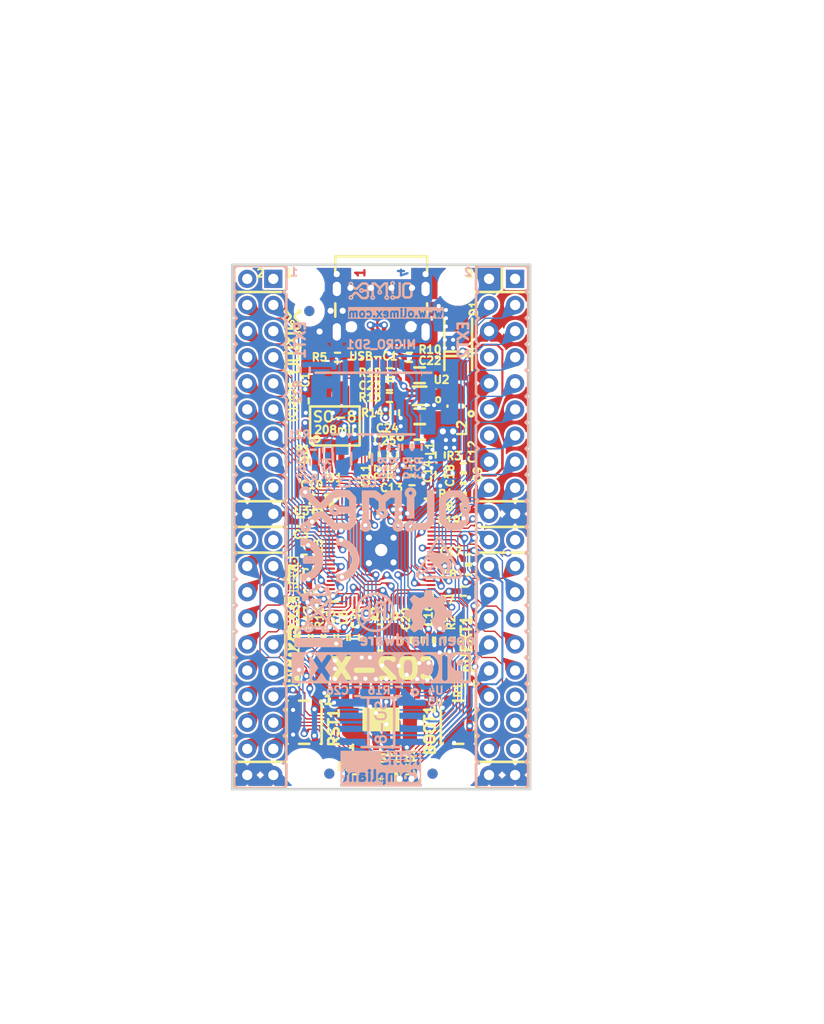
<source format=kicad_pcb>
(kicad_pcb (version 20221018) (generator pcbnew)
  (title_block (title "RP2350-PICO2") (date "2025-02-07") (rev "B") (company "OLIMEX LTD.") (comment 1 "https://www.olimex.com"))
  (layers (0 "F.Cu" signal) (1 "In1.Cu" signal) (2 "In2.Cu" signal) (31 "B.Cu" signal) (34 "B.Paste" user) (35 "F.Paste" user) (36 "B.SilkS" user "B.Silkscreen") (37 "F.SilkS" user "F.Silkscreen") (38 "B.Mask" user) (39 "F.Mask" user) (44 "Edge.Cuts" user))
  (net 0 "")
  (net 1 "GND")
  (net 4 "/USB_D-")
  (net 5 "/USB_D+")
  (net 6 "+3.3V")
  (net 7 "/+1V1")
  (net 8 "/SWDIO")
  (net 9 "/SWCLK")
  (net 11 "/RUN")
  (net 12 "/ADC_AVDD")
  (net 13 "VBUS")
  (net 14 "/GPIO25\\User_Led")
  (net 15 "/GPIO15")
  (net 16 "/GPIO14")
  (net 17 "/GPIO29")
  (net 18 "/GPIO7\\SPI0_TX(MOSI)")
  (net 19 "/GPIO5\\SPI0_CSn(CS#)")
  (net 20 "/GPIO4\\SPI0_RX(MISO)")
  (net 21 "/GPIO0\\UART0_TX")
  (net 22 "/GPIO1\\UART0_RX")
  (net 23 "/GPIO18")
  (net 24 "/GPIO24\\SPI1_RX\\SD_DAT0")
  (net 25 "/GPIO20")
  (net 26 "/GPIO19")
  (net 27 "/GPIO21")
  (net 28 "/GPIO23")
  (net 29 "/GPIO22")
  (net 30 "/GPIO26")
  (net 31 "/GPIO27")
  (net 32 "/GPIO28")
  (net 33 "/ADC_VREF")
  (net 34 "/3V3_EN")
  (net 35 "Net-(LED1-A)")
  (net 36 "/USB_CC2")
  (net 37 "/USB_CC1")
  (net 40 "/D-")
  (net 41 "/D+")
  (net 42 "/BOOTSEL#")
  (net 43 "/VREG_AVDD")
  (net 44 "Net-(C20-Pad1)")
  (net 45 "Net-(U3-XIN)")
  (net 46 "VSYS")
  (net 47 "Net-(U2-FB)")
  (net 48 "/SD_VDD")
  (net 49 "/GPIO31")
  (net 50 "/GPIO30")
  (net 51 "/GPIO9\\SPI1_CSn")
  (net 52 "/GPIO12")
  (net 53 "/GPIO8\\QMI_CS1n")
  (net 54 "/GPIO13")
  (net 55 "/GPIO10\\SPI1_SCK\\SD_CLK")
  (net 56 "/GPIO11\\SPI1_TX\\SD_CMD")
  (net 57 "/GPIO3\\I2C1_SCL")
  (net 58 "/GPIO2\\I2C1_SDA")
  (net 59 "/GPIO17")
  (net 60 "/GPIO16")
  (net 61 "/GPIO6\\SPI0_SCK(SCK)")
  (net 62 "/GPIO47")
  (net 63 "/GPIO46")
  (net 64 "/GPIO45")
  (net 65 "/QSPI_CSn")
  (net 66 "/GPIO44")
  (net 67 "/QSPI_CLK")
  (net 68 "/GPIO40")
  (net 69 "/QSPI_SD0")
  (net 70 "/QSPI_SD1")
  (net 71 "/GPIO41")
  (net 72 "/GPIO42")
  (net 73 "/QSPI_SD2")
  (net 74 "/QSPI_SD3")
  (net 75 "/GPIO43")
  (net 76 "/GPIO35")
  (net 77 "/GPIO34")
  (net 78 "/GPIO33")
  (net 79 "/GPIO32")
  (net 80 "/GPIO36")
  (net 81 "/GPIO37")
  (net 82 "/GPIO38")
  (net 83 "/GPIO39")
  (net 84 "Net-(U3-VREG_LX)")
  (net 85 "/SW1")
  (net 86 "Net-(MICRO_SD1-DAT2{slash}RES)")
  (net 87 "Net-(MICRO_SD1-CD{slash}DAT3{slash}CS)")
  (net 88 "Net-(MICRO_SD1-CLK{slash}SCLK)")
  (net 89 "Net-(MICRO_SD1-DAT0{slash}DO)")
  (net 90 "Net-(MICRO_SD1-DAT1{slash}RES)")
  (net 92 "Net-(U3-XOUT)")
  (footprint "OLIMEX_Other-FP:Fiducial1x3_Paste" (layer "F.Cu") (at 145.45 114)
    (fp_text reference "FID1" hide)
    (fp_text value "Fiducial" hide)
  )
  (footprint "OLIMEX_LEDs-FP:LED_0603_KA" (layer "F.Cu") (at 150.5 114.5 180)
    (fp_text reference "LED1")
    (fp_text value "LED/GREEN/0603")
  )
  (footprint "OLIMEX_Other-FP:Fiducial1x3" (layer "F.Cu") (at 143.5 69)
    (fp_text reference "FID3" hide)
    (fp_text value "Fiducial" hide)
  )
  (footprint "OLIMEX_Other-FP:Fiducial1x3" (layer "F.Cu") (at 155.5 114)
    (fp_text reference "FID2" hide)
    (fp_text value "Fiducial" hide)
  )
  (footprint "OLIMEX_Other-FP:Mounting_Hole_Drill-2.1mm_Clerance-4mm" (layer "F.Cu") (at 143 113.5)
    (fp_text reference "MH1" hide)
    (fp_text value "Drill(2.10mm)/Restrict(4.00mm)" hide)
  )
  (footprint "OLIMEX_Other-FP:Mounting_Hole_Drill-2.1mm_Clerance-4mm" (layer "F.Cu") (at 158 113.5)
    (fp_text reference "MH2" hide)
    (fp_text value "Drill(2.10mm)/Restrict(4.00mm)" hide)
  )
  (footprint "OLIMEX_RLC-FP:R_0402_5MIL_DWS" (layer "F.Cu") (at 153.25 73.5 180)
    (fp_text reference "R10")
    (fp_text value "5.1k/1%/R0402")
  )
  (footprint "OLIMEX_RLC-FP:R_0402_5MIL_DWS" (layer "F.Cu") (at 150.7 83 -90)
    (fp_text reference "R7")
    (fp_text value "27R/R0402")
  )
  (footprint "OLIMEX_Diodes-FP:SMA-KA" (layer "F.Cu") (at 158 72.25 90)
    (fp_text reference "D1")
    (fp_text value "1N5822/SS34/SMA")
  )
  (footprint "OLIMEX_RLC-FP:R_0402_5MIL_DWS" (layer "F.Cu") (at 151.6 83 -90)
    (fp_text reference "R6")
    (fp_text value "27R/R0402")
  )
  (footprint "OLIMEX_RLC-FP:R_0402_5MIL_DWS" (layer "F.Cu") (at 144.25 100.75 -90)
    (fp_text reference "R18")
    (fp_text value "2.2k/R0402")
  )
  (footprint "OLIMEX_RLC-FP:R_0402_5MIL_DWS" (layer "F.Cu") (at 143 100.75 -90)
    (fp_text reference "R17")
    (fp_text value "2.2k/R0402")
  )
  (footprint "OLIMEX_Buttons-FP:YTS-A016-X" (layer "F.Cu") (at 143 109 -90)
    (fp_text reference "RST1")
    (fp_text value "YTS-A016-X" hide)
  )
  (footprint "OLIMEX_RLC-FP:R_0402_5MIL_DWS" (layer "F.Cu") (at 146.25 73.5)
    (fp_text reference "R5")
    (fp_text value "5.1k/1%/R0402")
  )
  (footprint "OLIMEX_RLC-FP:R_0402_5MIL_DWS" (layer "F.Cu") (at 151.3 75)
    (fp_text reference "R12")
    (fp_text value "1M/R0402")
  )
  (footprint "OLIMEX_RLC-FP:R_0402_5MIL_DWS" (layer "F.Cu") (at 158.5 87.35 180)
    (fp_text reference "R8")
    (fp_text value "1.3R/1%/R0402")
  )
  (footprint "OLIMEX_RLC-FP:R_0402_5MIL_DWS" (layer "F.Cu") (at 158.5 86.25)
    (fp_text reference "R4")
    (fp_text value "200R/1%/R0402")
  )
  (footprint "OLIMEX_Connectors-FP:BM10B-SRSS-TB" (layer "F.Cu") (at 150.5 104.5)
    (fp_text reference "pUEXT1")
    (fp_text value "SH1.0-10P-180D")
  )
  (footprint "OLIMEX_Buttons-FP:YTS-A016-X" (layer "F.Cu") (at 158 109 -90)
    (fp_text reference "BOOT1")
    (fp_text value "YTS-A016-X" hide)
  )
  (footprint "OLIMEX_RLC-FP:R_0402_5MIL_DWS" (layer "F.Cu") (at 148 114.5 180)
    (fp_text reference "R15")
    (fp_text value "2.2k/R0402")
  )
  (footprint "OLIMEX_Connectors-FP:USB2.0_TYPE-C(A40-00119-A52-12)_Paste" (layer "F.Cu") (at 150.5 68 90)
    (fp_text reference "USB-C1")
    (fp_text value "USB-C-16P-F(A40-00119-A52-12)")
  )
  (footprint "OLIMEX_RLC-FP:C_0402_5MIL_DWS" (layer "F.Cu") (at 143.75 87.3 180)
    (fp_text reference "C10")
    (fp_text value "100nF/10V/20%/X5R/C0402")
  )
  (footprint "OLIMEX_RLC-FP:C_0402_5MIL_DWS" (layer "F.Cu") (at 143.5 96.3 -90)
    (fp_text reference "C4")
    (fp_text value "100nF/10V/20%/X5R/C0402")
  )
  (footprint "OLIMEX_RLC-FP:R_0402_5MIL_DWS" (layer "F.Cu") (at 151.3 77.4 180)
    (fp_text reference "R13")
    (fp_text value "220k/R0402")
  )
  (footprint "OLIMEX_RLC-FP:C_0402_5MIL_DWS" (layer "F.Cu") (at 159 93.125)
    (fp_text reference "C17")
    (fp_text value "100nF/10V/20%/X5R/C0402")
  )
  (footprint "OLIMEX_RLC-FP:C_0402_5MIL_DWS" (layer "F.Cu") (at 158.5 85.25)
    (fp_text reference "C9")
    (fp_text value "100nF/10V/20%/X5R/C0402")
  )
  (footprint "OLIMEX_RLC-FP:C_0402_5MIL_DWS" (layer "F.Cu") (at 153.5 84.5)
    (fp_text reference "C14")
    (fp_text value "4.7uF/10V/20%/X5R/C0402")
  )
  (footprint "OLIMEX_RLC-FP:C_0402_5MIL_DWS" (layer "F.Cu") (at 155.1 101 -90)
    (fp_text reference "C16")
    (fp_text value "4.7uF/10V/20%/X5R/C0402")
  )
  (footprint "OLIMEX_RLC-FP:C_0402_5MIL_DWS" (layer "F.Cu") (at 149.8 83 90)
    (fp_text reference "C11")
    (fp_text value "100nF/10V/20%/X5R/C0402")
  )
  (footprint "OLIMEX_Other-FP:Mounting_Hole_Drill-2.1mm_Clerance-4mm" (layer "F.Cu") (at 143 66.5)
    (fp_text reference "MH3" hide)
    (fp_text value "Drill(2.10mm)/Restrict(4.00mm)" hide)
  )
  (footprint "OLIMEX_RLC-FP:R_0402_5MIL_DWS" (layer "F.Cu") (at 156.25 83 -90)
    (fp_text reference "R3")
    (fp_text value "33R/R0402")
  )
  (footprint "OLIMEX_RLC-FP:C_0402_5MIL_DWS" (layer "F.Cu") (at 142.7 89.5 180)
    (fp_text reference "C3")
    (fp_text value "100nF/10V/20%/X5R/C0402")
  )
  (footprint "OLIMEX_RLC-FP:C_0402_5MIL_DWS" (layer "F.Cu") (at 151.3 76.25 180)
    (fp_text reference "C23")
    (fp_text value "NA(120pF/50V/5%/C0G/C0402)")
  )
  (footprint "OLIMEX_RLC-FP:L_2016_MM" (layer "F.Cu") (at 153.5 82.75)
    (fp_text reference "L1")
    (fp_text value "3.3uH/2.0A/DCR=140mR/20%/2.00x1.60x1.00mm/L2016(PIM201610-3R3MTS00)")
  )
  (footprint "OLIMEX_RLC-FP:C_0402_5MIL_DWS" (layer "F.Cu") (at 156.25 84.9 -90)
    (fp_text reference "C18")
    (fp_text value "4.7uF/10V/20%/X5R/C0402")
  )
  (footprint "OLIMEX_RLC-FP:R_0402_5MIL_DWS" (layer "F.Cu") (at 157.2 101 90)
    (fp_text reference "R2")
    (fp_text value "NA(10k/R0402)")
  )
  (footprint "OLIMEX_Crystal-FP:TSX-3.2x2.5mm_GND(3)" (layer "F.Cu") (at 150.4 100.75 180)
    (fp_text reference "Q1")
    (fp_text value "Q12MHz/18pF/30ppm/4P/3.2x2.5mm(ABM8-12.000MHZ-D2Y-T)")
  )
  (footprint "OLIMEX_Other-FP:Mounting_Hole_Drill-2.1mm_Clerance-4mm" (layer "F.Cu") (at 158 66.5)
    (fp_text reference "MH4" hide)
    (fp_text value "Drill(2.10mm)/Restrict(4.00mm)" hide)
  )
  (footprint "OLIMEX_RLC-FP:C_0402_5MIL_DWS" (layer "F.Cu") (at 159 94.2)
    (fp_text reference "C8")
    (fp_text value "100nF/10V/20%/X5R/C0402")
  )
  (footprint "OLIMEX_RLC-FP:C_0402_5MIL_DWS" (layer "F.Cu") (at 147.9 100.75 90)
    (fp_text reference "C21")
    (fp_text value "27pF/50V/5%/C0G/C0402")
  )
  (footprint "OLIMEX_RLC-FP:C_0402_5MIL_DWS" (layer "F.Cu") (at 158.5 88.4)
    (fp_text reference "C19")
    (fp_text value "4.7uF/10V/20%/X5R/C0402")
  )
  (footprint "OLIMEX_Signs-FP:Logo_OLIMEX_80" (layer "F.Cu") (at 141.85 72 90)
    (fp_text reference "Logo_OLIMEX_80" hide)
    (fp_text value "Logo_OLIMEX_80" hide)
  )
  (footprint "OLIMEX_RLC-FP:C_0603_5MIL_DWS" (layer "F.Cu") (at 154.236 75.25 180)
    (fp_text reference "C22")
    (fp_text value "22uF/6.3V/20%/X5R/C0603")
  )
  (footprint "OLIMEX_RLC-FP:C_0402_5MIL_DWS" (layer "F.Cu") (at 156.2 101 -90)
    (fp_text reference "C2")
    (fp_text value "NA(100nF/10V/20%/X5R/C0402)")
  )
  (footprint "OLIMEX_RLC-FP:C_0402_5MIL_DWS" (layer "F.Cu") (at 158.5 84.25)
    (fp_text reference "C12")
    (fp_text value "100nF/10V/20%/X5R/C0402")
  )
  (footprint "OLIMEX_RLC-FP:C_0402_5MIL_DWS" (layer "F.Cu") (at 153.5 85.5)
    (fp_text reference "C13")
    (fp_text value "4.7uF/10V/20%/X5R/C0402")
  )
  (footprint "OLIMEX_IC-FP:QFN-80_10.00x10.00x0.90mm_P0.4mm" (layer "F.Cu") (at 150.5 92.25 -90)
    (fp_text reference "U3")
    (fp_text value "RP2350B(QFN-80_10.00x10.00x0.90mm_P0.4mm)")
  )
  (footprint "OLIMEX_RLC-FP:L_2016_MM" (layer "F.Cu") (at 157.75 78.25 90)
    (fp_text reference "L2")
    (fp_text value "1.0uH/4.2A/DCR=35mR/20%/2.00x1.60x1.00mm/L2016(PIM201610-1R0MTS00)")
  )
  (footprint "OLIMEX_RLC-FP:C_0402_5MIL_DWS" (layer "F.Cu") (at 158.5 96.25)
    (fp_text reference "C7")
    (fp_text value "100nF/10V/20%/X5R/C0402")
  )
  (footprint "OLIMEX_Regulators-FP:SOT-563-6" (layer "F.Cu") (at 154.25 77.25)
    (fp_text reference "U2")
    (fp_text value "TPS62A02ADRLR(SOT-563-6)")
  )
  (footprint "OLIMEX_RLC-FP:C_0402_5MIL_DWS" (layer "F.Cu") (at 152.9 101 -90)
    (fp_text reference "C20")
    (fp_text value "27pF/50V/5%/C0G/C0402")
  )
  (footprint "OLIMEX_RLC-FP:C_0603_5MIL_DWS" (layer "F.Cu") (at 154.25 79.25 180)
    (fp_text reference "C24")
    (fp_text value "22uF/6.3V/20%/X5R/C0603")
  )
  (footprint "OLIMEX_RLC-FP:R_0402_5MIL_DWS" (layer "F.Cu") (at 159.1 105.2 -90)
    (fp_text reference "R11")
    (fp_text value "1k/R0402")
  )
  (footprint "OLIMEX_RLC-FP:R_0402_5MIL_DWS" (layer "F.Cu") (at 143 81 -90)
    (fp_text reference "R1")
    (fp_text value "10k/R0402")
  )
  (footprint "OLIMEX_RLC-FP:C_0402_5MIL_DWS" (layer "F.Cu") (at 143 77.75 90)
    (fp_text reference "C1")
    (fp_text value "100nF/10V/20%/X5R/C0402")
  )
  (footprint "OLIMEX_IC-FP:SO-8_208mil" (layer "F.Cu") (at 145.99 80.18)
    (fp_text reference "U1")
    (fp_text value "W25Q128JVSIQ(SOIC-8_208mils)")
  )
  (footprint "OLIMEX_RLC-FP:R_0402_5MIL_DWS" (layer "F.Cu") (at 154 101 90)
    (fp_text reference "R9")
    (fp_text value "1k/R0402")
  )
  (footprint "OLIMEX_RLC-FP:C_0603_5MIL_DWS" (layer "F.Cu") (at 154.25 80.75 180)
    (fp_text reference "C25")
    (fp_text value "NA(22uF/6.3V/20%/X5R/C0603)")
  )
  (footprint "OLIMEX_RLC-FP:R_0402_5MIL_DWS" (layer "F.Cu") (at 151.8 78.9 -90)
    (fp_text reference "R14")
    (fp_text value "49.9k/1%/R0402")
  )
  (footprint "OLIMEX_Connectors-FP:BM04B-SRSS-TB" (layer "F.Cu") (at 150.5 109.5)
    (fp_text reference "QWST1")
    (fp_text value "SH1.0-4P-180D")
  )
  (footprint "OLIMEX_RLC-FP:C_0402_5MIL_DWS" (layer "F.Cu") (at 143 92.25 180)
    (fp_text reference "C15")
    (fp_text value "100nF/10V/20%/X5R/C0402")
  )
  (footprint "OLIMEX_RLC-FP:C_0402_5MIL_DWS" (layer "F.Cu") (at 146.75 100.75 -90)
    (fp_text reference "C6")
    (fp_text value "100nF/10V/20%/X5R/C0402")
  )
  (footprint "OLIMEX_RLC-FP:C_0402_5MIL_DWS" (layer "F.Cu") (at 145.5 100.75 -90)
    (fp_text reference "C5")
    (fp_text value "100nF/10V/20%/X5R/C0402")
  )
  (footprint "OLIMEX_RLC-FP:R_0402_5MIL_DWS" (layer "B.Cu") (at 150.749 82.25 90)
    (fp_text reference "R20")
    (fp_text value "10k/R0402")
  )
  (footprint "OLIMEX_Signs-FP:Sign_PB-Free" (layer "B.Cu") (at 149.6968 98.61496 180)
    (fp_text reference "Sign_PB-Free")
    (fp_text value "Sign_PB-Free")
  )
  (footprint "OLIMEX_IC-FP:SO-8_208mil" (layer "B.Cu") (at 150.5 109 -90)
    (fp_text reference "U4")
    (fp_text value "NA(W25Q128JVSIQ(SOIC-8_208mils))")
  )
  (footprint "OLIMEX_IC-FP:SO-8" (layer "B.Cu") (at 150.5 109 -90)
    (fp_text reference "U5")
    (fp_text value "APS6404L-3SQR-SN(SOIC-8_150mils)")
  )
  (footprint "OLIMEX_Other-FP:Fiducial1x3_Paste" (layer "B.Cu") (at 145.45 114 180)
    (fp_text reference "FID4" hide)
    (fp_text value "Fiducial" hide)
  )
  (footprint "OLIMEX_RLC-FP:C_0402_5MIL_DWS" (layer "B.Cu") (at 148.2 106)
    (fp_text reference "C26")
    (fp_text value "100nF/10V/20%/X5R/C0402")
  )
  (footprint "OLIMEX_Signs-FP:Sign_Antistatic_4.5mmX2.8mm" (layer "B.Cu") (at 156.1 93 180)
    (fp_text reference "Sign_Antistatic_Small")
    (fp_text value "Sign_Antistatic")
  )
  (footprint "OLIMEX_RLC-FP:R_0402_5MIL_DWS" (layer "B.Cu") (at 145.288 82.5 90)
    (fp_text reference "R25")
    (fp_text value "33R/R0402")
  )
  (footprint "OLIMEX_RLC-FP:R_0402_5MIL_DWS" (layer "B.Cu") (at 152.192 106)
    (fp_text reference "R16")
    (fp_text value "10k/R0402")
  )
  (footprint "OLIMEX_Signs-FP:Logo_OLIMEX_TB" (layer "B.Cu") (at 150.7 88.283235 180)
    (fp_text reference "Logo_OLIMEX_TB" hide)
    (fp_text value "Logo_OLIMEX_TB" hide)
  )
  (footprint "OLIMEX_Other-FP:Fiducial1x3" (layer "B.Cu") (at 155.5 114 180)
    (fp_text reference "FID6" hide)
    (fp_text value "Fiducial" hide)
  )
  (footprint "OLIMEX_RLC-FP:R_0402_5MIL_DWS" (layer "B.Cu") (at 154 82.25 90)
    (fp_text reference "R23")
    (fp_text value "10k/R0402")
  )
  (footprint "OLIMEX_Other-FP:Fiducial1x3" (layer "B.Cu") (at 143.5 69 180)
    (fp_text reference "FID5" hide)
    (fp_text value "Fiducial" hide)
  )
  (footprint "OLIMEX_RLC-FP:R_0402_5MIL_DWS" (layer "B.Cu") (at 143.891 82.042)
    (fp_text reference "R21")
    (fp_text value "10k/R0402")
  )
  (footprint "OLIMEX_RLC-FP:R_0402_5MIL_DWS" (layer "B.Cu") (at 143.1 74.75 90)
    (fp_text reference "R22")
    (fp_text value "10k/R0402")
  )
  (footprint "OLIMEX_Signs-FP:Logo_OLIMEX_80" (layer "B.Cu") (at 150.5 67 180)
    (fp_text reference "Logo_OLIMEX_80-Bot" hide)
    (fp_text value "Logo_OLIMEX_80" hide)
  )
  (footprint "OLIMEX_RLC-FP:R_0402_5MIL_DWS" (layer "B.Cu") (at 153 82.25 90)
    (fp_text reference "R19")
    (fp_text value "10k/R0402")
  )
  (footprint "OLIMEX_Signs-FP:Sign_OSHW_7.3x6.0mmn" (layer "B.Cu") (at 155.1 98.9 180)
    (fp_text reference "Sign_OSHW_7.3x6.0mm" hide)
    (fp_text value "Sign_OSHW_7.3x6.0mm" hide)
  )
  (footprint "OLIMEX_Connectors-FP:HN2x20" (layer "B.Cu") (at 138.73 90 -90)
    (fp_text reference "EXT1")
    (fp_text value "NA(HN2x20)")
  )
  (footprint "OLIMEX_RLC-FP:L_0805_5MIL_DWS" (layer "B.Cu") (at 146.685 83.24 -90)
    (fp_text reference "L3")
    (fp_text value "FB0805/600R/2A")
  )
  (footprint "OLIMEX_Connectors-FP:HN2x20" (layer "B.Cu") (at 162.27 90 -90)
    (fp_text reference "EXT2")
    (fp_text value "NA(HN2x20)")
  )
  (footprint "OLIMEX_Signs-FP:CE_Sign" (layer "B.Cu") (at 144.5 93.2 180)
    (fp_text reference "Sign_CE" hide)
    (fp_text value "CE_Sign" hide)
  )
  (footprint "OLIMEX_RLC-FP:R_0402_5MIL_DWS" (layer "B.Cu") (at 151.765 82.25 90)
    (fp_text reference "R24")
    (fp_text value "33R/R0402")
  )
  (footprint "OLIMEX_RLC-FP:R_0402_5MIL_DWS" (layer "B.Cu") (at 145.415 85.725 180)
    (fp_text reference "R27")
    (fp_text value "NA")
  )
  (footprint "OLIMEX_Signs-FP:Sign_RecycleBin_1" (layer "B.Cu") (at 146.7225 101.673 180)
    (fp_text reference "Sign_RecycleBin_1" hide)
    (fp_text value "Sign_RecycleBin_1" hide)
  )
  (footprint "OLIMEX_RLC-FP:C_0805_5MIL_DWS" (layer "B.Cu") (at 148.59 83.439 -90)
    (fp_text reference "C27")
    (fp_text value "47uF/6.3V/20%/X5R/C0805")
  )
  (footprint "OLIMEX_Connectors-FP:uSD(TFC-9P-1.xH(ATFFS150A01BR016))" (layer "B.Cu") (at 149.75 77.5)
    (fp_text reference "MICRO_SD1")
    (fp_text value "TFC-9P-1.7H(ATFFS150A01BR016)")
  )
  (footprint "OLIMEX_RLC-FP:R_0402_5MIL_DWS" (layer "B.Cu") (at 144.018 83.693 90)
    (fp_text reference "R26")
    (fp_text value "33R/R0402")
  )
  (gr_line (start 159.75 87.5) (end 159.75 90) (stroke (width 0.254)) (layer "F.SilkS"))
  (gr_line (start 159.75 67.15) (end 165 67.15) (stroke (width 0.254)) (layer "F.SilkS"))
  (gr_line (start 141.25 92.5) (end 136 92.5) (stroke (width 0.254)) (layer "F.SilkS"))
  (gr_line (start 159.75 87.5) (end 165 87.5) (stroke (width 0.254)) (layer "F.SilkS"))
  (gr_circle (center 159.258 78.994) (end 159.008 78.994) (stroke (width 0.254)) (fill none) (layer "F.SilkS"))
  (gr_line (start 136 87.5) (end 141.25 87.5) (stroke (width 0.254)) (layer "F.SilkS"))
  (gr_circle (center 152.35 81.3) (end 152.1 81.3) (stroke (width 0.254)) (fill none) (layer "F.SilkS"))
  (gr_line (start 136 90) (end 141.25 90) (stroke (width 0.254)) (layer "F.SilkS"))
  (gr_line (start 159.75 90) (end 165 90) (stroke (width 0.254)) (layer "F.SilkS"))
  (gr_line (start 159.75 92.5) (end 165 92.5) (stroke (width 0.254)) (layer "F.SilkS"))
  (gr_line (start 159.75 64.5) (end 159.75 67.15) (stroke (width 0.254)) (layer "F.SilkS"))
  (gr_line (start 136 67.15) (end 140.75 67.15) (stroke (width 0.254)) (layer "F.SilkS"))
  (gr_line (start 159.75 90) (end 159.75 92.5) (stroke (width 0.254)) (layer "F.SilkS"))
  (gr_line (start 141.25 112.85) (end 141.25 115.5) (stroke (width 0.254)) (layer "F.SilkS"))
  (gr_line (start 162.25 64.5) (end 162.25 67.15) (stroke (width 0.254)) (layer "F.SilkS"))
  (gr_line (start 141.25 87.5) (end 141.25 92.5) (stroke (width 0.254)) (layer "F.SilkS"))
  (gr_line (start 159.75 112.85) (end 165 112.85) (stroke (width 0.254)) (layer "F.SilkS"))
  (gr_line (start 159.75 112.85) (end 159.75 115.5) (stroke (width 0.254)) (layer "F.SilkS"))
  (gr_line (start 136 112.85) (end 141.25 112.85) (stroke (width 0.254)) (layer "F.SilkS"))
  (gr_line (start 136 115.5) (end 136 64.5) (stroke (width 0.254)) (layer "Edge.Cuts"))
  (gr_line (start 165 115.5) (end 165 64.5) (stroke (width 0.254)) (layer "Edge.Cuts"))
  (gr_line (start 136 64.5) (end 165 64.5) (stroke (width 0.254)) (layer "Edge.Cuts"))
  (gr_line (start 136 115.5) (end 165 115.5) (stroke (width 0.254)) (layer "Edge.Cuts"))
  (gr_text "1" (at 148.463 65.278 90) (layer "F.Cu") (effects (font (size 0.889 0.889) (thickness 0.22225))))
  (gr_text "4" (at 152.527 65.278 270) (layer "B.Cu") (effects (font (size 0.889 0.889) (thickness 0.22225)) (justify mirror)))
  (gr_text "PICO2-XXL" (at 150.65 103.8) (layer "B.SilkS" knockout) (effects (font (size 2.032 2.032) (thickness 0.508) bold) (justify mirror)))
  (gr_text "www.olimex.com" (at 151.892 69.215) (layer "B.SilkS" knockout) (effects (font (size 0.762 0.762) (thickness 0.1905)) (justify mirror)))
  (gr_text "RoHS\nCompliant" (at 154.5 113.4) (layer "B.SilkS" knockout) (effects (font (size 1.016 1.016) (thickness 0.254) bold) (justify left mirror)))
  (gr_text "2" (at 159.4358 65.659) (layer "B.SilkS") (effects (font (size 0.762 0.762) (thickness 0.1905) bold) (justify left bottom mirror)))
  (gr_text "1" (at 142.494 65.659) (layer "B.SilkS") (effects (font (size 0.762 0.762) (thickness 0.1905) bold) (justify left bottom mirror)))
  (gr_text "Rev.B" (at 141.9 94.6 90) (layer "F.SilkS" knockout) (effects (font (size 0.8128 0.8128) (thickness 0.2032))))
  (gr_text "(C)2025" (at 141.859 77.851 90) (layer "F.SilkS") (effects (font (size 0.635 0.635) (thickness 0.15875) bold)))
  (gr_text "PICO2-XXL" (at 141.85 101.2 90) (layer "F.SilkS" knockout) (effects (font (size 1.016 1.016) (thickness 0.254))))
  (gr_text "2" (at 138.7348 65.3288) (layer "F.SilkS") (effects (font (size 0.762 0.762) (thickness 0.1905) bold)))
  (gr_text "1" (at 141.478 65.3288) (layer "F.SilkS") (effects (font (size 0.762 0.762) (thickness 0.1905) bold)))
  (gr_text "2" (at 159.1564 65.3542) (layer "F.SilkS") (effects (font (size 0.762 0.762) (thickness 0.1905) bold)))
  (segment (start 153.758 73.5) (end 153.758 71.999) (width 0.508) (layer "F.Cu") (net 1))
  (segment (start 150.5476 102.5024) (end 150.8 102.25) (width 0.3048) (layer "F.Cu") (net 1))
  (segment (start 154.007 81.396) (end 154.007 78.604) (width 0.508) (layer "F.Cu") (net 1))
  (segment (start 153.3 109.15) (end 153.3 108.5) (width 0.3556) (layer "F.Cu") (net 1))
  (segment (start 159.657 83.601) (end 159.608 83.65) (width 0.508) (layer "F.Cu") (net 1))
  (segment (start 159.508 93.652) (end 159.508 94.2) (width 0.508) (layer "F.Cu") (net 1))
  (segment (start 153.825 71.932) (end 154.5256 71.932) (width 0.508) (layer "F.Cu") (net 1))
  (segment (start 159.657 82.9) (end 159.657 83.601) (width 0.508) (layer "F.Cu") (net 1))
  (segment (start 145.742 73.5) (end 145.742 72.463) (width 0.508) (layer "F.Cu") (net 1))
  (segment (start 152.9 101.841) (end 151.791 101.841) (width 0.508) (layer "F.Cu") (net 1))
  (segment (start 151.9183 79.5263) (end 151.8 79.408) (width 0.508) (layer "F.Cu") (net 1))
  (segment (start 145.796 72.009) (end 147.193 72.009) (width 0.508) (layer "F.Cu") (net 1))
  (segment (start 154.051 75.949) (end 154.051 73.6) (width 0.3556) (layer "F.Cu") (net 1))
  (segment (start 145.5724 71.03) (end 145.5724 69.2) (width 1.016) (layer "F.Cu") (net 1))
  (segment (start 154.2278 74.1) (end 154.2278 72.9) (width 0.3556) (layer "F.Cu") (net 1))
  (segment (start 152.9 101.508) (end 152.9 101.841) (width 0.508) (layer "F.Cu") (net 1))
  (segment (start 154.007 81.396) (end 151.9183 81.396) (width 0.508) (layer "F.Cu") (net 1))
  (segment (start 153.361 79.239) (end 154.2 78.4) (width 0.508) (layer "F.Cu") (net 1))
  (segment (start 144.5 71) (end 145.572398 69.927602) (width 1.016) (layer "F.Cu") (net 1))
  (segment (start 149 110.925) (end 149 111.54) (width 0.2) (layer "F.Cu") (net 1))
  (segment (start 154.008 84.5) (end 154.1 84.5) (width 0.4064) (layer "F.Cu") (net 1))
  (segment (start 143 78.258) (end 143.248 78.258) (width 0.508) (layer "F.Cu") (net 1))
  (segment (start 146.18 69.5476) (end 146.75 68.9776) (width 1.016) (layer "F.Cu") (net 1))
  (segment (start 154.82 71.03) (end 154.857 70.993) (width 1.016) (layer "F.Cu") (net 1))
  (segment (start 146.18 71.03) (end 146.18 68.456) (width 1.016) (layer "F.Cu") (net 1))
  (segment (start 156.488119 107.579503) (end 156.925 107.142622) (width 0.508) (layer "F.Cu") (net 1))
  (segment (start 147.9 100.242) (end 149.008 100.242) (width 0.508) (layer "F.Cu") (net 1))
  (segment (start 148.4225 111.3225) (end 148.3825 111.3225) (width 0.2) (layer "F.Cu") (net 1))
  (segment (start 146.217 101.258) (end 146.125 101.35) (width 0.508) (layer "F.Cu") (net 1))
  (segment (start 145.639527 103.8) (end 144.97 104.469527) (width 0.762) (layer "F.Cu") (net 1))
  (segment (start 154.9 107.3) (end 155.25 107.3) (width 0.3556) (layer "F.Cu") (net 1))
  (segment (start 154.007 78.604) (end 154.2278 78.3832) (width 0.508) (layer "F.Cu") (net 1))
  (segment (start 150 102.5024) (end 150.35 102.5024) (width 0.3048) (layer "F.Cu") (net 1))
  (segment (start 148.3825 111.3225) (end 147.07 110.01) (width 0.762) (layer "F.Cu") (net 1))
  (segment (start 147.05 101.05) (end 147.858 100.242) (width 0.3048) (layer "F.Cu") (net 1))
  (segment (start 146.177 65.405) (end 145.572398 66.009602) (width 1.016) (layer "F.Cu") (net 1))
  (segment (start 153.6 107.5) (end 153.9 107.5) (width 0.762) (layer "F.Cu") (net 1))
  (segment (start 155.702 71.3044) (end 155.702 72.6258) (width 0.508) (layer "F.Cu") (net 1))
  (segment (start 154.5278 77.75) (end 154.2278 77.45) (width 0.254) (layer "F.Cu") (net 1))
  (segment (start 148.192 102.7) (end 148.6 102.7) (width 0.3048) (layer "F.Cu") (net 1))
  (segment (start 145.59 66.85) (end 145.542 66.802) (width 0.762) (layer "F.Cu") (net 1))
  (segment (start 155.1 101.508) (end 155.667 101.508) (width 0.508) (layer "F.Cu") (net 1))
  (segment (start 154.008 85.75) (end 154.008 84.75) (width 0.508) (layer "F.Cu") (net 1))
  (segment (start 155.85 106.7) (end 155.375 107.175) (width 0.3556) (layer "F.Cu") (net 1))
  (segment (start 154.007 81.396) (end 153.75 81.396) (width 0.508) (layer "F.Cu") (net 1))
  (segment (start 149.4 102.7) (end 149.8024 102.7) (width 0.3048) (layer "F.Cu") (net 1))
  (segment (start 141.925 111.075) (end 141.925 110.2) (width 0.508) (layer "F.Cu") (net 1))
  (segment (start 153.347 75.25) (end 153.09 74.993) (width 0.508) (layer "F.Cu") (net 1))
  (segment (start 154.813 65.405) (end 154.813 65.437) (width 1.016) (layer "F.Cu") (net 1))
  (segment (start 143.5 96.808) (end 143.5 97.148227) (width 0.508) (layer "F.Cu") (net 1))
  (segment (start 153.09 74.448) (end 152.426 74.448) (width 0.508) (layer "F.Cu") (net 1))
  (segment (start 154.177 78.069) (end 153.79 78.456) (width 0.254) (layer "F.Cu") (net 1))
  (segment (start 145.83 107.803) (end 145.83 107.878875) (width 0.254) (layer "F.Cu") (net 1))
  (segment (start 145.21 72) (end 146.18 71.03) (width 1.016) (layer "F.Cu") (net 1))
  (segment (start 150.8 102.25) (end 150.838 102.212) (width 0.3048) (layer "F.Cu") (net 1))
  (segment (start 159.008 83.89) (end 159.008 82.956) (width 0.508) (layer "F.Cu") (net 1))
  (segment (start 153.825 71.932) (end 153.918 71.932) (width 0.508) (layer "F.Cu") (net 1))
  (segment (start 144.7 104.15) (end 144.7 103) (width 0.762) (layer "F.Cu") (net 1))
  (segment (start 146.18 66.85) (end 146.18 65.408) (width 1.016) (layer "F.Cu") (net 1))
  (segment (start 154.82 66.85) (end 154.813 66.85) (width 1.016) (layer "F.Cu") (net 1))
  (segment (start 147.7 107.975) (end 147 107.275) (width 0.762) (layer "F.Cu") (net 1))
  (segment (start 147.425 71.932) (end 147.243 71.932) (width 0.254) (layer "F.Cu") (net 1))
  (segment (start 159.008 85.25) (end 159.179 85.079) (width 0.508) (layer "F.Cu") (net 1))
  (segment (start 145.83 107.803) (end 145.50525 107.803) (width 0.254) (layer "F.Cu") (net 1))
  (segment (start 153.75 81.396) (end 152.9143 81.396) (width 0.508) (layer "F.Cu") (net 1))
  (segment (start 153.9 86.45) (end 154.008 86.342) (width 0.2) (layer "F.Cu") (net 1))
  (segment (start 147.296 101.804) (end 147.9944 102.5024) (width 0.3048) (layer "F.Cu") (net 1))
  (segment (start 155.4276 66.0196) (end 155.4276 66.85) (width 1.016) (layer "F.Cu") (net 1))
  (segment (start 146.227 107.803) (end 146.06 107.803) (width 0.254) (layer "F.Cu") (net 1))
  (segment (start 151.542 101.508) (end 151.5 101.55) (width 0.508) (layer "F.Cu") (net 1))
  (segment (start 149.13 112.03) (end 149 111.9) (width 0.2) (layer "F.Cu") (net 1))
  (segment (start 149 111.86) (end 149 110.925) (width 0.2) (layer "F.Cu") (net 1))
  (segment (start 145.572398 69.927602) (end 145.572398 68.9776) (width 1.016) (layer "F.Cu") (net 1))
  (segment (start 155.6 77.75) (end 155.7 77.75) (width 0.254) (layer "F.Cu") (net 1))
  (segment (start 148.2 99.7) (end 149.05 99.7) (width 0.508) (layer "F.Cu") (net 1))
  (segment (start 145.478 66.738) (end 145.542 66.802) (width 0.762) (layer "F.Cu") (net 1))
  (segment (start 153.352 78.456) (end 154.0754 78.456) (width 0.4064) (layer "F.Cu") (net 1))
  (segment (start 153 109.45) (end 153 111.45) (width 0.762) (layer "F.Cu") (net 1))
  (segment (start 145.83 107.803) (end 146.424125 107.803) (width 0.254) (layer "F.Cu") (net 1))
  (segment (start 153.75 81.396) (end 152.6143 81.396) (width 0.508) (layer "F.Cu") (net 1))
  (segment (start 157.6 109.87) (end 157.6 110.42) (width 0.508) (layer "F.Cu") (net 1))
  (segment (start 153.9 87.3535) (end 153.9 85.858) (width 0.2) (layer "F.Cu") (net 1))
  (segment (start 153.09 74.993) (end 153.09 74.448) (width 0.508) (layer "F.Cu") (net 1))
  (segment (start 153.347 75.25) (end 154.0485 75.9515) (width 0.4064) (layer "F.Cu") (net 1))
  (segment (start 160.608 83.65) (end 161 83.65) (width 0.508) (layer "F.Cu") (net 1))
  (segment (start 154.729 102.212) (end 155.1 101.841) (width 0.508) (layer "F.Cu") (net 1))
  (segment (start 154.2278 78.05) (end 154.2278 78.3832) (width 0.3556) (layer "F.Cu") (net 1))
  (segment (start 147.25 101.6) (end 147.25 100.85) (width 0.3048) (layer "F.Cu") (net 1))
  (segment (start 153.09 74.448) (end 153.758 73.78) (width 0.508) (layer "F.Cu") (net 1))
  (segment (start 153.9 86.575) (end 153.9 86.45) (width 0.2) (layer "F.Cu") (net 1))
  (segment (start 154.2532 78.2782) (end 154.2532 77.75) (width 0.4064) (layer "F.Cu") (net 1))
  (segment (start 153.79 78.456) (end 154.155 78.456) (width 0.6604) (layer "F.Cu") (net 1))
  (segment (start 153.347 75.25) (end 153.758 74.839) (width 0.508) (layer "F.Cu") (net 1))
  (segment (start 154.44 71.03) (end 154.82 71.03) (width 0.508) (layer "F.Cu") (net 1))
  (segment (start 144.5 72.258) (end 145.742 73.5) (width 0.508) (layer "F.Cu") (net 1))
  (segment (start 154.6 84.25) (end 155.35 84.25) (width 0.762) (layer "F.Cu") (net 1))
  (segment (start 155.675 101.5) (end 155.675 101.675) (width 0.508) (layer "F.Cu") (net 1))
  (segment (start 154.054 85.1) (end 154.054 85.75) (width 0.508) (layer "F.Cu") (net 1))
  (segment (start 150.838 102.212) (end 152.3 102.212) (width 0.3048) (layer "F.Cu") (net 1))
  (segment (start 153.758 71.999) (end 153.825 71.932) (width 0.508) (layer "F.Cu") (net 1))
  (segment (start 143.89 78.9) (end 145.8 78.9) (width 0.762) (layer "F.Cu") (net 1))
  (segment (start 150.35 102.5024) (end 150.5476 102.5024) (width 0.3048) (layer "F.Cu") (net 1))
  (segment (start 155.6 77.95) (end 155.6 78.15) (width 0.254) (layer "F.Cu") (net 1))
  (segment (start 147.7 109.15) (end 147.7 107.975) (width 0.762) (layer "F.Cu") (net 1))
  (segment (start 155.792 102.2) (end 156.2 102.2) (width 0.508) (layer "F.Cu") (net 1))
  (segment (start 156.3 103.393158) (end 156.3 104.15) (width 0.3048) (layer "F.Cu") (net 1))
  (segment (start 147.9944 102.5024) (end 150 102.5024) (width 0.3048) (layer "F.Cu") (net 1))
  (segment (start 153.271 102.212) (end 154.729 102.212) (width 0.508) (layer "F.Cu") (net 1))
  (segment (start 154.2278 78.05) (end 154.3278 78.15) (width 0.254) (layer "F.Cu") (net 1))
  (segment (start 154.813 65.437) (end 153.5 66.75) (width 1.016) (layer "F.Cu") (net 1))
  (segment (start 147.175 71.932) (end 147.175 72.154) (width 0.508) (layer "F.Cu") (net 1))
  (segment (start 146.511125 108.21) (end 146.511125 107.89) (width 0.254) (layer "F.Cu") (net 1))
  (segment (start 153.4 109.15) (end 153.3 109.15) (width 0.3556) (layer "F.Cu") (net 1))
  (segment (start 153.347 75.25) (end 153.347 74.711) (width 0.508) (layer "F.Cu") (net 1))
  (segment (start 153.6 109.45) (end 153.3 109.15) (width 0.762) (layer "F.Cu") (net 1))
  (segment (start 151.9183 80.4) (end 151.9183 79.5263) (width 0.508) (layer "F.Cu") (net 1))
  (segment (start 153.758 74.3) (end 153.758 75.661) (width 0.4064) (layer "F.Cu") (net 1))
  (segment (start 152.558 79.25) (end 153.361 79.25) (width 0.762) (layer "F.Cu") (net 1))
  (segment (start 147.296 101.804) (end 147.25 101.758) (width 0.3048) (layer "F.Cu") (net 1))
  (segment (start 154.6 85.75) (end 154.181 85.75) (width 0.762) (layer "F.Cu") (net 1))
  (segment (start 155.1 101.841) (end 155.1 101.508) (width 0.508) (layer "F.Cu") (net 1))
  (segment (start 156.925 106.925) (end 156.925 107.167622) (width 0.508) (layer "F.Cu") (net 1))
  (segment (start 159.008 96.25) (end 159.008 96.818735) (width 0.508) (layer "F.Cu") (net 1))
  (segment (start 147 104.388) (end 147 104) (width 0.762) (layer "F.Cu") (net 1))
  (segment (start 153.203 79.408) (end 153.361 79.25) (width 0.508) (layer "F.Cu") (net 1))
  (segment (start 153.352 78.456) (end 153.79 78.456) (width 0.762) (layer "F.Cu") (net 1))
  (segment (start 141.925 106.925) (end 141.925 107.8) (width 0.508) (layer "F.Cu") (net 1))
  (segment (start 154.6 85) (end 154.6 85.75) (width 0.762) (layer "F.Cu") (net 1))
  (segment (start 153.758 74.839) (end 153.758 74.3) (width 0.508) (layer "F.Cu") (net 1))
  (segment (start 146.26225 108.56) (end 146.166125 108.463875) (width 0.254) (layer "F.Cu") (net 1))
  (segment (start 151.8 79.612003) (end 151.8 79.408) (width 0.508) (layer "F.Cu") (net 1))
  (segment (start 155.9 78.3832) (end 155.9 77.95) (width 0.254) (layer "F.Cu") (net 1))
  (segment (start 153.361 80.75) (end 152.8 80.189) (width 0.762) (layer "F.Cu") (net 1))
  (segment (start 145.05 103.8) (end 146 103.8) (width 0.762) (layer "F.Cu") (net 1))
  (segment (start 145.742 73.242) (end 144.5 72) (width 0.508) (layer "F.Cu") (net 1))
  (segment (start 154.051 73.6) (end 154.051 72.263) (width 0.3556) (layer "F.Cu") (net 1))
  (segment (start 156.3 104.15) (end 156.3 103.112) (width 0.508) (layer "F.Cu") (net 1))
  (segment (start 159.608 83.65) (end 160.1 83.65) (width 0.508) (layer "F.Cu") (net 1))
  (segment (start 149.13 112.03) (end 148.4225 111.3225) (width 0.2) (layer "F.Cu") (net 1))
  (segment (start 152.4 80.212003) (end 152.4 79.408) (width 0.762) (layer "F.Cu") (net 1))
  (segment (start 154.177 77.8008) (end 154.177 78.069) (width 0.254) (layer "F.Cu") (net 1))
  (segment (start 154.2278 76.1308) (end 154.2278 74.1) (width 0.3556) (layer "F.Cu") (net 1))
  (segment (start 148.6025 111.3225) (end 148.3825 111.3225) (width 0.762) (layer "F.Cu") (net 1))
  (segment (start 152.6143 81.396) (end 151.9183 80.7) (width 0.508) (layer "F.Cu") (net 1))
  (segment (start 152.0096 102.5024) (end 152.3 102.212) (width 0.3048) (layer "F.Cu") (net 1))
  (segment (start 156.3 104.15) (end 155.85 104.6) (width 0.3556) (layer "F.Cu") (net 1))
  (segment (start 154.6 85) (end 154.154 85) (width 0.508) (layer "F.Cu") (net 1))
  (segment (start 146.75 101.258) (end 147.296 101.804) (width 0.3048) (layer "F.Cu") (net 1))
  (segment (start 154.813 65.405) (end 155.4276 66.0196) (width 1.016) (layer "F.Cu") (net 1))
  (segment (start 149.32 111.86) (end 149 111.86) (width 0.2) (layer "F.Cu") (net 1))
  (segment (start 146.18 71.03) (end 146.778 71.628) (width 0.508) (layer "F.Cu") (net 1))
  (segment (start 145.5724 69.2) (end 145.5724 68.9776) (width 1.016) (layer "F.Cu") (net 1))
  (segment (start 156.2 101.508) (end 156.2 102.2) (width 0.508) (layer "F.Cu") (net 1))
  (segment (start 153.352 78.456) (end 154.2 78.456) (width 0.508) (layer "F.Cu") (net 1))
  (segment (start 153.3 109.15) (end 153 109.45) (width 0.762) (layer "F.Cu") (net 1))
  (segment (start 153 107.5) (end 154.7 107.5) (width 0.762) (layer "F.Cu") (net 1))
  (segment (start 144.97 104.42) (end 144.7 104.15) (width 0.762) (layer "F.Cu") (net 1))
  (segment (start 145.5724 71.7854) (end 145.796 72.009) (width 0.508) (layer "F.Cu") (net 1))
  (segment (start 154.6 85) (end 154.6 84.25) (width 0.762) (layer "F.Cu") (net 1))
  (segment (start 151.812 102.7) (end 153.7024 102.7) (width 0.3048) (layer "F.Cu") (net 1))
  (segment (start 159.008 96.818735) (end 159.046304 96.857039) (width 0.508) (layer "F.Cu") (net 1))
  (segment (start 147.07 110.01) (end 147.07 109.15) (width 0.762) (layer "F.Cu") (net 1))
  (segment (start 146.177 65.427) (end 147.5 66.75) (width 1.016) (layer "F.Cu") (net 1))
  (segment (start 155.067 72.263) (end 155.448 72.263) (width 0.508) (layer "F.Cu") (net 1))
  (segment (start 159.657 77.373) (end 159.657 82.307) (width 0.4064) (layer "F.Cu") (net 1))
  (segment (start 157.6 110.42) (end 157.6 111) (width 0.508) (layer "F.Cu") (net 1))
  (segment (start 151.262 114.5) (end 153.45 114.5) (width 0.762) (layer "F.Cu") (net 1))
  (segment (start 147 108.925) (end 147 108.45) (width 0.762) (layer "F.Cu") (net 1))
  (segment (start 154.5 107.3) (end 154.9 107.3) (width 0.3556) (layer "F.Cu") (net 1))
  (segment (start 152.937997 80.75) (end 153.361 80.75) (width 0.762) (layer "F.Cu") (net 1))
  (segment (start 155.6 77.75) (end 155 77.75) (width 0.254) (layer "F.Cu") (net 1))
  (segment (start 154.2278 77.75) (end 154.2278 78.05) (width 0.3556) (layer "F.Cu") (net 1))
  (segment (start 153 111.45) (end 153.6 110.85) (width 0.762) (layer "F.Cu") (net 1))
  (segment (start 146.166125 108.463875) (end 146.511125 108.808875) (width 0.254) (layer "F.Cu") (net 1))
  (segment (start 151.8 79.408) (end 152.8 79.408) (width 0.508) (layer "F.Cu") (net 1))
  (segment (start 152.754 79.054) (end 153.352 78.456) (width 0.762) (layer "F.Cu") (net 1))
  (segment (start 153.9 107.5) (end 154.1 107.3) (width 0.3556) (layer "F.Cu") (net 1))
  (segment (start 154.2278 78.05) (end 154.3278 77.95) (width 0.254) (layer "F.Cu") (net 1))
  (segment (start 154.06 71.03) (end 154.82 71.03) (width 0.508) (layer "F.Cu") (net 1))
  (segment (start 146.75 101.258) (end 146.217 101.258) (width 0.508) (layer "F.Cu") (net 1))
  (segment (start 156.925 111.075) (end 156.925 110.525) (width 0.508) (layer "F.Cu") (net 1))
  (segment locked (start 153.9 86.575) (end 154.6 85.875) (width 0.2) (layer "F.Cu") (net 1))
  (segment (start 149.3 99.95) (end 148.45 99.95) (width 0.508) (layer "F.Cu") (net 1))
  (segment (start 144.5 72) (end 145.21 72) (width 1.016) (layer "F.Cu") (net 1))
  (segment (start 151.9183 81.396) (end 151.9183 80.7) (width 0.508) (layer "F.Cu") (net 1))
  (segment (start 153.9 85.858) (end 154.008 85.75) (width 0.2) (layer "F.Cu") (net 1))
  (segment (start 144.6024 72) (end 145.5724 71.03) (width 1.016) (layer "F.Cu") (net 1))
  (segment (start 146.412 103.8) (end 145.639527 103.8) (width 0.762) (layer "F.Cu") (net 1))
  (segment (start 144.97 106.9) (end 144.97 107.26775) (width 0.254) (layer "F.Cu") (net 1))
  (segment (start 155 77.75) (end 154.5278 77.75) (width 0.254) (layer "F.Cu") (net 1))
  (segment (start 153.347 74.711) (end 153.758 74.3) (width 0.508) (layer "F.Cu") (net 1))
  (segment (start 142 89.5) (end 141.23 88.73) (width 0.508) (layer "F.Cu") (net 1))
  (segment (start 159.9 87.5) (end 162.31 87.5) (width 0.254) (layer "F.Cu") (net 1))
  (segment (start 155.441 101.5) (end 155.675 101.5) (width 0.508) (layer "F.Cu") (net 1))
  (segment (start 155.6 78.15) (end 155.6 78.35) (width 0.254) (layer "F.Cu") (net 1))
  (segment (start 146 103) (end 145.85 103) (width 0.762) (layer "F.Cu") (net 1))
  (segment (start 161 83.65) (end 160.407 83.65) (width 0.508) (layer "F.Cu") (net 1))
  (segment (start 155.85 104.6) (end 155.85 106.7) (width 0.3556) (layer "F.Cu") (net 1))
  (segment (start 154.82 71.03) (end 154.222 71.628) (width 0.508) (layer "F.Cu") (net 1))
  (segment (start 142.192 89.5) (end 142 89.5) (width 0.508) (layer "F.Cu") (net 1))
  (segment (start 145.639527 103.8) (end 145.289527 104.15) (width 0.762) (layer "F.Cu") (net 1))
  (segment (start 155 77.75) (end 154.2278 77.75) (width 0.254) (layer "F.Cu") (net 1))
  (segment (start 155.4276 72.2234) (end 154.051 73.6) (width 0.508) (layer "F.Cu") (net 1))
  (segment (start 147.905 83.405) (end 147.905 81) (width 0.762) (layer "F.Cu") (net 1))
  (segment (start 154.3278 78.15) (end 155.599942 78.15) (width 0.254) (layer "F.Cu") (net 1))
  (segment (start 144.7 104.15) (end 145.05 103.8) (width 0.762) (layer "F.Cu") (net 1))
  (segment (start 154.0485 75.9515) (end 154.2278 76.1308) (width 0.3556) (layer "F.Cu") (net 1))
  (segment (start 159.508 93.125) (end 159.508 94.2) (width 0.508) (layer "F.Cu") (net 1))
  (segment (start 152.9 101.508) (end 151.542 101.508) (width 0.508) (layer "F.Cu") (net 1))
  (segment (start 147 108.45) (end 147.7 109.15) (width 0.762) (layer "F.Cu") (net 1))
  (segment (start 142.492 92.552575) (end 142.492 92.25) (width 0.508) (layer "F.Cu") (net 1))
  (segment (start 143.159 78.9) (end 143.89 78.9) (width 0.762) (layer "F.Cu") (net 1))
  (segment (start 149.8024 102.7) (end 150.1524 102.7) (width 0.3048) (layer "F.Cu") (net 1))
  (segment (start 153.758 73.78) (end 153.758 73.5) (width 0.508) (layer "F.Cu") (net 1))
  (segment (start 152.8 80.189) (end 152.8 79.408) (width 0.762) (layer "F.Cu") (net 1))
  (segment (start 149.008 100.242) (end 149.3 99.95) (width 0.508) (layer "F.Cu") (net 1))
  (segment (start 154.813 66.85) (end 149 66.85) (width 1.524) (layer "F.Cu") (net 1))
  (segment (start 146.18 66.85) (end 145.59 66.85) (width 0.762) (layer "F.Cu") (net 1))
  (segment (start 149 111.9) (end 149 111.86) (width 0.2) (layer "F.Cu") (net 1))
  (segment (start 154.82 72.3078) (end 154.2278 72.9) (width 0.508) (layer "F.Cu") (net 1))
  (segment (start 145.83 107.878875) (end 146.511125 108.56) (width 0.254) (layer "F.Cu") (net 1))
  (segment (start 149.912002 81.9) (end 149.912002 81.150006) (width 0.7112) (layer "F.Cu") (net 1))
  (segment (start 153.361 80.75) (end 154.007 81.396) (width 0.508) (layer "F.Cu") (net 1))
  (segment (start 145.5724 71.03) (end 145.5724 71.7854) (width 0.508) (layer "F.Cu") (net 1))
  (segment (start 147.9 78.9) (end 147.9 80.2) (width 0.762) (layer "F.Cu") (net 1))
  (segment (start 152.4 79.408) (end 153.192 79.408) (width 0.762) (layer "F.Cu") (net 1))
  (segment (start 153.352 78.456) (end 152.754 78.456) (width 0.762) (layer "F.Cu") (net 1))
  (segment (start 159.179 84.571) (end 160.1 83.65) (width 0.508) (layer "F.Cu") (net 1))
  (segment (start 153.9 86.45) (end 154.6 85.75) (width 0.2) (layer "F.Cu") (net 1))
  (segment (start 156.3 104.15) (end 156.2 104.05) (width 0.508) (layer "F.Cu") (net 1))
  (segment (start 155.702 72.6258) (end 154.2278 74.1) (width 0.508) (layer "F.Cu") (net 1))
  (segment (start 155.7 77.75) (end 155.9 77.95) (width 0.254) (layer "F.Cu") (net 1))
  (segment (start 154.2278 76.1308) (end 154.2278 76.45) (width 0.3556) (layer "F.Cu") (net 1))
  (segment (start 145.5724 66.85) (end 145.5724 68.8036) (width 1.016) (layer "F.Cu") (net 1))
  (segment (start 153.7024 102.7) (end 153.9 102.5024) (width 0.3048) (layer "F.Cu") (net 1))
  (segment (start 154.2278 77.45) (end 154.2278 77.75) (width 0.3556) (layer "F.Cu") (net 1))
  (segment (start 153.825 71.932) (end 153.825 71.645) (width 0.508) (layer "F.Cu") (net 1))
  (segment (start 155.448 72.263) (end 155.702 72.009) (width 0.508) (layer "F.Cu") (net 1))
  (segment (start 147.9944 102.5024) (end 148.192 102.7) (width 0.3048) (layer "F.Cu") (net 1))
  (segment (start 152.3 102.212) (end 152.162 102.212) (width 0.508) (layer "F.Cu") (net 1))
  (segment (start 162.31 87.5) (end 163.54 88.73) (width 0.254) (layer "F.Cu") (net 1))
  (segment (start 154.6 84.25) (end 154.35 84.25) (width 0.762) (layer "F.Cu") (net 1))
  (segment (start 153.3 109.15) (end 153.3 108.9) (width 0.3556) (layer "F.Cu") (net 1))
  (segment (start 147 104) (end 146 103) (width 0.762) (layer "F.Cu") (net 1))
  (segment (start 148.45 99.95) (end 148.2 99.7) (width 0.508) (layer "F.Cu") (net 1))
  (segment (start 152.4 80.212003) (end 151.8 79.612003) (width 0.508) (layer "F.Cu") (net 1))
  (segment (start 155.6 78.35) (end 155.5668 78.3832) (width 0.254) (layer "F.Cu") (net 1))
  (segment (start 154.82 71.03) (end 154.82 72.3078) (width 0.508) (layer "F.Cu") (net 1))
  (segment (start 160.407 83.65) (end 159.657 82.9) (width 0.508) (layer "F.Cu") (net 1))
  (segment (start 145.85 103) (end 144.7 104.15) (width 0.762) (layer "F.Cu") (net 1))
  (segment (start 149 110.925) (end 148.6025 111.3225) (width 0.762) (layer "F.Cu") (net 1))
  (segment (start 153 111.45) (end 153 107.5) (width 0.762) (layer "F.Cu") (net 1))
  (segment (start 153.758 74.3) (end 153.758 73.78) (width 0.508) (layer "F.Cu") (net 1))
  (segment (start 146.755 107.275) (end 147 107.275) (width 0.254) (layer "F.Cu") (net 1))
  (segment (start 153.6 110.85) (end 153.6 109.45) (width 0.762) (layer "F.Cu") (net 1))
  (segment (start 155.675 101.5) (end 155.683 101.508) (width 0.508) (layer "F.Cu") (net 1))
  (segment (start 149.05 99.7) (end 149.3 99.95) (width 0.508) (layer "F.Cu") (net 1))
  (segment (start 160.1 83.65) (end 161 83.65) (width 0.508) (layer "F.Cu") (net 1))
  (segment (start 154.2278 78.3832) (end 153.361 79.25) (width 0.3556) (layer "F.Cu") (net 1))
  (segment (start 154.3278 77.95) (end 155.6 77.95) (width 0.254) (layer "F.Cu") (net 1))
  (segment (start 153.6 110.85) (end 153.6 107.5) (width 0.762) (layer "F.Cu") (net 1))
  (segment (start 155.4276 71.03) (end 155.4276 72.2234) (width 0.508) (layer "F.Cu") (net 1))
  (segment (start 156.925 111.075) (end 157 111) (width 0.508) (layer "F.Cu") (net 1))
  (segment (start 155.375 107.175) (end 153.4 109.15) (width 0.3556) (layer "F.Cu") (net 1))
  (segment (start 154.82 65.412) (end 154.813 65.405) (width 1.016) (layer "F.Cu") (net 1))
  (segment (start 155.35 78.3832) (end 155.9 78.3832) (width 0.254) (layer "F.Cu") (net 1))
  (segment (start 154.06 71.03) (end 154.7438 70.3462) (width 0.508) (layer "F.Cu") (net 1))
  (segment (start 149.8 81.262008) (end 149.912002 81.150006) (width 0.508) (layer "F.Cu") (net 1))
  (segment (start 154.5256 71.932) (end 155.4276 71.03) (width 0.508) (layer "F.Cu") (net 1))
  (segment (start 153.825 71.645) (end 154.44 71.03) (width 0.508) (layer "F.Cu") (net 1))
  (segment (start 146.4 72.263) (end 146.05 72.263) (width 0.508) (layer "F.Cu") (net 1))
  (segment (start 155.1 101.508) (end 155.792 102.2) (width 0.508) (layer "F.Cu") (net 1))
  (segment (start 147.175 71.646) (end 147.193 71.628) (width 0.508) (layer "F.Cu") (net 1))
  (segment (start 144.7 105.538) (end 144.95 105.788) (width 0.762) (layer "F.Cu") (net 1))
  (segment (start 154.2278 71.6222) (end 154.82 71.03) (width 0.3556) (layer "F.Cu") (net 1))
  (segment (start 161 76.03) (end 159.657 77.373) (width 0.4064) (layer "F.Cu") (net 1))
  (segment (start 145.542 72.263) (end 145.288 72.009) (width 0.508) (layer "F.Cu") (net 1))
  (segment (start 154.2278 76.45) (end 154.2278 77.45) (width 0.3556) (layer "F.Cu") (net 1))
  (segment (start 146.05 72.263) (end 145.796 72.009) (width 0.508) (layer "F.Cu") (net 1))
  (segment (start 152.162 102.212) (end 151.5 101.55) (width 0.508) (layer "F.Cu") (net 1))
  (segment (start 156.25 85.408) (end 156.25 86) (width 0.508) (layer "F.Cu") (net 1))
  (segment (start 154.5278 77.75) (end 154.2278 78.05) (width 0.254) (layer "F.Cu") (net 1))
  (segment (start 144.97 106.15) (end 144.97 106.9) (width 0.7112) (layer "F.Cu") (net 1))
  (segment (start 143 78.741) (end 143.159 78.9) (width 0.508) (layer "F.Cu") (net 1))
  (segment (start 154.1 107.3) (end 154.5 107.3) (width 0.3556) (layer "F.Cu") (net 1))
  (segment (start 143 78.258) (end 143 78.741) (width 0.508) (layer "F.Cu") (net 1))
  (segment (start 149.13 112.03) (end 148.89 112.03) (width 0.2) (layer "F.Cu") (net 1))
  (segment (start 146.75 101.258) (end 146.842 101.258) (width 0.3048) (layer "F.Cu") (net 1))
  (segment (start 146.06 107.803) (end 146.104125 107.803) (width 0.254) (layer "F.Cu") (net 1))
  (segment (start 145.5724 69.2) (end 145.5724 68.8036) (width 1.016) (layer "F.Cu") (net 1))
  (segment (start 143.248 78.258) (end 143.89 78.9) (width 0.508) (layer "F.Cu") (net 1))
  (segment (start 157 111) (end 157.6 111) (width 0.762) (layer "F.Cu") (net 1))
  (segment (start 146.85225 109.15) (end 147.7 109.15) (width 0.254) (layer "F.Cu") (net 1))
  (segment (start 153.861 75.764) (end 154.0485 75.9515) (width 0.3556) (layer "F.Cu") (net 1))
  (segment (start 146.511125 107.89) (end 146.511125 107.518875) (width 0.254) (layer "F.Cu") (net 1))
  (segment (start 157.59 109.86) (end 157.6 109.87) (width 0.508) (layer "F.Cu") (net 1))
  (segment (start 154.0485 75.9515) (end 154.051 75.949) (width 0.3556) (layer "F.Cu") (net 1))
  (segment (start 141.23 88.73) (end 140 88.73) (width 0.508) (layer "F.Cu") (net 1))
  (segment (start 147.7 66.85) (end 146.18 66.85) (width 1.524) (layer "F.Cu") (net 1))
  (segment (start 145.742 72.921) (end 146.4 72.263) (width 0.508) (layer "F.Cu") (net 1))
  (segment (start 152.754 78.456) (end 152.754 79.054) (width 0.762) (layer "F.Cu") (net 1))
  (segment (start 146.511125 108.808875) (end 146.85225 109.15) (width 0.254) (layer "F.Cu") (net 1))
  (segment (start 153.825 71.932) (end 153.825 71.265) (width 0.508) (layer "F.Cu") (net 1))
  (segment (start 154.008 85.75) (end 154.6 85.75) (width 0.2) (layer "F.Cu") (net 1))
  (segment (start 155.1 101.841) (end 155.441 101.5) (width 0.508) (layer "F.Cu") (net 1))
  (segment (start 153.347 75.25) (end 153.861 75.764) (width 0.3556) (layer "F.Cu") (net 1))
  (segment (start 146.511125 108.56) (end 146.511125 108.21) (width 0.254) (layer "F.Cu") (net 1))
  (segment (start 149.49 112.03) (end 149.32 111.86) (width 0.2) (layer "F.Cu") (net 1))
  (segment (start 154.35 84.25) (end 154.181 84.419) (width 0.762) (layer "F.Cu") (net 1))
  (segment (start 147.05 101.4) (end 147.05 101.05) (width 0.3048) (layer "F.Cu") (net 1))
  (segment (start 146.033 101.258) (end 146.125 101.35) (width 0.508) (layer "F.Cu") (net 1))
  (segment (start 149 111.3225) (end 148.6025 111.3225) (width 0.762) (layer "F.Cu") (net 1))
  (segment (start 147.858 100.242) (end 147.9 100.242) (width 0.3048) (layer "F.Cu") (net 1))
  (segment (start 147.175 71.932) (end 147.175 71.646) (width 0.508) (layer "F.Cu") (net 1))
  (segment (start 149 66.85) (end 147.7 66.85) (width 1.524) (layer "F.Cu") (net 1))
  (segment (start 156.2 104.05) (end 156.2 102.2) (width 0.508) (layer "F.Cu") (net 1))
  (segment (start 155.25 107.3) (end 155.375 107.175) (width 0.3556) (layer "F.Cu") (net 1))
  (segment (start 145.5724 68.9776) (end 147.7 66.85) (width 1.016) (layer "F.Cu") (net 1))
  (segment (start 152.4 79.408) (end 152.754 79.054) (width 0.762) (layer "F.Cu") (net 1))
  (segment (start 148.8776 66.85) (end 149 66.85) (width 1.016) (layer "F.Cu") (net 1))
  (segment (start 154.82 66.85) (end 154.82 65.412) (width 1.016) (layer "F.Cu") (net 1))
  (segment (start 149.49 112.03) (end 149.13 112.03) (width 0.2) (layer "F.Cu") (net 1))
  (segment (start 145.5 101.258) (end 146.033 101.258) (width 0.508) (layer "F.Cu") (net 1))
  (segment (start 146.05 72.263) (end 145.542 72.263) (width 0.508) (layer "F.Cu") (net 1))
  (segment (start 152.9 101.508) (end 152.592 101.2) (width 0.508) (layer "F.Cu") (net 1))
  (segment (start 154.82 71.03) (end 154.82 72.002) (width 0.508) (layer "F.Cu") (net 1))
  (segment (start 153.3 109.15) (end 153.3 108.1) (width 0.3556) (layer "F.Cu") (net 1))
  (segment (start 144.7 104.15) (end 144.7 105.538) (width 0.762) (layer "F.Cu") (net 1))
  (segment (start 144.5 72) (end 144.5 71) (width 1.016) (layer "F.Cu") (net 1))
  (segment (start 149 110.925) (end 147 108.925) (width 0.762) (layer "F.Cu") (net 1))
  (segment (start 155.702 72.009) (end 155.702 71.12) (width 0.508) (layer "F.Cu") (net 1))
  (segment (start 154.155 78.456) (end 154.2278 78.3832) (width 0.6604) (layer "F.Cu") (net 1))
  (segment (start 150.1524 102.7) (end 151.812 102.7) (width 0.3048) (layer "F.Cu") (net 1))
  (segment (start 154.154 85) (end 154.054 85.1) (width 0.508) (layer "F.Cu") (net 1))
  (segment (start 157.02 111) (end 157.6 110.42) (width 0.508) (layer "F.Cu") (net 1))
  (segment (start 155.35 78.3832) (end 154.2278 78.3832) (width 0.254) (layer "F.Cu") (net 1))
  (segment (start 146.511125 108.808875) (end 146.511125 108.56) (width 0.254) (layer "F.Cu") (net 1))
  (segment (start 153.3 108.1) (end 153.9 107.5) (width 0.3556) (layer "F.Cu") (net 1))
  (segment (start 147.9 78.9) (end 147.9 80.995) (width 0.508) (layer "F.Cu") (net 1))
  (segment (start 145.742 72.463) (end 145.542 72.263) (width 0.508) (layer "F.Cu") (net 1))
  (segment (start 153.361 79.25) (end 153.361 79.239) (width 0.508) (layer "F.Cu") (net 1))
  (segment (start 146.104125 107.803) (end 146.511125 108.21) (width 0.254) (layer "F.Cu") (net 1))
  (segment (start 156.188 102.212) (end 156.2 102.2) (width 0.508) (layer "F.Cu") (net 1))
  (segment (start 148.89 112.03) (end 148.3825 111.5225) (width 0.2) (layer "F.Cu") (net 1))
  (segment (start 152.592 101.2) (end 151.85 101.2) (width 0.508) (layer "F.Cu") (net 1))
  (segment (start 154.008 86.342) (end 154.008 85.75) (width 0.2) (layer "F.Cu") (net 1))
  (segment (start 159.179 85.079) (end 159.179 84.571) (width 0.508) (layer "F.Cu") (net 1))
  (segment (start 147 105.925) (end 147 107.275) (width 0.762) (layer "F.Cu") (net 1))
  (segment (start 144.7 103) (end 146 103) (width 0.762) (layer "F.Cu") (net 1))
  (segment (start 147.9 80.995) (end 147.905 81) (width 0.508) (layer "F.Cu") (net 1))
  (segment (start 150.8 102.25) (end 151.5 101.55) (width 0.3048) (layer "F.Cu") (net 1))
  (segment (start 152.0096 102.5024) (end 153.9 102.5024) (width 0.3048) (layer "F.Cu") (net 1))
  (segment (start 147.175 72.154) (end 147.066 72.263) (width 0.508) (layer "F.Cu") (net 1))
  (segment (start 155.675 101.675) (end 156.2 102.2) (width 0.508) (layer "F.Cu") (net 1))
  (segment (start 155.409242 102.5024) (end 156.3 103.393158) (width 0.3048) (layer "F.Cu") (net 1))
  (segment (start 149 110.45) (end 147.7 109.15) (width 0.762) (layer "F.Cu") (net 1))
  (segment (start 147.25 101.6) (end 147.05 101.4) (width 0.3048) (layer "F.Cu") (net 1))
  (segment (start 148.89 112.03) (end 148.76 112.03) (width 0.2) (layer "F.Cu") (net 1))
  (segment (start 145.742 73.5) (end 145.742 72.532) (width 0.508) (layer "F.Cu") (net 1))
  (segment (start 157 111) (end 157.02 111) (width 0.508) (layer "F.Cu") (net 1))
  (segment (start 147.175 71.932) (end 147.243 71.932) (width 0.254) (layer "F.Cu") (net 1))
  (segment (start 144.5 72) (end 144.5 72.258) (width 0.508) (layer "F.Cu") (net 1))
  (segment (start 159.57 93.59) (end 159.508 93.652) (width 0.508) (layer "F.Cu") (net 1))
  (segment (start 159.008 88.392) (end 159.9 87.5) (width 0.254) (layer "F.Cu") (net 1))
  (segment (start 159.008 88.4) (end 159.008 88.392) (width 0.254) (layer "F.Cu") (net 1))
  (segment (start 153.9 102.5024) (end 154.4386 102.5024) (width 0.3048) (layer "F.Cu") (net 1))
  (segment (start 142.789425 92.85) (end 142.492 92.552575) (width 0.508) (layer "F.Cu") (net 1))
  (segment (start 146.06 107.803) (end 145.83 107.803) (width 0.254) (layer "F.Cu") (net 1))
  (segment (start 146.842 101.258) (end 147.05 101.05) (width 0.3048) (layer "F.Cu") (net 1))
  (segment (start 152.4 80.212003) (end 152.937997 80.75) (width 0.762) (layer "F.Cu") (net 1))
  (segment (start 149 110.925) (end 149 110.45) (width 0.762) (layer "F.Cu") (net 1))
  (segment (start 144.97 104.469527) (end 144.97 106.15) (width 0.762) (layer "F.Cu") (net 1))
  (segment (start 159.008 82.956) (end 159.657 82.307) (width 0.508) (layer "F.Cu") (net 1))
  (segment (start 145.8 78.9) (end 147.9 78.9) (width 0.762) (layer "F.Cu") (net 1))
  (segment (start 154.0754 78.456) (end 154.2532 78.2782) (width 0.4064) (layer "F.Cu") (net 1))
  (segment (start 154.82 72.002) (end 154.559 72.263) (width 0.508) (layer "F.Cu") (net 1))
  (segment (start 143.242 87.3) (end 143.0975 87.1555) (width 0.508) (layer "F.Cu") (net 1))
  (segment (start 146.511125 107.518875) (end 146.227 107.803) (width 0.254) (layer "F.Cu") (net 1))
  (segment (start 146.18 66.85) (end 146.18 68.456) (width 1.016) (layer "F.Cu") (net 1))
  (segment (start 146.18 65.408) (end 146.177 65.405) (width 1.016) (layer "F.Cu") (net 1))
  (segment (start 155.5668 78.3832) (end 155.35 78.3832) (width 0.254) (layer "F.Cu") (net 1))
  (segment (start 146.511125 107.518875) (end 146.755 107.275) (width 0.254) (layer "F.Cu") (net 1))
  (segment (start 147.9 80.2) (end 147.9 80.995) (width 0.762) (layer "F.Cu") (net 1))
  (segment (start 153.3 108.9) (end 154.7 107.5) (width 0.3556) (layer "F.Cu") (net 1))
  (segment (start 145.50525 107.803) (end 145.501125 107.798875) (width 0.254) (layer "F.Cu") (net 1))
  (segment (start 153.918 71.932) (end 154.82 71.03) (width 0.508) (layer "F.Cu") (net 1))
  (segment (start 159.657 82.307) (end 161 83.65) (width 0.508) (layer "F.Cu") (net 1))
  (segment (start 156.925 107.142622) (end 156.925 106.925) (width 0.508) (layer "F.Cu") (net 1))
  (segment (start 147.25 101.758) (end 147.25 101.6) (width 0.3048) (layer "F.Cu") (net 1))
  (segment (start 155.4 102.212) (end 156.188 102.212) (width 0.508) (layer "F.Cu") (net 1))
  (segment (start 151.791 101.841) (end 151.5 101.55) (width 0.508) (layer "F.Cu") (net 1))
  (segment (start 154.2278 77.75) (end 154.177 77.8008) (width 0.254) (layer "F.Cu") (net 1))
  (segment (start 152.9 101.841) (end 153.271 102.212) (width 0.508) (layer "F.Cu") (net 1))
  (segment (start 145.288 72.009) (end 145.288 71.374) (width 0.508) (layer "F.Cu") (net 1))
  (segment (start 159.179 85.079) (end 160.608 83.65) (width 0.508) (layer "F.Cu") (net 1))
  (segment (start 152.4 79.408) (end 152.558 79.25) (width 0.762) (layer "F.Cu") (net 1))
  (segment (start 152.9143 81.396) (end 151.9183 80.4) (width 0.508) (layer "F.Cu") (net 1))
  (segment (start 147 105.925) (end 147 104.388) (width 0.762) (layer "F.Cu") (net 1))
  (segment (start 150.5476 102.5024) (end 152.0096 102.5024) (width 0.3048) (layer "F.Cu") (net 1))
  (segment (start 147 107.275) (end 147 108.45) (width 0.762) (layer "F.Cu") (net 1))
  (segment (start 150.1524 102.7) (end 150.35 102.5024) (width 0.3048) (layer "F.Cu") (net 1))
  (segment (start 147.9 100) (end 147.9 100.242) (width 0.508) (layer "F.Cu") (net 1))
  (segment (start 146.778 71.628) (end 147.193 71.628) (width 0.508) (layer "F.Cu") (net 1))
  (segment (start 146.18 71.03) (end 146.18 69.5476) (width 1.016) (layer "F.Cu") (net 1))
  (segment (start 159.008 85.25) (end 159.008 84.25) (width 0.508) (layer "F.Cu") (net 1))
  (segment (start 154.181 84.581) (end 154.181 85.1) (width 0.762) (layer "F.Cu") (net 1))
  (segment (start 145.742 72.532) (end 145.21 72) (width 0.508) (layer "F.Cu") (net 1))
  (segment (start 143.0975 87.1555) (end 143.0975 86.608257) (width 0.508) (layer "F.Cu") (net 1))
  (segment (start 154.2278 72.9) (end 154.2278 71.6222) (width 0.3556) (layer "F.Cu") (net 1))
  (segment (start 153.347 75.25) (end 153.347 75.5692) (width 0.3556) (layer "F.Cu") (net 1))
  (segment (start 146.424125 107.803) (end 146.511125 107.89) (width 0.254) (layer "F.Cu") (net 1))
  (segment (start 159.008 83.549) (end 159.657 82.9) (width 0.508) (layer "F.Cu") (net 1))
  (segment (start 154.1 84.5) (end 154.6 85) (width 0.508) (layer "F.Cu") (net 1))
  (segment (start 149.8024 102.7) (end 150 102.5024) (width 0.3048) (layer "F.Cu") (net 1))
  (segment (start 147 104.388) (end 146.412 103.8) (width 0.762) (layer "F.Cu") (net 1))
  (segment (start 153.347 75.5692) (end 154.2278 76.45) (width 0.3556) (layer "F.Cu") (net 1))
  (segment (start 155.667 101.508) (end 155.675 101.5) (width 0.508) (layer "F.Cu") (net 1))
  (segment (start 154.4386 102.5024) (end 155.409242 102.5024) (width 0.3048) (layer "F.Cu") (net 1))
  (segment (start 154.729 102.212) (end 155.4 102.212) (width 0.508) (layer "F.Cu") (net 1))
  (segment (start 146.412 103.8) (end 146 103.8) (width 0.762) (layer "F.Cu") (net 1))
  (segment (start 145.289527 104.15) (end 144.7 104.15) (width 0.762) (layer "F.Cu") (net 1))
  (segment (start 153.3 108.5) (end 154.5 107.3) (width 0.3556) (layer "F.Cu") (net 1))
  (segment (start 159.008 84.25) (end 159.008 83.89) (width 0.508) (layer "F.Cu") (net 1))
  (segment (start 153.758 75.661) (end 153.347 75.25) (width 0.4064) (layer "F.Cu") (net 1))
  (segment (start 159.008 83.89) (end 159.008 83.549) (width 0.508) (layer "F.Cu") (net 1))
  (segment (start 145.742 73.5) (end 145.742 72.921) (width 0.508) (layer "F.Cu") (net 1))
  (segment (start 153.271 102.212) (end 152.3 102.212) (width 0.508) (layer "F.Cu") (net 1))
  (segment (start 154.6 85) (end 154.181 84.581) (width 0.762) (layer "F.Cu") (net 1))
  (segment (start 148.3825 111.5225) (end 148.3825 111.3225) (width 0.2) (layer "F.Cu") (net 1))
  (segment (start 146.75 68.9776) (end 148.8776 66.85) (width 1.016) (layer "F.Cu") (net 1))
  (segment (start 154.7438 70.3462) (end 155.4276 71.03) (width 0.508) (layer "F.Cu") (net 1))
  (segment (start 153.192 79.408) (end 154.2 78.4) (width 0.6604) (layer "F.Cu") (net 1))
  (segment (start 148.3825 111.6525) (end 148.3825 111.3225) (width 0.2) (layer "F.Cu") (net 1))
  (segment (start 144.5 72) (end 144.6024 72) (width 1.016) (layer "F.Cu") (net 1))
  (segment (start 144.97 106.15) (end 144.97 104.42) (width 0.762) (layer "F.Cu") (net 1))
  (segment (start 155.4276 71.03) (end 155.702 71.3044) (width 0.508) (layer "F.Cu") (net 1))
  (segment locked (start 154.6 85.875) (end 154.6 85.75) (width 0.2) (layer "F.Cu") (net 1))
  (segment (start 149 110.925) (end 149 111.3225) (width 0.762) (layer "F.Cu") (net 1))
  (segment (start 152.8 79.408) (end 153.203 79.408) (width 0.508) (layer "F.Cu") (net 1))
  (segment (start 153.825 71.265) (end 154.06 71.03) (width 0.508) (layer "F.Cu") (net 1))
  (segment (start 152.426 74.448) (end 152.146 74.168) (width 0.508) (layer "F.Cu") (net 1))
  (segment (start 149.8 82.492) (end 149.8 81.262008) (width 0.508) (layer "F.Cu") (net 1))
  (segment (start 151.9183 80.7) (end 151.9183 80.4) (width 0.508) (layer "F.Cu") (net 1))
  (segment (start 151.812 102.7) (end 152.3 102.212) (width 0.3048) (layer "F.Cu") (net 1))
  (segment (start 156.925 110.525) (end 157.59 109.86) (width 0.508) (layer "F.Cu") (net 1))
  (segment (start 159.008 84.25) (end 159.608 83.65) (width 0.508) (layer "F.Cu") (net 1))
  (segment (start 147.066 72.263) (end 146.4 72.263) (width 0.508) (layer "F.Cu") (net 1))
  (segment (start 154.4386 102.5024) (end 154.729 102.212) (width 0.3048) (layer "F.Cu") (net 1))
  (segment (start 145.572398 66.009602) (end 145.572398 68.9776) (width 1.016) (layer "F.Cu") (net 1))
  (segment (start 154.559 72.263) (end 155.067 72.263) (width 0.508) (layer "F.Cu") (net 1))
  (segment (start 159.657 82.307) (end 159.657 82.9) (width 0.508) (layer "F.Cu") (net 1))
  (segment (start 144.97 107.26775) (end 146.166125 108.463875) (width 0.254) (layer "F.Cu") (net 1))
  (segment (start 156.3 103.112) (end 155.4 102.212) (width 0.508) (layer "F.Cu") (net 1))
  (segment (start 149 111.54) (end 149.49 112.03) (width 0.2) (layer "F.Cu") (net 1))
  (segment (start 155.6 78.15) (end 155.599942 78.15) (width 0.254) (layer "F.Cu") (net 1))
  (segment (start 152.42 112.03) (end 149.49 112.03) (width 0.2) (layer "F.Cu") (net 1))
  (segment (start 153 111.45) (end 152.42 112.03) (width 0.2) (layer "F.Cu") (net 1))
  (segment (start 153.361 79.25) (end 153.361 80.75) (width 0.9906) (layer "F.Cu") (net 1))
  (segment (start 154.222 71.628) (end 153.797 71.628) (width 0.508) (layer "F.Cu") (net 1))
  (segment (start 154.181 84.419) (end 154.181 84.5) (width 0.762) (layer "F.Cu") (net 1))
  (segment (start 155.4276 70.9726) (end 155.448 70.993) (width 1.016) (layer "F.Cu") (net 1))
  (segment (start 143.5 97.148227) (end 143.320302 97.327925) (width 0.508) (layer "F.Cu") (net 1))
  (segment (start 151.85 101.2) (end 151.5 101.55) (width 0.508) (layer "F.Cu") (net 1))
  (segment (start 155.683 101.508) (end 156.2 101.508) (width 0.508) (layer "F.Cu") (net 1))
  (segment (start 148.76 112.03) (end 148.3825 111.6525) (width 0.2) (layer "F.Cu") (net 1))
  (segment (start 145.742 73.5) (end 145.742 73.242) (width 0.508) (layer "F.Cu") (net 1))
  (segment (start 154.559 72.263) (end 154.051 72.263) (width 0.508) (layer "F.Cu") (net 1))
  (segment (start 148.6 102.7) (end 149.4 102.7) (width 0.3048) (layer "F.Cu") (net 1))
  (segment (start 155.35 84.25) (end 154.6 85) (width 0.762) (layer "F.Cu") (net 1))
  (segment (start 148.2 99.7) (end 147.9 100) (width 0.508) (layer "F.Cu") (net 1))
  (segment (start 146.511125 108.56) (end 146.26225 108.56) (width 0.254) (layer "F.Cu") (net 1))
  (segment (start 154.7 107.5) (end 154.9 107.3) (width 0.3556) (layer "F.Cu") (net 1))
  (segment (start 146.177 65.405) (end 146.177 65.427) (width 1.016) (layer "F.Cu") (net 1))
  (via (at 148.6 102.7) (size 0.7) (drill 0.4) (layers "F.Cu" "B.Cu") (net 1))
  (via (at 144.97 106.9) (size 0.7) (drill 0.4) (layers "F.Cu" "B.Cu") (net 1))
  (via (at 147.9 78.9) (size 0.7) (drill 0.4) (layers "F.Cu" "B.Cu") (net 1))
  (via (at 149.5 66.75) (size 1) (drill 0.6) (layers "F.Cu" "B.Cu") (net 1))
  (via (at 147.5 66.75) (size 1) (drill 0.6) (layers "F.Cu" "B.Cu") (net 1))
  (via (at 143.0975 86.608257) (size 0.7) (drill 0.4) (layers "F.Cu" "B.Cu") (net 1))
  (via (at 147.9 80.2) (size 0.7) (drill 0.4) (layers "F.Cu" "B.Cu") (net 1))
  (via (at 154.6 84.25) (size 0.7) (drill 0.4) (layers "F.Cu" "B.Cu") (net 1))
  (via (at 146.125 101.35) (size 0.7) (drill 0.4) (layers "F.Cu" "B.Cu") (net 1))
  (via (at 155.4 84.25) (size 0.7) (drill 0.4) (layers "F.Cu" "B.Cu") (net 1))
  (via (at 146.177 65.405) (size 1) (drill 0.6) (layers "F.Cu" "B.Cu") (net 1))
  (via (at 149.4 102.7) (size 0.7) (drill 0.4) (layers "F.Cu" "B.Cu") (net 1))
  (via (at 143.159 78.9) (size 0.7) (drill 0.4) (layers "F.Cu" "B.Cu") (net 1))
  (via (at 155.675 101.5) (size 0.7) (drill 0.4) (layers "F.Cu" "B.Cu") (net 1))
  (via (at 143.320302 97.327925) (size 0.7) (drill 0.4) (layers "F.Cu" "B.Cu") (net 1))
  (via (at 142.789425 92.85) (size 0.7) (drill 0.4) (layers "F.Cu" "B.Cu") (net 1))
  (via (at 152.4 80.212003) (size 0.7) (drill 0.4) (layers "F.Cu" "B.Cu") (net 1))
  (via locked (at 148.2 99.7) (size 0.7) (drill 0.4) (layers "F.Cu" "B.Cu") (net 1))
  (via (at 146 103.8) (size 0.7) (drill 0.4) (layers "F.Cu" "B.Cu") (net 1))
  (via locked (at 156.25 86) (size 0.7) (drill 0.4) (layers "F.Cu" "B.Cu") (net 1))
  (via (at 154.6 85) (size 0.7) (drill 0.4) (layers "F.Cu" "B.Cu") (net 1))
  (via (at 153.45 114.5) (size 1) (drill 0.6) (layers "F.Cu" "B.Cu") (net 1))
  (via (at 153.5 66.75) (size 1) (drill 0.6) (layers "F.Cu" "B.Cu") (net 1))
  (via (at 144.5 71) (size 1) (drill 0.6) (layers "F.Cu" "B.Cu") (net 1))
  (via (at 151.5 66.75) (size 1) (drill 0.6) (layers "F.Cu" "B.Cu") (net 1))
  (via (at 147.905 81) (size 0.7) (drill 0.4) (layers "F.Cu" "B.Cu") (net 1))
  (via (at 152.4 79.408) (size 0.7) (drill 0.4) (layers "F.Cu" "B.Cu") (net 1))
  (via (at 154.6 85.75) (size 0.7) (drill 0.4) (layers "F.Cu" "B.Cu") (net 1))
  (via (at 144.97 106.15) (size 0.7) (drill 0.4) (layers "F.Cu" "B.Cu") (net 1))
  (via (at 141.925 107.8) (size 0.7) (drill 0.4) (layers "F.Cu" "B.Cu") (net 1))
  (via (at 155.65 78.15) (size 0.7) (drill 0.4) (layers "F.Cu" "B.Cu") (net 1))
  (via (at 145.572398 68.9776) (size 1) (drill 0.6) (layers "F.Cu" "B.Cu") (net 1))
  (via (at 154.9 78.15) (size 0.7) (drill 0.4) (layers "F.Cu" "B.Cu") (net 1))
  (via (at 146 103) (size 0.7) (drill 0.4) (layers "F.Cu" "B.Cu") (net 1))
  (via (at 141.925 110.2) (size 0.7) (drill 0.4) (layers "F.Cu" "B.Cu") (net 1))
  (via (at 159.046304 96.857039) (size 0.7) (drill 0.4) (layers "F.Cu" "B.Cu") (net 1))
  (via (at 159.57 93.59) (size 0.7) (drill 0.4) (layers "F.Cu" "B.Cu") (net 1))
  (via (at 152.3 114.5) (size 1) (drill 0.6) (layers "F.Cu" "B.Cu") (net 1))
  (via (at 156.2 102.2) (size 0.7) (drill 0.4) (layers "F.Cu" "B.Cu") (net 1))
  (via (at 146.75 68.9776) (size 1) (drill 0.6) (layers "F.Cu" "B.Cu") (net 1))
  (via (at 156.488119 107.579503) (size 0.7) (drill 0.4) (layers "F.Cu" "B.Cu") (net 1))
  (via (at 145.8 78.9) (size 0.7) (drill 0.4) (layers "F.Cu" "B.Cu") (net 1))
  (via (at 149.912002 81.9) (size 0.7) (drill 0.4) (layers "F.Cu" "B.Cu") (net 1))
  (via (at 154.813 65.405) (size 1) (drill 0.6) (layers "F.Cu" "B.Cu") (net 1))
  (via (at 157.6 111) (size 0.7) (drill 0.4) (layers "F.Cu" "B.Cu") (net 1))
  (via (at 149.912002 81.150006) (size 0.7) (drill 0.4) (layers "F.Cu" "B.Cu") (net 1))
  (via (at 154.2 78.4) (size 0.7) (drill 0.4) (layers "F.Cu" "B.Cu") (net 1))
  (via (at 153 111.45) (size 0.7) (drill 0.4) (layers "F.Cu" "B.Cu") (net 1))
  (segment (start 154.813 71.023) (end 154.82 71.03) (width 1.016) (layer "B.Cu") (net 1))
  (segment (start 154.72 66.75) (end 154.82 66.85) (width 1.016) (layer "B.Cu") (net 1))
  (segment (start 143.134605 71.03) (end 146.18 71.03) (width 0.3556) (layer "B.Cu") (net 1))
  (segment (start 146.75 68.9776) (end 147.59 68.9776) (width 1.016) (layer "B.Cu") (net 1))
  (segment (start 146.5 101.725) (end 146.5 103.3) (width 0.762) (layer "B.Cu") (net 1))
  (segment (start 147.59 68.9776) (end 153.339495 68.9776) (width 1.016) (layer "B.Cu") (net 1))
  (segment (start 155.05 79.25) (end 155.05 80.4) (width 0.762) (layer "B.Cu") (net 1))
  (segment (start 140.524726 67.1432) (end 141.8062 68.424674) (width 0.3556) (layer "B.Cu") (net 1))
  (segment (start 145.572398 68.08) (end 145.572398 66.009602) (width 1.016) (layer "B.Cu") (net 1))
  (segment (start 146.75 68.9776) (end 147.2138 68.5138) (width 1.016) (layer "B.Cu") (net 1))
  (segment (start 141.8062 68.424674) (end 141.8062 69.701595) (width 0.3556) (layer "B.Cu") (net 1))
  (segment (start 144.5 71) (end 146.15 71) (width 1.016) (layer "B.Cu") (net 1))
  (segment (start 146.75 68.9776) (end 146.18 68.4076) (width 1.016) (layer "B.Cu") (net 1))
  (segment (start 148.22 67.5) (end 152.66 67.5) (width 1.016) (layer "B.Cu") (net 1))
  (segment (start 147.5341 68.1935) (end 154.3565 68.1935) (width 1.016) (layer "B.Cu") (net 1))
  (segment (start 145.4826 106) (end 145.1413 106.3413) (width 0.508) (layer "B.Cu") (net 1))
  (segment (start 153.663 67.5) (end 154.3565 68.1935) (width 1.016) (layer "B.Cu") (net 1))
  (segment (start 148.1 74.2) (end 148.1 78.7) (width 0.508) (layer "B.Cu") (net 1))
  (segment (start 146.18 71.03) (end 146.18 70.3876) (width 0.3556) (layer "B.Cu") (net 1))
  (segment (start 152.66 67.5) (end 153.663 67.5) (width 1.016) (layer "B.Cu") (net 1))
  (segment (start 146 103.8) (end 146.5 103.3) (width 0.762) (layer "B.Cu") (net 1))
  (segment (start 145.092 71.592) (end 153.47 71.592) (width 1.016) (layer "B.Cu") (net 1))
  (segment (start 154.813 68.67) (end 154.813 71.023) (width 1.016) (layer "B.Cu") (net 1))
  (segment (start 146 101.475) (end 146.125 101.35) (width 0.762) (layer "B.Cu") (net 1))
  (segment (start 148.855125 84.266) (end 149.912002 83.209123) (width 0.508) (layer "B.Cu") (net 1))
  (segment (start 146.5 103.3) (end 147.1 102.7) (width 0.762) (layer "B.Cu") (net 1))
  (segment (start 154.82 70.458105) (end 154.82 71.03) (width 1.016) (layer "B.Cu") (net 1))
  (segment (start 141.8062 69.701595) (end 143.134605 71.03) (width 0.3556) (layer "B.Cu") (net 1))
  (segment (start 146 103) (end 146 103.8) (width 0.762) (layer "B.Cu") (net 1))
  (segment (start 148.6 84.266) (end 148.855125 84.266) (width 0.508) (layer "B.Cu") (net 1))
  (segment (start 148.6 102.7) (end 147.6 102.7) (width 0.762) (layer "B.Cu") (net 1))
  (segment (start 140 88.73) (end 137.46 88.73) (width 1.778) (layer "B.Cu") (net 1))
  (segment (start 146.548 71.03) (end 147.11 71.592) (width 1.016) (layer "B.Cu") (net 1))
  (segment (start 145.8 78.9) (end 144.45 80.25) (width 0.762) (layer "B.Cu") (net 1))
  (segment (start 138.7332 67.6668) (end 139.2568 67.1432) (width 0.3556) (layer "B.Cu") (net 1))
  (segment (start 154.2 78.4) (end 154.45 78.15) (width 0.762) (layer "B.Cu") (net 1))
  (segment (start 153.829895 71.592) (end 154.478 70.943895) (width 1.016) (layer "B.Cu") (net 1))
  (segment (start 154.9 78.15) (end 155.65 78.15) (width 0.762) (layer "B.Cu") (net 1))
  (segment (start 145.1413 106.3413) (end 145.1413 107.55) (width 0.3556) (layer "B.Cu") (net 1))
  (segment (start 138.7332 87.4632) (end 138.7332 67.6668) (width 0.3556) (layer "B.Cu") (net 1))
  (segment (start 151.13 110.91) (end 149.22 109) (width 0.254) (layer "B.Cu") (net 1))
  (segment (start 146.548 69.1796) (end 146.548 71.03) (width 1.016) (layer "B.Cu") (net 1))
  (segment (start 146.75 67.5) (end 148.22 67.5) (width 1.016) (layer "B.Cu") (net 1))
  (segment (start 137.46 88.73) (end 138.7268 87.4632) (width 1.27) (layer "B.Cu") (net 1))
  (segment (start 154.813 68.063) (end 154.813 68.67) (width 1.016) (layer "B.Cu") (net 1))
  (segment (start 145.1413 107.55) (end 145.1413 108.4913) (width 0.3556) (layer "B.Cu") (net 1))
  (segment (start 141.925 110.2) (end 141.925 107.8) (width 0.508) (layer "B.Cu") (net 1))
  (segment (start 147.6 102.7) (end 146.3 102.7) (width 0.762) (layer "B.Cu") (net 1))
  (segment (start 146.125 101.35) (end 147.475 102.7) (width 0.762) (layer "B.Cu") (net 1))
  (segment (start 144.7 78.25) (end 144.7 78.9) (width 0.762) (layer "B.Cu") (net 1))
  (segment (start 145.1413 107.0713) (end 144.97 106.9) (width 0.3556) (layer "B.Cu") (net 1))
  (segment (start 144.95 106.15) (end 145.1413 106.3413) (width 0.3556) (layer "B.Cu") (net 1))
  (segment (start 146 103) (end 146 101.475) (width 0.762) (layer "B.Cu") (net 1))
  (segment (start 146.75 68.9776) (end 146.75 67.5) (width 1.016) (layer "B.Cu") (net 1))
  (segment (start 146.75 68.9776) (end 146.548 69.1796) (width 1.016) (layer "B.Cu") (net 1))
  (segment (start 154.478 70.943895) (end 154.478 69.328) (width 1.016) (layer "B.Cu") (net 1))
  (segment (start 144.97 106.15) (end 144.97 106.9) (width 0.762) (layer "B.Cu") (net 1))
  (segment (start 151.28 110.91) (end 151.13 110.91) (width 0.254) (layer "B.Cu") (net 1))
  (segment (start 146.18 68.4076) (end 146.18 66.85) (width 1.016) (layer "B.Cu") (net 1))
  (segment (start 139.2568 67.1432) (end 140.524726 67.1432) (width 0.3556) (layer "B.Cu") (net 1))
  (segment (start 147.692 106) (end 146.24 106) (width 0.508) (layer "B.Cu") (net 1))
  (segment (start 146.18 69.5476) (end 146.75 68.9776) (width 1.016) (layer "B.Cu") (net 1))
  (segment (start 144.45 80.25) (end 144.45 80.4) (width 0.762) (layer "B.Cu") (net 1))
  (segment (start 154.45 78.15) (end 154.9 78.15) (width 0.762) (layer "B.Cu") (net 1))
  (segment (start 145.572398 68.9776) (end 146.75 68.9776) (width 1.016) (layer "B.Cu") (net 1))
  (segment (start 144.7 78.9) (end 145.8 78.9) (width 0.762) (layer "B.Cu") (net 1))
  (segment (start 140 88.73) (end 138.7332 87.4632) (width 1.27) (layer "B.Cu") (net 1))
  (segment (start 145.1413 107.55) (end 145.1413 107.0713) (width 0.3556) (layer "B.Cu") (net 1))
  (segment (start 146.24 106) (end 145.4826 106) (width 0.508) (layer "B.Cu") (net 1))
  (segment (start 146.18 71.03) (end 146.18 69.5476) (width 1.016) (layer "B.Cu") (net 1))
  (segment (start 149.4 102.7) (end 148.6 102.7) (width 0.762) (layer "B.Cu") (net 1))
  (segment (start 149.912002 83.209123) (end 149.912002 81.25) (width 0.508) (layer "B.Cu") (net 1))
  (segment (start 154.25 67.5) (end 154.813 68.063) (width 1.016) (layer "B.Cu") (net 1))
  (segment (start 147.5 66.75) (end 154.72 66.75) (width 1.016) (layer "B.Cu") (net 1))
  (segment (start 154.82 69.914) (end 154.82 71.03) (width 1.016) (layer "B.Cu") (net 1))
  (segment (start 151.28 110.91) (end 152.46 110.91) (width 0.508) (layer "B.Cu") (net 1))
  (segment (start 154.2 78.4) (end 155.05 79.25) (width 0.762) (layer "B.Cu") (net 1))
  (segment (start 147.2138 68.5138) (end 148.22 67.5076) (width 1.016) (layer "B.Cu") (net 1))
  (segment (start 146.24 106) (end 145.12 106) (width 0.508) (layer "B.Cu") (net 1))
  (segment (start 154.258 71.592) (end 154.82 71.03) (width 1.016) (layer "B.Cu") (net 1))
  (segment (start 152.66 67.5) (end 154.25 67.5) (width 1.016) (layer "B.Cu") (net 1))
  (segment (start 154.3565 68.1935) (end 154.813 68.65) (width 1.016) (layer "B.Cu") (net 1))
  (segment (start 154.478 69.328) (end 153.86 68.71) (width 1.016) (layer "B.Cu") (net 1))
  (segment (start 153.735 110.905) (end 153.545 110.905) (width 0.508) (layer "B.Cu") (net 1))
  (segment (start 153.339495 68.9776) (end 154.82 70.458105) (width 1.016) (layer "B.Cu") (net 1))
  (segment (start 153.545 110.905) (end 153 111.45) (width 0.508) (layer "B.Cu") (net 1))
  (segment (start 146.125 101.35) (end 146.5 101.725) (width 0.762) (layer "B.Cu") (net 1))
  (segment (start 144.5 71) (end 145.092 71.592) (width 1.016) (layer "B.Cu") (net 1))
  (segment (start 144.7 78.9) (end 143.159 78.9) (width 0.762) (layer "B.Cu") (net 1))
  (segment (start 153 111.45) (end 153 111.005) (width 0.508) (layer "B.Cu") (net 1))
  (segment (start 153.5 66.718) (end 154.813 65.405) (width 1.016) (layer "B.Cu") (net 1))
  (segment (start 148.22 67.5076) (end 148.22 67.5) (width 1.016) (layer "B.Cu") (net 1))
  (segment (start 154.813 68.65) (end 154.813 68.67) (width 1.016) (layer "B.Cu") (net 1))
  (segment (start 145.572398 66.009602) (end 146.177 65.405) (width 1.016) (layer "B.Cu") (net 1))
  (segment (start 153.47 71.592) (end 154.258 71.592) (width 1.016) (layer "B.Cu") (net 1))
  (segment (start 145.508 68.015602) (end 145.572398 68.08) (width 1.016) (layer "B.Cu") (net 1))
  (segment (start 146.18 70.3876) (end 147.59 68.9776) (width 1.016) (layer "B.Cu") (net 1))
  (segment (start 147.2138 68.5138) (end 147.5341 68.1935) (width 1.016) (layer "B.Cu") (net 1))
  (segment (start 153.47 71.592) (end 153.829895 71.592) (width 1.016) (layer "B.Cu") (net 1))
  (segment (start 146.3 102.7) (end 146 103) (width 0.762) (layer "B.Cu") (net 1))
  (segment (start 145.508 66.074) (end 145.508 68.015602) (width 1.016) (layer "B.Cu") (net 1))
  (segment (start 154.2 78.4) (end 155.4 78.4) (width 0.762) (layer "B.Cu") (net 1))
  (segment (start 147.475 102.7) (end 147.6 102.7) (width 0.762) (layer "B.Cu") (net 1))
  (segment (start 147.5 66.728) (end 146.177 65.405) (width 1.016) (layer "B.Cu") (net 1))
  (segment (start 145.572398 68.9776) (end 145.572398 69.927602) (width 1.016) (layer "B.Cu") (net 1))
  (segment (start 152.46 110.91) (end 153 111.45) (width 0.508) (layer "B.Cu") (net 1))
  (segment (start 144.45 78) (end 144.7 78.25) (width 0.762) (layer "B.Cu") (net 1))
  (segment (start 147.1 102.7) (end 147.475 102.7) (width 0.762) (layer "B.Cu") (net 1))
  (segment (start 146.15 71) (end 146.18 71.03) (width 1.016) (layer "B.Cu") (net 1))
  (segment (start 138.7268 87.4632) (end 138.7332 87.4632) (width 1.27) (layer "B.Cu") (net 1))
  (segment (start 149.22 109) (end 145.65 109) (width 0.254) (layer "B.Cu") (net 1))
  (segment (start 154.813 65.405) (end 154.813 68.65) (width 1.016) (layer "B.Cu") (net 1))
  (segment (start 145.12 106) (end 144.97 106.15) (width 0.508) (layer "B.Cu") (net 1))
  (segment (start 153.5 66.75) (end 154.813 68.063) (width 1.016) (layer "B.Cu") (net 1))
  (segment (start 153 111.005) (end 153.1 110.905) (width 0.508) (layer "B.Cu") (net 1))
  (segment (start 155.4 78.4) (end 155.65 78.15) (width 0.762) (layer "B.Cu") (net 1))
  (segment (start 153.5 66.75) (end 153.5 66.718) (width 1.016) (layer "B.Cu") (net 1))
  (segment (start 145.572398 66.009602) (end 145.508 66.074) (width 1.016) (layer "B.Cu") (net 1))
  (segment (start 145.572398 68.9776) (end 145.572398 68.08) (width 1.016) (layer "B.Cu") (net 1))
  (segment (start 146.75 67.5) (end 147.5 66.75) (width 1.016) (layer "B.Cu") (net 1))
  (segment (start 146.24 106) (end 145.1 106) (width 0.508) (layer "B.Cu") (net 1))
  (segment (start 147.5 66.75) (end 147.5 66.728) (width 1.016) (layer "B.Cu") (net 1))
  (segment (start 145.572398 69.927602) (end 144.5 71) (width 1.016) (layer "B.Cu") (net 1))
  (segment (start 145.1413 108.4913) (end 145.65 109) (width 0.3556) (layer "B.Cu") (net 1))
  (segment (start 148.1 78.7) (end 147.9 78.9) (width 0.508) (layer "B.Cu") (net 1))
  (segment (start 145.1 106) (end 144.95 106.15) (width 0.508) (layer "B.Cu") (net 1))
  (segment locked (start 151.129123 69.676627) (end 151.481995 70.029499) (width 0.2) (layer "F.Cu") (net 4))
  (segment locked (start 150.25 70.748) (end 150.114 70.612) (width 0.2) (layer "F.Cu") (net 4))
  (segment locked (start 150.25 71.932) (end 150.25 70.748) (width 0.2) (layer "F.Cu") (net 4))
  (segment locked (start 151.3643 81.061234) (end 151.3643 82.2313) (width 0.2) (layer "F.Cu") (net 4))
  (segment locked (start 150.25 71.932) (end 150.25 72.382) (width 0.2) (layer "F.Cu") (net 4))
  (segment locked (start 150.502414 69.676627) (end 151.129123 69.676627) (width 0.2) (layer "F.Cu") (net 4))
  (segment locked (start 150.114 70.065041) (end 150.502414 69.676627) (width 0.2) (layer "F.Cu") (net 4))
  (segment locked (start 150.2143 79.911234) (end 151.3643 81.061234) (width 0.2) (layer "F.Cu") (net 4))
  (segment locked (start 150.2143 72.4177) (end 150.2143 79.911234) (width 0.2) (layer "F.Cu") (net 4))
  (segment locked (start 150.114 70.612) (end 150.114 70.065041) (width 0.2) (layer "F.Cu") (net 4))
  (segment locked (start 151.25 70.912954) (end 151.25 71.932) (width 0.2) (layer "F.Cu") (net 4))
  (segment locked (start 151.481995 70.029499) (end 151.481995 70.680959) (width 0.2) (layer "F.Cu") (net 4))
  (segment locked (start 150.25 72.382) (end 150.2143 72.4177) (width 0.2) (layer "F.Cu") (net 4))
  (segment locked (start 151.3643 82.2313) (end 151.6 82.467) (width 0.2) (layer "F.Cu") (net 4))
  (segment locked (start 151.6 82.467) (end 151.6 82.492) (width 0.2) (layer "F.Cu") (net 4))
  (segment locked (start 151.481995 70.680959) (end 151.25 70.912954) (width 0.2) (layer "F.Cu") (net 4))
  (segment locked (start 150.75 70.408622) (end 150.803393 70.355229) (width 0.2) (layer "F.Cu") (net 5))
  (segment locked (start 150.7 82.467) (end 150.7 82.492) (width 0.2) (layer "F.Cu") (net 5))
  (segment locked (start 149.7857 80.088766) (end 150.9357 81.238766) (width 0.2) (layer "F.Cu") (net 5))
  (segment locked (start 150.9357 81.238766) (end 150.9357 82.2313) (width 0.2) (layer "F.Cu") (net 5))
  (segment locked (start 149.7857 72.4177) (end 149.7857 80.088766) (width 0.2) (layer "F.Cu") (net 5))
  (segment locked (start 150.9357 82.2313) (end 150.7 82.467) (width 0.2) (layer "F.Cu") (net 5))
  (segment locked (start 149.43539 70.56839) (end 149.43539 70.358) (width 0.2) (layer "F.Cu") (net 5))
  (segment locked (start 149.75 71.932) (end 149.75 70.883) (width 0.2) (layer "F.Cu") (net 5))
  (segment locked (start 150.75 71.932) (end 150.75 70.408622) (width 0.2) (layer "F.Cu") (net 5))
  (segment locked (start 149.75 71.932) (end 149.75 72.382) (width 0.2) (layer "F.Cu") (net 5))
  (segment locked (start 149.75 70.883) (end 149.43539 70.56839) (width 0.2) (layer "F.Cu") (net 5))
  (segment locked (start 149.75 72.382) (end 149.7857 72.4177) (width 0.2) (layer "F.Cu") (net 5))
  (via locked (at 149.43539 70.358) (size 0.7) (drill 0.4) (layers "F.Cu" "B.Cu") (net 5))
  (via locked (at 150.803393 70.355229) (size 0.7) (drill 0.4) (layers "F.Cu" "B.Cu") (net 5))
  (segment locked (start 150.800622 70.358) (end 150.803393 70.355229) (width 0.2) (layer "B.Cu") (net 5))
  (segment locked (start 149.43539 70.358) (end 150.800622 70.358) (width 0.2) (layer "B.Cu") (net 5))
  (segment (start 145.4 87.3) (end 145.6975 87.3) (width 0.2) (layer "F.Cu") (net 6))
  (segment (start 144.428 87.13) (end 144.258 87.3) (width 0.2) (layer "F.Cu") (net 6))
  (segment (start 151.657627 88.25) (end 151.620698 88.286929) (width 0.508) (layer "F.Cu") (net 6))
  (segment (start 157.6 82.5) (end 157.6 79.6) (width 1.016) (layer "F.Cu") (net 6))
  (segment (start 151.780146 88.45) (end 155.3965 88.45) (width 0.2) (layer "F.Cu") (net 6))
  (segment (start 156.45 80.75) (end 156.45 80.75) (width 1.016) (layer "F.Cu") (net 6))
  (segment (start 153.8725 89.06) (end 154.608 88.3245) (width 0.762) (layer "F.Cu") (net 6))
  (segment (start 154.1 88.25) (end 153.5 88.25) (width 0.508) (layer "F.Cu") (net 6))
  (segment (start 150.25 84.5) (end 149.8 84.05) (width 0.508) (layer "F.Cu") (net 6))
  (segment (start 143.089789 79.868223) (end 143.771566 80.55) (width 0.508) (layer "F.Cu") (net 6))
  (segment (start 151.6845 88.3245) (end 151.66 88.3) (width 0.508) (layer "F.Cu") (net 6))
  (segment (start 150 108.049517) (end 149.424639 107.474156) (width 0.762) (layer "F.Cu") (net 6))
  (segment (start 155.139 81.339) (end 155.139 80.75) (width 0.762) (layer "F.Cu") (net 6))
  (segment (start 157.2 81.5) (end 156.5 80.8) (width 0.508) (layer "F.Cu") (net 6))
  (segment (start 152.4 89.06) (end 152.652378 89.06) (width 0.762) (layer "F.Cu") (net 6))
  (segment (start 155.5 81.7) (end 155.5 82.5) (width 0.762) (layer "F.Cu") (net 6))
  (segment (start 143.208 89.5) (end 143.769038 89.5) (width 0.508) (layer "F.Cu") (net 6))
  (segment (start 153.387878 88.3245) (end 153.86 88.3245) (width 0.762) (layer "F.Cu") (net 6))
  (segment (start 157.592 82.492) (end 157.6 82.5) (width 0.508) (layer "F.Cu") (net 6))
  (segment (start 156.098348 96.498348) (end 155.65 96.05) (width 0.2) (layer "F.Cu") (net 6))
  (segment (start 157.5 79.7) (end 157.75 79.45) (width 1.016) (layer "F.Cu") (net 6))
  (segment (start 151.5 87.3535) (end 151.5 88.14) (width 0.2) (layer "F.Cu") (net 6))
  (segment (start 155.3 82.05) (end 155.3 80.911) (width 0.762) (layer "F.Cu") (net 6))
  (segment (start 144.025 76.945) (end 143.68 76.6) (width 0.508) (layer "F.Cu") (net 6))
  (segment (start 152.75 88.25) (end 151.85 88.25) (width 0.508) (layer "F.Cu") (net 6))
  (segment (start 146.04875 87.85125) (end 146.04875 87.37875) (width 0.2) (layer "F.Cu") (net 6))
  (segment (start 146.13 87.9325) (end 146.241 88.0435) (width 0.2) (layer "F.Cu") (net 6))
  (segment (start 149.8 84.05) (end 149.8 83.83) (width 0.508) (layer "F.Cu") (net 6))
  (segment (start 153.1 88.25) (end 152.75 88.25) (width 0.508) (layer "F.Cu") (net 6))
  (segment (start 143.1 76.6) (end 143.226 76.6) (width 0.7112) (layer "F.Cu") (net 6))
  (segment (start 145.15125 87.85125) (end 145.196 87.896) (width 0.508) (layer "F.Cu") (net 6))
  (segment (start 154.854 88) (end 155.854 87) (width 0.508) (layer "F.Cu") (net 6))
  (segment (start 157.45 84.75) (end 157.45 86.35) (width 1.016) (layer "F.Cu") (net 6))
  (segment (start 145.6035 94.05) (end 144.882738 94.05) (width 0.2) (layer "F.Cu") (net 6))
  (segment (start 155.85 82.5) (end 157.6 82.5) (width 0.762) (layer "F.Cu") (net 6))
  (segment (start 152.026189 88.686189) (end 152.025 88.685) (width 0.762) (layer "F.Cu") (net 6))
  (segment (start 158.0122 79.45) (end 157.75 79.45) (width 1.016) (layer "F.Cu") (net 6))
  (segment (start 150.358895 84.388895) (end 149.8 83.83) (width 0.508) (layer "F.Cu") (net 6))
  (segment (start 156.25 82.492) (end 157.2 82.492) (width 0.508) (layer "F.Cu") (net 6))
  (segment (start 150.515596 85.163212) (end 150.515596 85.694404) (width 0.2) (layer "F.Cu") (net 6))
  (segment (start 147 80.75) (end 146.75 81) (width 0.508) (layer "F.Cu") (net 6))
  (segment (start 150.918034 78.576034) (end 150.918034 79.35) (width 0.762) (layer "F.Cu") (net 6))
  (segment (start 144.085 76.945) (end 144.09 76.94) (width 0.762) (layer "F.Cu") (net 6))
  (segment (start 156.8 82.3) (end 157.45 82.95) (width 1.016) (layer "F.Cu") (net 6))
  (segment (start 156.25 82.492) (end 156.5 82.242) (width 0.508) (layer "F.Cu") (net 6))
  (segment (start 146.04875 87.37875) (end 145.8 87.13) (width 0.2) (layer "F.Cu") (net 6))
  (segment (start 148.3 87.9) (end 148.3 87.3535) (width 0.2) (layer "F.Cu") (net 6))
  (segment (start 155.542 88.45) (end 157.992 86) (width 0.2) (layer "F.Cu") (net 6))
  (segment locked (start 151.1 87.3535) (end 151.1 86.278808) (width 0.2) (layer "F.Cu") (net 6))
  (segment (start 146.13 87.13) (end 146.13 87.9325) (width 0.2) (layer "F.Cu") (net 6))
  (segment (start 144.6 87.3) (end 144.258 87.3) (width 0.508) (layer "F.Cu") (net 6))
  (segment (start 157.5 82.4) (end 157.6 82.5) (width 1.016) (layer "F.Cu") (net 6))
  (segment (start 156.8 87) (end 157.177 86.623) (width 0.508) (layer "F.Cu") (net 6))
  (segment (start 157.6 82.5) (end 157.6 80.9) (width 0.508) (layer "F.Cu") (net 6))
  (segment (start 150 110.925) (end 150 108.1) (width 0.762) (layer "F.Cu") (net 6))
  (segment (start 157.6 82.5) (end 157.6 83.4) (width 1.016) (layer "F.Cu") (net 6))
  (segment (start 155.3965 88.042) (end 155.1885 88.25) (width 0.508) (layer "F.Cu") (net 6))
  (segment (start 145.196 87.896) (end 146.146 87.896) (width 0.508) (layer "F.Cu") (net 6))
  (segment (start 145.5 99.753192) (end 145.488808 99.742) (width 0.508) (layer "F.Cu") (net 6))
  (segment (start 144.8 87.13) (end 145.8 87.13) (width 0.2) (layer "F.Cu") (net 6))
  (segment (start 151.7465 88.4065) (end 151.7465 88.347591) (width 0.762) (layer "F.Cu") (net 6))
  (segment (start 157.7 93.632378) (end 157.7 93.2) (width 0.2) (layer "F.Cu") (net 6))
  (segment (start 143.8 81) (end 146.75 81) (width 0.508) (layer "F.Cu") (net 6))
  (segment (start 157.6 79.6) (end 157.75 79.45) (width 1.016) (layer "F.Cu") (net 6))
  (segment (start 155.139 80.839) (end 155.139 80.75) (width 1.016) (layer "F.Cu") (net 6))
  (segment (start 143.769038 89.5) (end 143.782038 89.487) (width 0.508) (layer "F.Cu") (net 6))
  (segment (start 143.421566 80.2) (end 143.971566 80.75) (width 0.508) (layer "F.Cu") (net 6))
  (segment (start 145.763893 98.4905) (end 145.488808 98.765585) (width 0.2) (layer "F.Cu") (net 6))
  (segment (start 145.1 87.3) (end 144.6 87.3) (width 0.508) (layer "F.Cu") (net 6))
  (segment (start 152.025 88.685) (end 151.7465 88.4065) (width 0.762) (layer "F.Cu") (net 6))
  (segment (start 143.089789 79.868223) (end 146.583223 79.868223) (width 0.508) (layer "F.Cu") (net 6))
  (segment (start 150.575596 85.754404) (end 150.910596 86.089404) (width 0.2) (layer "F.Cu") (net 6))
  (segment (start 143.421566 80.2) (end 146.915 80.2) (width 0.508) (layer "F.Cu") (net 6))
  (segment (start 157.6 83.4) (end 157.6 86.2) (width 1.016) (layer "F.Cu") (net 6))
  (segment (start 155.3965 88.0435) (end 155.3965 88.042) (width 0.2) (layer "F.Cu") (net 6))
  (segment (start 156.45 80.75) (end 155.139 80.75) (width 1.016) (layer "F.Cu") (net 6))
  (segment (start 156.089 81.7) (end 156.089 81.789) (width 1.016) (layer "F.Cu") (net 6))
  (segment (start 156.25 82.492) (end 156.25 81.7) (width 0.508) (layer "F.Cu") (net 6))
  (segment (start 157.75 79.45) (end 157.55 79.25) (width 1.016) (layer "F.Cu") (net 6))
  (segment (start 156.089 81.7) (end 155.139 80.75) (width 1.016) (layer "F.Cu") (net 6))
  (segment (start 155.5 82.5) (end 155.3 82.7) (width 0.762) (layer "F.Cu") (net 6))
  (segment (start 150.918034 78.576034) (end 150.918034 76.376034) (width 0.762) (layer "F.Cu") (net 6))
  (segment (start 143.988587 89.487) (end 143.782038 89.487) (width 0.2) (layer "F.Cu") (net 6))
  (segment (start 153.026189 88.686189) (end 153.387878 88.3245) (width 0.762) (layer "F.Cu") (net 6))
  (segment (start 143 79.958012) (end 143.089789 79.868223) (width 0.508) (layer "F.Cu") (net 6))
  (segment (start 145.488808 98.765585) (end 145.488808 99.742) (width 0.2) (layer "F.Cu") (net 6))
  (segment (start 151.85 88.25) (end 151.657627 88.25) (width 0.508) (layer "F.Cu") (net 6))
  (segment (start 157.5 80.8) (end 157.5 79.7) (width 1.016) (layer "F.Cu") (net 6))
  (segment (start 150.358895 85.319913) (end 150.358895 84.388895) (width 0.508) (layer "F.Cu") (net 6))
  (segment (start 155.5 81.7) (end 155.139 81.339) (width 0.762) (layer "F.Cu") (net 6))
  (segment (start 149.8 84.761018) (end 150.358895 85.319913) (width 0.508) (layer "F.Cu") (net 6))
  (segment (start 155.3585 88.004) (end 155.3965 88.042) (width 0.508) (layer "F.Cu") (net 6))
  (segment (start 143.34 75.61) (end 144.09 75.61) (width 0.762) (layer "F.Cu") (net 6))
  (segment (start 146.22375 88.02625) (end 146.241 88.0435) (width 0.2) (layer "F.Cu") (net 6))
  (segment (start 144.6005 87.13) (end 144.428 87.13) (width 0.2) (layer "F.Cu") (net 6))
  (segment (start 146.441 88.0435) (end 146.65 88.0435) (width 0.2) (layer "F.Cu") (net 6))
  (segment (start 154.608 88.25) (end 154.854 88.004) (width 0.508) (layer "F.Cu") (net 6))
  (segment (start 143.292 80.492) (end 143.8 81) (width 0.508) (layer "F.Cu") (net 6))
  (segment (start 146.13 87.13) (end 146.3 87.3) (width 0.2) (layer "F.Cu") (net 6))
  (segment (start 156.5 80.8) (end 156.5 80.7) (width 1.016) (layer "F.Cu") (net 6))
  (segment (start 143.5 95.792) (end 143.5 95.163502) (width 0.508) (layer "F.Cu") (net 6))
  (segment (start 146.04875 87.21125) (end 146.13 87.13) (width 0.2) (layer "F.Cu") (net 6))
  (segment (start 145.4 87.3) (end 145.3 87.3) (width 0.508) (layer "F.Cu") (net 6))
  (segment (start 155.1695 81.3695) (end 155.5 81.7) (width 0.2) (layer "F.Cu") (net 6))
  (segment (start 153.1 85.608) (end 152.992 85.5) (width 0.2) (layer "F.Cu") (net 6))
  (segment (start 146.25 87.25) (end 146.25 87.65) (width 0.2) (layer "F.Cu") (net 6))
  (segment (start 145.5 100.242) (end 146.75 100.242) (width 0.508) (layer "F.Cu") (net 6))
  (segment (start 150.792 78.05) (end 150.792 77.4) (width 0.508) (layer "F.Cu") (net 6))
  (segment (start 145.65125 87.85125) (end 146.04875 87.85125) (width 0.508) (layer "F.Cu") (net 6))
  (segment (start 157.5 80.8) (end 157.5 82.4) (width 1.016) (layer "F.Cu") (net 6))
  (segment (start 157.992 86) (end 157.992 85.25) (width 0.2) (layer "F.Cu") (net 6))
  (segment (start 143 80.492) (end 143 79.958012) (width 0.508) (layer "F.Cu") (net 6))
  (segment (start 151.626579 88.296433) (end 151.1 87.769854) (width 0.2) (layer "F.Cu") (net 6))
  (segment (start 157.5 80.8) (end 158.2166 80.0834) (width 1.016) (layer "F.Cu") (net 6))
  (segment (start 155.3 82.7) (end 155.3 83.25) (width 0.762) (layer "F.Cu") (net 6))
  (segment (start 144.25 100.242) (end 143 100.242) (width 0.508) (layer "F.Cu") (net 6))
  (segment (start 157.2 102.054032) (end 157.145968 102.108064) (width 0.508) (layer "F.Cu") (net 6))
  (segment (start 151.5 87.87) (end 151.85 88.22) (width 0.2) (layer "F.Cu") (net 6))
  (segment (start 157.2 82.492) (end 157.2 81.5) (width 0.508) (layer "F.Cu") (net 6))
  (segment (start 152.85 85.354) (end 152.85 85.75) (width 0.2) (layer "F.Cu") (net 6))
  (segment (start 154.1 88.25) (end 154.608 88.25) (width 0.508) (layer "F.Cu") (net 6))
  (segment (start 153.026189 88.686189) (end 152.026189 88.686189) (width 0.762) (layer "F.Cu") (net 6))
  (segment (start 152.992 85.5) (end 152.992 85.892) (width 0.2) (layer "F.Cu") (net 6))
  (segment (start 143.68 76.6) (end 144.09 76.19) (width 0.508) (layer "F.Cu") (net 6))
  (segment (start 156.089 81.789) (end 156.8 82.5) (width 1.016) (layer "F.Cu") (net 6))
  (segment (start 156.8 81.7) (end 156.089 81.7) (width 1.016) (layer "F.Cu") (net 6))
  (segment (start 143 80.492) (end 143.292 80.492) (width 0.508) (layer "F.Cu") (net 6))
  (segment (start 155.5 81.7) (end 157.6 81.7) (width 0.762) (layer "F.Cu") (net 6))
  (segment (start 145.2 87.4) (end 145.1 87.3) (width 0.508) (layer "F.Cu") (net 6))
  (segment (start 147 80.285) (end 146.915 80.2) (width 0.508) (layer "F.Cu") (net 6))
  (segment (start 155.3 83.25) (end 155.3 83.05) (width 0.762) (layer "F.Cu") (net 6))
  (segment (start 150.25 84.75) (end 150.25 85.428808) (width 0.2) (layer "F.Cu") (net 6))
  (segment (start 143.868 77.242) (end 144.085 77.025) (width 0.508) (layer "F.Cu") (net 6))
  (segment (start 150 108.1) (end 150 108.049517) (width 0.762) (layer "F.Cu") (net 6))
  (segment locked (start 151.5 87.3535) (end 151.5 86.678808) (width 0.2) (layer "F.Cu") (net 6))
  (segment (start 146.241 88.0435) (end 146.65 88.0435) (width 0.2) (layer "F.Cu") (net 6))
  (segment (start 157.955678 93.888056) (end 158.267622 94.2) (width 0.508) (layer "F.Cu") (net 6))
  (segment (start 158.267622 94.2) (end 158.492 94.2) (width 0.508) (layer "F.Cu") (net 6))
  (segment (start 155.854 87) (end 156.8 87) (width 0.508) (layer "F.Cu") (net 6))
  (segment (start 155.3 83.05) (end 155.85 82.5) (width 0.762) (layer "F.Cu") (net 6))
  (segment (start 150.25 84.75) (end 150.25 84.5) (width 0.2) (layer "F.Cu") (net 6))
  (segment (start 143.971566 80.75) (end 147 80.75) (width 0.508) (layer "F.Cu") (net 6))
  (segment (start 152.85 85.75) (end 152.992 85.892) (width 0.2) (layer "F.Cu") (net 6))
  (segment (start 156.25 81.05) (end 156.5 80.8) (width 0.508) (layer "F.Cu") (net 6))
  (segment (start 155.35 81.55) (end 155.5 81.7) (width 0.2) (layer "F.Cu") (net 6))
  (segment (start 145.6035 90.05) (end 144.551587 90.05) (width 0.2) (layer "F.Cu") (net 6))
  (segment (start 151.556127 88.3515) (end 151.620698 88.286929) (width 0.2) (layer "F.Cu") (net 6))
  (segment (start 151.5 87.4035) (end 151.5 87.95) (width 0.2) (layer "F.Cu") (net 6))
  (segment (start 157.09 96.26) (end 156.851652 96.498348) (width 0.2) (layer "F.Cu") (net 6))
  (segment (start 150 110.925) (end 150 108.049517) (width 0.508) (layer "F.Cu") (net 6))
  (segment (start 145.4 87.33) (end 145.4 87.3) (width 0.2) (layer "F.Cu") (net 6))
  (segment (start 145.8 87.13) (end 146.13 87.13) (width 0.2) (layer "F.Cu") (net 6))
  (segment (start 152.652378 89.06) (end 153.026189 88.686189) (width 0.762) (layer "F.Cu") (net 6))
  (segment (start 146.3 87.3) (end 146.3 87.6) (width 0.2) (layer "F.Cu") (net 6))
  (segment (start 150.792 78.45) (end 150.792 78.05) (width 0.508) (layer "F.Cu") (net 6))
  (segment locked (start 151.5 86.678808) (end 150.985596 86.164404) (width 0.2) (layer "F.Cu") (net 6))
  (segment (start 157.177 86.623) (end 157.5 86.3) (width 0.508) (layer "F.Cu") (net 6))
  (segment (start 143.1 76.6) (end 143.1 75.85) (width 0.7112) (layer "F.Cu") (net 6))
  (segment (start 158.2166 79.6544) (end 158.0122 79.45) (width 1.016) (layer "F.Cu") (net 6))
  (segment (start 151.254 86.650596) (end 151.254 87.920231) (width 0.508) (layer "F.Cu") (net 6))
  (segment (start 153.5 88.25) (end 153.1 88.25) (width 0.508) (layer "F.Cu") (net 6))
  (segment (start 145.4975 87.3) (end 146.04875 87.85125) (width 0.2) (layer "F.Cu") (net 6))
  (segment (start 146.13 87.13) (end 146.25 87.25) (width 0.2) (layer "F.Cu") (net 6))
  (segment (start 157.6 83.3) (end 157.6 83.4) (width 1.016) (layer "F.Cu") (net 6))
  (segment (start 146.3 87.6) (end 146.3 87.8685) (width 0.2) (layer "F.Cu") (net 6))
  (segment (start 144.085 76.945) (end 144.025 76.945) (width 0.508) (layer "F.Cu") (net 6))
  (segment (start 156.8 82.5) (end 156.8 81.1) (width 0.508) (layer "F.Cu") (net 6))
  (segment (start 157.6 86.2) (end 157.6 85.4) (width 1.016) (layer "F.Cu") (net 6))
  (segment (start 146.04875 87.85125) (end 146.22375 88.02625) (width 0.2) (layer "F.Cu") (net 6))
  (segment (start 157.619 86.623) (end 157.177 86.623) (width 0.508) (layer "F.Cu") (net 6))
  (segment (start 155.139 81.889) (end 155.3 82.05) (width 0.2) (layer "F.Cu") (net 6))
  (segment (start 157.7 93.2) (end 156.95 92.45) (width 0.2) (layer "F.Cu") (net 6))
  (segment (start 152.4 89.06) (end 153.8725 89.06) (width 0.762) (layer "F.Cu") (net 6))
  (segment (start 156.95 92.45) (end 155.3965 92.45) (width 0.2) (layer "F.Cu") (net 6))
  (segment (start 143.1 75.85) (end 143.34 75.61) (width 0.7112) (layer "F.Cu") (net 6))
  (segment (start 157.955678 93.888056) (end 157.7 93.632378) (width 0.2) (layer "F.Cu") (net 6))
  (segment (start 154.854 88.004) (end 155.3585 88.004) (width 0.508) (layer "F.Cu") (net 6))
  (segment (start 143.1 76.6) (end 144.09 75.61) (width 0.7112) (layer "F.Cu") (net 6))
  (segment (start 150.515596 85.694404) (end 150.575596 85.754404) (width 0.2) (layer "F.Cu") (net 6))
  (segment (start 151.5 88.14) (end 151.66 88.3) (width 0.2) (layer "F.Cu") (net 6))
  (segment (start 155.65 96.05) (end 155.3965 96.05) (width 0.2) (layer "F.Cu") (net 6))
  (segment (start 157.2 101.508) (end 157.2 102.054032) (width 0.508) (layer "F.Cu") (net 6))
  (segment (start 150.792 78.05) (end 150.792 79.223966) (width 0.508) (layer "F.Cu") (net 6))
  (segment (start 156.8 82.5) (end 157.6 83.3) (width 1.016) (layer "F.Cu") (net 6))
  (segment (start 143.832738 95.1) (end 143.436498 95.1) (width 0.2) (layer "F.Cu") (net 6))
  (segment (start 147.349514 98.4905) (end 145.763893 98.4905) (width 0.2) (layer "F.Cu") (net 6))
  (segment (start 145.6975 87.3) (end 146.441 88.0435) (width 0.2) (layer "F.Cu") (net 6))
  (segment (start 151.85 88.22) (end 151.85 88.25) (width 0.2) (layer "F.Cu") (net 6))
  (segment (start 147.9 97.1465) (end 147.9 97.940014) (width 0.2) (layer "F.Cu") (net 6))
  (segment (start 149.8 84.05) (end 149.8 84.761018) (width 0.508) (layer "F.Cu") (net 6))
  (segment (start 146.3 87.6) (end 146.25 87.65) (width 0.2) (layer "F.Cu") (net 6))
  (segment (start 153.1 87.9) (end 152.75 88.25) (width 0.2) (layer "F.Cu") (net 6))
  (segment (start 157.992 86.25) (end 157.619 86.623) (width 0.508) (layer "F.Cu") (net 6))
  (segment (start 144.8 87.13) (end 144.6005 87.13) (width 0.2) (layer "F.Cu") (net 6))
  (segment (start 152.4 89.06) (end 152.025 88.685) (width 0.762) (layer "F.Cu") (net 6))
  (segment (start 150.25 85.428808) (end 150.515596 85.163212) (width 0.2) (layer "F.Cu") (net 6))
  (segment (start 143.1 77.142) (end 143.1 76.6) (width 0.7112) (layer "F.Cu") (net 6))
  (segment (start 146.241 88.0435) (end 148.1565 88.0435) (width 0.2) (layer "F.Cu") (net 6))
  (segment (start 143.292 80.070434) (end 143.089789 79.868223) (width 0.508) (layer "F.Cu") (net 6))
  (segment (start 157.45 86.35) (end 156.8 87) (width 1.016) (layer "F.Cu") (net 6))
  (segment (start 144.085 77.025) (end 144.085 76.945) (width 0.508) (layer "F.Cu") (net 6))
  (segment (start 144.882738 94.05) (end 143.832738 95.1) (width 0.2) (layer "F.Cu") (net 6))
  (segment (start 144.551587 90.05) (end 143.988587 89.487) (width 0.2) (layer "F.Cu") (net 6))
  (segment (start 158.2166 80.0834) (end 158.2166 79.6544) (width 1.016) (layer "F.Cu") (net 6))
  (segment (start 148.2 88) (end 148.3 87.9) (width 0.2) (layer "F.Cu") (net 6))
  (segment (start 151.626579 88.296433) (end 151.780146 88.45) (width 0.2) (layer "F.Cu") (net 6))
  (segment (start 149.47 99.05) (end 147.818147 99.05) (width 0.2) (layer "F.Cu") (net 6))
  (segment (start 150.792 76.25) (end 150.792 77.4) (width 0.508) (layer "F.Cu") (net 6))
  (segment (start 145.15125 87.85125) (end 144.6 87.3) (width 0.508) (layer "F.Cu") (net 6))
  (segment (start 146.75 100.118147) (end 146.75 100.242) (width 0.2) (layer "F.Cu") (net 6))
  (segment (start 150.515596 85.163212) (end 150.515596 84.765596) (width 0.2) (layer "F.Cu") (net 6))
  (segment (start 153.45 88.25) (end 153.5 88.25) (width 0.2) (layer "F.Cu") (net 6))
  (segment (start 147.818147 99.05) (end 146.75 100.118147) (width 0.2) (layer "F.Cu") (net 6))
  (segment (start 150.792 79.223966) (end 150.918034 79.35) (width 0.508) (layer "F.Cu") (net 6))
  (segment (start 157.6 82.5) (end 156.8 82.5) (width 1.016) (layer "F.Cu") (net 6))
  (segment (start 143.5 95.163502) (end 143.436498 95.1) (width 0.508) (layer "F.Cu") (net 6))
  (segment (start 153.86 88.3245) (end 154.608 88.3245) (width 0.762) (layer "F.Cu") (net 6))
  (segment (start 155.5 82.5) (end 155.85 82.5) (width 0.762) (layer "F.Cu") (net 6))
  (segment (start 155.3 80.911) (end 155.139 80.75) (width 0.762) (layer "F.Cu") (net 6))
  (segment (start 143 77.242) (end 143.1 77.142) (width 0.508) (layer "F.Cu") (net 6))
  (segment (start 145.4 87.3) (end 145.4975 87.3) (width 0.2) (layer "F.Cu") (net 6))
  (segment (start 143 77.242) (end 143.868 77.242) (width 0.508) (layer "F.Cu") (net 6))
  (segment (start 150.25 85.428808) (end 150.575596 85.754404) (width 0.2) (layer "F.Cu") (net 6))
  (segment locked (start 151.1 86.278808) (end 150.985596 86.164404) (width 0.2) (layer "F.Cu") (net 6))
  (segment (start 149.9 97.1465) (end 149.9 98.62) (width 0.2) (layer "F.Cu") (net 6))
  (segment (start 151.5 87.3535) (end 151.5 87.87) (width 0.2) (layer "F.Cu") (net 6))
  (segment (start 151.5 87.4035) (end 151.5 88.4015) (width 0.2) (layer "F.Cu") (net 6))
  (segment (start 157.55 79.25) (end 155.139 79.25) (width 1.016) (layer "F.Cu") (net 6))
  (segment (start 157.992 85.25) (end 157.992 86.25) (width 0.508) (layer "F.Cu") (net 6))
  (segment (start 156.25 81.7) (end 156.25 81.05) (width 0.508) (layer "F.Cu") (net 6))
  (segment (start 150.910596 86.089404) (end 150.985596 86.164404) (width 0.2) (layer "F.Cu") (net 6))
  (segment (start 146.583223 79.868223) (end 146.915 80.2) (width 0.508) (layer "F.Cu") (net 6))
  (segment (start 155.3965 88.042) (end 155.758 88.042) (width 1.016) (layer "F.Cu") (net 6))
  (segment (start 143.68 76.6) (end 143.1 76.6) (width 0.508) (layer "F.Cu") (net 6))
  (segment (start 153.1 86) (end 153.1 85.608) (width 0.2) (layer "F.Cu") (net 6))
  (segment (start 151.1 87.769854) (end 151.1 87.3535) (width 0.2) (layer "F.Cu") (net 6))
  (segment (start 155.139 80.05) (end 155.139 80.75) (width 1.016) (layer "F.Cu") (net 6))
  (segment (start 146 105.925) (end 146 107.0078) (width 0.762) (layer "F.Cu") (net 6))
  (segment (start 152.992 85.892) (end 153.1 86) (width 0.2) (layer "F.Cu") (net 6))
  (segment (start 143.421566 80.2) (end 143.089789 79.868223) (width 0.508) (layer "F.Cu") (net 6))
  (segment (start 156.851652 96.498348) (end 156.098348 96.498348) (width 0.2) (layer "F.Cu") (net 6))
  (segment (start 155.139 80.75) (end 155.139 81.889) (width 0.2) (layer "F.Cu") (net 6))
  (segment (start 157.15 80.05) (end 157.75 79.45) (width 1.016) (layer "F.Cu") (net 6))
  (segment (start 149.8 83.83) (end 149.8 83.508) (width 0.508) (layer "F.Cu") (net 6))
  (segment (start 156.5 80.8) (end 156.45 80.75) (width 1.016) (layer "F.Cu") (net 6))
  (segment (start 157.6 80.9) (end 157.5 80.8) (width 0.508) (layer "F.Cu") (net 6))
  (segment (start 150.918034 78.576034) (end 150.792 78.45) (width 0.508) (layer "F.Cu") (net 6))
  (segment (start 151.5 88.3515) (end 151.556127 88.3515) (width 0.2) (layer "F.Cu") (net 6))
  (segment (start 155.758 88.042) (end 157.5 86.3) (width 1.016) (layer "F.Cu") (net 6))
  (segment (start 147 80.55) (end 147 80.75) (width 0.508) (layer "F.Cu") (net 6))
  (segment (start 145.5 100.242) (end 144.25 100.242) (width 0.508) (layer "F.Cu") (net 6))
  (segment (start 147.9 97.940014) (end 147.349514 98.4905) (width 0.2) (layer "F.Cu") (net 6))
  (segment (start 148.1565 88.0435) (end 148.2 88) (width 0.2) (layer "F.Cu") (net 6))
  (segment (start 157.45 82.95) (end 157.45 84.75) (width 1.016) (layer "F.Cu") (net 6))
  (segment (start 145.6975 87.3) (end 145.5275 87.13) (width 0.2) (layer "F.Cu") (net 6))
  (segment (start 149.9 98.62) (end 149.47 99.05) (width 0.2) (layer "F.Cu") (net 6))
  (segment (start 155.1885 88.25) (end 154.1 88.25) (width 0.508) (layer "F.Cu") (net 6))
  (segment (start 153.1 87.3535) (end 153.1 86) (width 0.2) (layer "F.Cu") (net 6))
  (segment (start 143.226 76.6) (end 143.868 77.242) (width 0.762) (layer "F.Cu") (net 6))
  (segment (start 150.25 84.5) (end 150.25 84.05) (width 0.2) (layer "F.Cu") (net 6))
  (segment (start 151.254 87.920231) (end 151.620698 88.286929) (width 0.508) (layer "F.Cu") (net 6))
  (segment (start 146.04875 87.85125) (end 146.04875 87.21125) (width 0.2) (layer "F.Cu") (net 6))
  (segment (start 146.25 87.65) (end 146.04875 87.85125) (width 0.2) (layer "F.Cu") (net 6))
  (segment (start 146 105.925) (end 146 104.8) (width 0.762) (layer "F.Cu") (net 6))
  (segment (start 155.139 79.25) (end 155.139 80.05) (width 1.016) (layer "F.Cu") (net 6))
  (segment (start 150.25 84.05) (end 149.8 83.6) (width 0.2) (layer "F.Cu") (net 6))
  (segment (start 156.5 80.7) (end 157.75 79.45) (width 1.016) (layer "F.Cu") (net 6))
  (segment (start 155.3965 88.45) (end 155.542 88.45) (width 0.2) (layer "F.Cu") (net 6))
  (segment (start 145.5275 87.13) (end 145.52 87.13) (width 0.2) (layer "F.Cu") (net 6))
  (segment (start 157.2 82.492) (end 157.592 82.492) (width 0.508) (layer "F.Cu") (net 6))
  (segment (start 146 107.0078) (end 145.9128 107.095) (width 0.762) (layer "F.Cu") (net 6))
  (segment locked (start 149.8 83.6) (end 149.8 83.508) (width 0.2) (layer "F.Cu") (net 6))
  (segment (start 156.089 81.789) (end 155.139 80.839) (width 1.016) (layer "F.Cu") (net 6))
  (segment (start 155.139 80.05) (end 157.15 80.05) (width 1.016) (layer "F.Cu") (net 6))
  (segment (start 143.292 80.492) (end 143.292 80.070434) (width 0.508) (layer "F.Cu") (net 6))
  (segment (start 145.3 87.3) (end 145.2 87.4) (width 0.508) (layer "F.Cu") (net 6))
  (segment (start 157.992 85.25) (end 157.992 79.692) (width 0.508) (layer "F.Cu") (net 6))
  (segment (start 145.2 87.4) (end 145.65125 87.85125) (width 0.508) (layer "F.Cu") (net 6))
  (segment (start 157.6 81.7) (end 156.25 81.7) (width 0.508) (layer "F.Cu") (net 6))
  (segment (start 157.09 96.26) (end 157.1 96.25) (width 0.508) (layer "F.Cu") (net 6))
  (segment (start 156.5 82.242) (end 156.5 80.8) (width 0.508) (layer "F.Cu") (net 6))
  (segment (start 156.8 87) (end 157.6 86.2) (width 1.016) (layer "F.Cu") (net 6))
  (segment (start 147 80.55) (end 147 80.285) (width 0.508) (layer "F.Cu") (net 6))
  (segment (start 157.1 96.25) (end 157.992 96.25) (width 0.508) (layer "F.Cu") (net 6))
  (segment (start 150.515596 84.765596) (end 150.25 84.5) (width 0.2) (layer "F.Cu") (net 6))
  (segment (start 153.86 88.3245) (end 151.6845 88.3245) (width 0.762) (layer "F.Cu") (net 6))
  (segment (start 145.5 100.242) (end 145.5 99.753192) (width 0.508) (layer "F.Cu") (net 6))
  (segment (start 153.1 87.9) (end 153.45 88.25) (width 0.2) (layer "F.Cu") (net 6))
  (segment (start 143.771566 80.55) (end 147 80.55) (width 0.508) (layer "F.Cu") (net 6))
  (segment (start 156.8 81.1) (end 156.5 80.8) (width 0.508) (layer "F.Cu") (net 6))
  (segment (start 150.918034 76.376034) (end 150.792 76.25) (width 0.508) (layer "F.Cu") (net 6))
  (segment (start 145.65125 87.85125) (end 145.15125 87.85125) (width 0.508) (layer "F.Cu") (net 6))
  (segment (start 145.52 87.13) (end 144.8 87.13) (width 0.2) (layer "F.Cu") (net 6))
  (segment (start 155.3 83.25) (end 155.3 82.05) (width 0.762) (layer "F.Cu") (net 6))
  (segment (start 157.992 79.692) (end 157.75 79.45) (width 0.508) (layer "F.Cu") (net 6))
  (segment (start 144.09 76.94) (end 144.09 75.61) (width 0.762) (layer "F.Cu") (net 6))
  (segment (start 153.1 87.3535) (end 153.1 87.95) (width 0.2) (layer "F.Cu") (net 6))
  (via (at 143.1 75.85) (size 0.7) (drill 0.4) (layers "F.Cu" "B.Cu") (net 6))
  (via (at 145.488808 99.742) (size 0.7) (drill 0.4) (layers "F.Cu" "B.Cu") (net 6))
  (via (at 157.6 81.55) (size 0.7) (drill 0.4) (layers "F.Cu" "B.Cu") (net 6))
  (via (at 156.8 81.55) (size 0.7) (drill 0.4) (layers "F.Cu" "B.Cu") (net 6))
  (via (at 157.6 82.3) (size 0.7) (drill 0.4) (layers "F.Cu" "B.Cu") (net 6))
  (via (at 157.45 84.75) (size 0.7) (drill 0.4) (layers "F.Cu" "B.Cu") (net 6))
  (via (at 150 108.1) (size 0.7) (drill 0.4) (layers "F.Cu" "B.Cu") (net 6))
  (via (at 146.915 80.2) (size 0.7) (drill 0.4) (layers "F.Cu" "B.Cu") (net 6))
  (via (at 157.5 80.7) (size 1) (drill 0.6) (layers "F.Cu" "B.Cu") (net 6))
  (via (at 155.5 81.7) (size 0.7) (drill 0.4) (layers "F.Cu" "B.Cu") (net 6))
  (via (at 156.8 82.3) (size 0.7) (drill 0.4) (layers "F.Cu" "B.Cu") (net 6))
  (via (at 143.782038 89.487) (size 0.7) (drill 0.4) (layers "F.Cu" "B.Cu") (net 6))
  (via (at 146.75 81) (size 1) (drill 0.6) (layers "F.Cu" "B.Cu") (net 6))
  (via (at 153.026189 88.686189) (size 0.7) (drill 0.4) (layers "F.Cu" "B.Cu") (net 6))
  (via (at 151.66 88.3) (size 0.7) (drill 0.4) (layers "F.Cu" "B.Cu") (net 6))
  (via (at 157.09 96.26) (size 0.7) (drill 0.4) (layers "F.Cu" "B.Cu") (net 6))
  (via (at 146.903817 99.757596) (size 0.7) (drill 0.4) (layers "F.Cu" "B.Cu") (net 6))
  (via (at 146 104.8) (size 0.7) (drill 0.4) (layers "F.Cu" "B.Cu") (net 6))
  (via (at 150.918034 79.35) (size 0.7) (drill 0.4) (layers "F.Cu" "B.Cu") (net 6))
  (via (at 155.5 82.5) (size 0.7) (drill 0.4) (layers "F.Cu" "B.Cu") (net 6))
  (via (at 149.424639 107.474156) (size 0.7) (drill 0.4) (layers "F.Cu" "B.Cu") (net 6))
  (via (at 156.5 80.7) (size 1) (drill 0.6) (layers "F.Cu" "B.Cu") (net 6))
  (via (at 157.955678 93.888056) (size 0.7) (drill 0.4) (layers "F.Cu" "B.Cu") (net 6))
  (via (at 152.4 89.06) (size 0.7) (drill 0.4) (layers "F.Cu" "B.Cu") (net 6))
  (via (at 143.1 76.6) (size 0.7) (drill 0.4) (layers "F.Cu" "B.Cu") (net 6))
  (via (at 150.25 84.5) (size 0.7) (drill 0.4) (layers "F.Cu" "B.Cu") (net 6))
  (via (at 145.9128 107.095) (size 0.7) (drill 0.4) (layers "F.Cu" "B.Cu") (net 6))
  (via (at 157.145968 102.108064) (size 0.7) (drill 0.4) (layers "F.Cu" "B.Cu") (net 6))
  (via (at 152.4 88.293502) (size 0.7) (drill 0.4) (layers "F.Cu" "B.Cu") (net 6))
  (via (at 146 87.4) (size 0.7) (drill 0.4) (layers "F.Cu" "B.Cu") (net 6))
  (via (at 150.918034 78.576034) (size 0.7) (drill 0.4) (layers "F.Cu" "B.Cu") (net 6))
  (via (at 155.3 83.25) (size 0.7) (drill 0.4) (layers "F.Cu" "B.Cu") (net 6))
  (via (at 143.436498 95.1) (size 0.7) (drill 0.4) (layers "F.Cu" "B.Cu") (net 6))
  (via (at 143.089789 79.868223) (size 0.7) (drill 0.4) (layers "F.Cu" "B.Cu") (net 6))
  (segment (start 150.25 84.0015) (end 150.25 84.5) (width 0.508) (layer "B.Cu") (net 6))
  (segment (start 146.685 82.224) (end 146.685 80.43) (width 0.762) (layer "B.Cu") (net 6))
  (segment (start 151.4 106) (end 150.2 106) (width 0.508) (layer "B.Cu") (net 6))
  (segment (start 148.708 106.808) (end 148.708 106.757517) (width 0.762) (layer "B.Cu") (net 6))
  (segment (start 155.242 82.758) (end 155.5 82.5) (width 0.508) (layer "B.Cu") (net 6))
  (segment (start 157.5 80.7) (end 157.5 81.6) (width 0.762) (layer "B.Cu") (net 6))
  (segment (start 159.8475 90.44) (end 160.6775 91.27) (width 0.127) (layer "B.Cu") (net 6))
  (segment (start 149.045483 107.095) (end 149.424639 107.474156) (width 0.508) (layer "B.Cu") (net 6))
  (segment (start 150.749 82.758) (end 150.749 83.5025) (width 0.508) (layer "B.Cu") (net 6))
  (segment (start 153 82.758) (end 154 82.758) (width 0.508) (layer "B.Cu") (net 6))
  (segment (start 146.685 80.43) (end 146.915 80.2) (width 0.762) (layer "B.Cu") (net 6))
  (segment (start 149.424639 107.474156) (end 149.424639 107.524639) (width 0.762) (layer "B.Cu") (net 6))
  (segment (start 146.915 81.994) (end 146.685 82.224) (width 0.762) (layer "B.Cu") (net 6))
  (segment (start 156.5 83.25) (end 156.6 83.25) (width 0.762) (layer "B.Cu") (net 6))
  (segment (start 155.3 83.25) (end 155.3 82.7) (width 0.762) (layer "B.Cu") (net 6))
  (segment (start 143.1 75.258) (end 143.1 76.6) (width 0.508) (layer "B.Cu") (net 6))
  (segment (start 156.8 82.3) (end 156.8 81.55) (width 0.762) (layer "B.Cu") (net 6))
  (segment (start 154 82.758) (end 154.442 82.758) (width 0.762) (layer "B.Cu") (net 6))
  (segment (start 149.1 107.149517) (end 149.1 106) (width 0.508) (layer "B.Cu") (net 6))
  (segment (start 155.85 83.25) (end 156.5 83.25) (width 0.762) (layer "B.Cu") (net 6))
  (segment (start 155.3 83.25) (end 153.492 83.25) (width 0.762) (layer "B.Cu") (net 6))
  (segment (start 156.6 83.25) (end 157.6 82.25) (width 0.762) (layer "B.Cu") (net 6))
  (segment (start 149.424639 106.024639) (end 149.4 106) (width 0.508) (layer "B.Cu") (net 6))
  (segment (start 155.5 82.5) (end 156.45 81.55) (width 0.762) (layer "B.Cu") (net 6))
  (segment (start 143.383 81.333) (end 143.089789 81.039789) (width 0.4064) (layer "B.Cu") (net 6))
  (segment (start 153 82.758) (end 155.242 82.758) (width 0.762) (layer "B.Cu") (net 6))
  (segment (start 154 82.758) (end 155.242 82.758) (width 0.508) (layer "B.Cu") (net 6))
  (segment (start 155.5 83.05) (end 156.25 82.3) (width 0.762) (layer "B.Cu") (net 6))
  (segment (start 155.5 82.5) (end 155.5 81.7) (width 0.762) (layer "B.Cu") (net 6))
  (segment (start 149.1 106) (end 148.708 106) (width 0.508) (layer "B.Cu") (net 6))
  (segment (start 149.424639 107.524639) (end 150 108.1) (width 0.762) (layer "B.Cu") (net 6))
  (segment (start 156.2 81.7) (end 155.5 81.7) (width 0.762) (layer "B.Cu") (net 6))
  (segment (start 156.6 83.25) (end 155.3 83.25) (width 0.762) (layer "B.Cu") (net 6))
  (segment (start 150.8 106) (end 150 106.8) (width 0.508) (layer "B.Cu") (net 6))
  (segment (start 157.6 81.55) (end 157.6 80.8) (width 0.762) (layer "B.Cu") (net 6))
  (segment (start 143.383 82.042) (end 143.383 81.333) (width 0.4064) (layer "B.Cu") (net 6))
  (segment (start 156.08 81.55) (end 156.8 81.55) (width 0.762) (layer "B.Cu") (net 6))
  (segment (start 148.708 106.287) (end 147.9 107.095) (width 0.508) (layer "B.Cu") (net 6))
  (segment (start 150 106.8) (end 150 106.4) (width 0.762) (layer "B.Cu") (net 6))
  (segment (start 149.424639 107.474156) (end 149.424639 106.775361) (width 0.508) (layer "B.Cu") (net 6))
  (segment (start 156.8 81) (end 156.5 80.7) (width 0.762) (layer "B.Cu") (net 6))
  (segment (start 151.684 106) (end 151.4 106) (width 0.508) (layer "B.Cu") (net 6))
  (segment (start 157.955678 90.884661) (end 158.400339 90.44) (width 0.127) (layer "B.Cu") (net 6))
  (segment (start 153.492 83.25) (end 153 82.758) (width 0.762) (layer "B.Cu") (net 6))
  (segment (start 156.8 82.3) (end 156.2 81.7) (width 0.762) (layer "B.Cu") (net 6))
  (segment (start 160.6775 91.27) (end 161 91.27) (width 0.127) (layer "B.Cu") (net 6))
  (segment (start 146.915 80.2) (end 146.915 81.994) (width 0.762) (layer "B.Cu") (net 6))
  (segment (start 150 106.4) (end 149.9 106.3) (width 0.762) (layer "B.Cu") (net 6))
  (segment (start 150 108.1) (end 150 106.8) (width 0.762) (layer "B.Cu") (net 6))
  (segment (start 155.85 83.25) (end 156.8 82.3) (width 0.762) (layer "B.Cu") (net 6))
  (segment (start 149.424639 107.474156) (end 149.1 107.149517) (width 0.508) (layer "B.Cu") (net 6))
  (segment (start 151.4 106) (end 150.8 106) (width 0.508) (layer "B.Cu") (net 6))
  (segment (start 155.3 82.7) (end 155.5 82.5) (width 0.762) (layer "B.Cu") (net 6))
  (segment (start 149.424639 107.474156) (end 149.424639 106.024639) (width 0.508) (layer "B.Cu") (net 6))
  (segment (start 156.5 80.7) (end 156.5 81.13) (width 0.762) (layer "B.Cu") (net 6))
  (segment (start 149.424639 106.775361) (end 149.9 106.3) (width 0.508) (layer "B.Cu") (net 6))
  (segment (start 146.75 81) (end 146.915 80.835) (width 0.762) (layer "B.Cu") (net 6))
  (segment (start 147.265 107.095) (end 149.045483 107.095) (width 0.762) (layer "B.Cu") (net 6))
  (segment (start 143.089789 81.039789) (end 143.089789 79.868223) (width 0.4064) (layer "B.Cu") (net 6))
  (segment (start 156.45 81.55) (end 156.8 81.55) (width 0.762) (layer "B.Cu") (net 6))
  (segment (start 146.685 82.224) (end 146.75 82.159) (width 1.016) (layer "B.Cu") (net 6))
  (segment (start 158.400339 90.44) (end 159.8475 90.44) (width 0.127) (layer "B.Cu") (net 6))
  (segment (start 156.8 81.55) (end 156.8 81) (width 0.762) (layer "B.Cu") (net 6))
  (segment (start 155.3 83.25) (end 155.5 83.05) (width 0.762) (layer "B.Cu") (net 6))
  (segment (start 157.5 81.6) (end 156.8 82.3) (width 0.762) (layer "B.Cu") (net 6))
  (segment (start 150 108.1) (end 148.708 106.808) (width 0.762) (layer "B.Cu") (net 6))
  (segment (start 155.5 83.05) (end 155.5 82.5) (width 0.762) (layer "B.Cu") (net 6))
  (segment (start 149.9 106.3) (end 150.2 106) (width 0.508) (layer "B.Cu") (net 6))
  (segment (start 156.5 80.7) (end 157.5 80.7) (width 0.762) (layer "B.Cu") (net 6))
  (segment (start 150.749 83.5025) (end 150.25 84.0015) (width 0.508) (layer "B.Cu") (net 6))
  (segment (start 150.2 106) (end 149.4 106) (width 0.508) (layer "B.Cu") (net 6))
  (segment (start 155.3 83.25) (end 155.85 83.25) (width 0.762) (layer "B.Cu") (net 6))
  (segment (start 157.955678 93.888056) (end 157.955678 90.884661) (width 0.127) (layer "B.Cu") (net 6))
  (segment (start 146.915 80.835) (end 146.915 80.2) (width 0.762) (layer "B.Cu") (net 6))
  (segment (start 147.9 107.095) (end 149.045483 107.095) (width 0.508) (layer "B.Cu") (net 6))
  (segment (start 149.4 106) (end 149.1 106) (width 0.508) (layer "B.Cu") (net 6))
  (segment (start 148.708 106) (end 148.708 106.287) (width 0.508) (layer "B.Cu") (net 6))
  (segment (start 156.25 82.3) (end 156.8 82.3) (width 0.762) (layer "B.Cu") (net 6))
  (segment (start 156.5 81.13) (end 156.08 81.55) (width 0.762) (layer "B.Cu") (net 6))
  (segment (start 147.265 107.095) (end 145.9128 107.095) (width 0.762) (layer "B.Cu") (net 6))
  (segment (start 157.6 80.8) (end 157.5 80.7) (width 0.762) (layer "B.Cu") (net 6))
  (segment (start 157.6 82.15) (end 157.6 81.55) (width 0.762) (layer "B.Cu") (net 6))
  (segment (start 154.442 82.758) (end 155.5 81.7) (width 0.762) (layer "B.Cu") (net 6))
  (segment (start 148.708 106.757517) (end 148.708 106) (width 0.508) (layer "B.Cu") (net 6))
  (segment (start 146.75 82.159) (end 146.75 81) (width 1.016) (layer "B.Cu") (net 6))
  (segment (start 149.045483 107.095) (end 148.708 106.757517) (width 0.508) (layer "B.Cu") (net 6))
  (segment (start 152.946 84.5) (end 152.156195 84.5) (width 0.508) (layer "F.Cu") (net 7))
  (segment (start 143.508 92.25) (end 143.400877 92.142877) (width 0.508) (layer "F.Cu") (net 7))
  (segment (start 151.7643 85.229986) (end 151.7643 84.891895) (width 0.2) (layer "F.Cu") (net 7))
  (segment (start 143.9 92.05) (end 143.606189 92.05) (width 0.2) (layer "F.Cu") (net 7))
  (segment (start 152.367157 85.832843) (end 151.7643 85.229986) (width 0.2) (layer "F.Cu") (net 7))
  (segment (start 143.606189 92.05) (end 143.400877 91.844688) (width 0.2) (layer "F.Cu") (net 7))
  (segment (start 152.992 82.942) (end 152.8 82.75) (width 0.508) (layer "F.Cu") (net 7))
  (segment (start 152.367157 85.832843) (end 152.367157 85.7) (width 0.2) (layer "F.Cu") (net 7))
  (segment (start 152.367157 84.691843) (end 152.559 84.5) (width 0.2) (layer "F.Cu") (net 7))
  (segment (start 158.492 93.117) (end 157.425 92.05) (width 0.2) (layer "F.Cu") (net 7))
  (segment (start 152.8 82.75) (end 152.8 83.856195) (width 0.762) (layer "F.Cu") (net 7))
  (segment (start 152.493314 98.6) (end 153.439814 99.5465) (width 0.2) (layer "F.Cu") (net 7))
  (segment (start 145.6035 92.05) (end 143.606189 92.05) (width 0.2) (layer "F.Cu") (net 7))
  (segment (start 158.492 93.125) (end 158.492 93.117) (width 0.2) (layer "F.Cu") (net 7))
  (segment (start 143.508 92.25) (end 144.075 92.25) (width 0.2) (layer "F.Cu") (net 7))
  (segment (start 152.442 84.617) (end 152.559 84.5) (width 0.2) (layer "F.Cu") (net 7))
  (segment (start 143.9 92.05) (end 143.708 92.05) (width 0.2) (layer "F.Cu") (net 7))
  (segment (start 151.7643 84.891895) (end 151.7643 84.3357) (width 0.2) (layer "F.Cu") (net 7))
  (segment (start 151.7643 84.3357) (end 152.243805 83.856195) (width 0.2) (layer "F.Cu") (net 7))
  (segment (start 154.746506 99.5465) (end 155.1 99.899994) (width 0.2) (layer "F.Cu") (net 7))
  (segment (start 144.4 92.05) (end 144.275 92.05) (width 0.2) (layer "F.Cu") (net 7))
  (segment (start 152.617157 86.082843) (end 152.442 85.907686) (width 0.2) (layer "F.Cu") (net 7))
  (segment (start 152.13 85.25) (end 152.13 85.462843) (width 0.3048) (layer "F.Cu") (net 7))
  (segment (start 152.156195 84.5) (end 152.129998 84.526197) (width 0.508) (layer "F.Cu") (net 7))
  (segment (start 144 92.05) (end 143.9 92.05) (width 0.2) (layer "F.Cu") (net 7))
  (segment (start 152.13 85.25) (end 152.13 84.929) (width 0.508) (layer "F.Cu") (net 7))
  (segment (start 152.251805 83.856195) (end 152.8 83.856195) (width 0.2) (layer "F.Cu") (net 7))
  (segment (start 152.992 84.5) (end 152.992 82.942) (width 0.508) (layer "F.Cu") (net 7))
  (segment (start 151.7643 84.891895) (end 152.129998 84.526197) (width 0.2) (layer "F.Cu") (net 7))
  (segment (start 143.400877 92.142877) (end 143.400877 91.771758) (width 0.508) (layer "F.Cu") (net 7))
  (segment (start 143.400877 91.771758) (end 143.721758 91.771758) (width 0.2) (layer "F.Cu") (net 7))
  (segment (start 144.275 92.05) (end 143.679119 92.05) (width 0.2) (layer "F.Cu") (net 7))
  (segment (start 151.5 98.6) (end 152.493314 98.6) (width 0.2) (layer "F.Cu") (net 7))
  (segment (start 151.1 98.2) (end 151.5 98.6) (width 0.2) (layer "F.Cu") (net 7))
  (segment (start 144.025 92.425) (end 144.4 92.05) (width 0.2) (layer "F.Cu") (net 7))
  (segment (start 153.439814 99.5465) (end 154.746506 99.5465) (width 0.2) (layer "F.Cu") (net 7))
  (segment (start 143.683 92.425) (end 144.025 92.425) (width 0.2) (layer "F.Cu") (net 7))
  (segment (start 152.7 86.165686) (end 152.617157 86.082843) (width 0.2) (layer "F.Cu") (net 7))
  (segment (start 152.13 85.462843) (end 152.367157 85.7) (width 0.3048) (layer "F.Cu") (net 7))
  (segment (start 152.8 83.3) (end 152.8 82.75) (width 0.2) (layer "F.Cu") (net 7))
  (segment (start 152.8 83.856195) (end 152.129998 84.526197) (width 0.762) (layer "F.Cu") (net 7))
  (segment (start 143.721758 91.771758) (end 144 92.05) (width 0.2) (layer "F.Cu") (net 7))
  (segment (start 152.442 85.907686) (end 152.442 84.617) (width 0.2) (layer "F.Cu") (net 7))
  (segment (start 143.508 92.25) (end 143.683 92.425) (width 0.2) (layer "F.Cu") (net 7))
  (segment (start 143.508 92.25) (end 143.508 91.878881) (width 0.508) (layer "F.Cu") (net 7))
  (segment (start 152.129998 85.214354) (end 152.147822 85.232178) (width 0.508) (layer "F.Cu") (net 7))
  (segment (start 157.425 92.05) (end 155.3965 92.05) (width 0.2) (layer "F.Cu") (net 7))
  (segment (start 152.243805 83.856195) (end 152.8 83.3) (width 0.2) (layer "F.Cu") (net 7))
  (segment (start 143.400877 91.844688) (end 143.400877 91.771758) (width 0.2) (layer "F.Cu") (net 7))
  (segment (start 151.1 97.1465) (end 151.1 98.2) (width 0.2) (layer "F.Cu") (net 7))
  (segment (start 152.559 84.5) (end 152.946 84.5) (width 0.508) (layer "F.Cu") (net 7))
  (segment (start 152.7 87.3535) (end 152.7 86.165686) (width 0.2) (layer "F.Cu") (net 7))
  (segment (start 152.243805 83.856195) (end 152.251805 83.856195) (width 0.2) (layer "F.Cu") (net 7))
  (segment (start 155.3965 92.05) (end 154.5 92.05) (width 0.2) (layer "F.Cu") (net 7))
  (segment (start 145.6035 92.05) (end 144.4 92.05) (width 0.2) (layer "F.Cu") (net 7))
  (segment (start 155.1 100.492) (end 155.1 99.899994) (width 0.508) (layer "F.Cu") (net 7))
  (segment (start 144.075 92.25) (end 144.275 92.05) (width 0.2) (layer "F.Cu") (net 7))
  (segment (start 144.275 92.05) (end 144 92.05) (width 0.2) (layer "F.Cu") (net 7))
  (segment (start 152.617157 86.082843) (end 152.367157 85.832843) (width 0.2) (layer "F.Cu") (net 7))
  (segment (start 143.679119 92.05) (end 143.400877 91.771758) (width 0.2) (layer "F.Cu") (net 7))
  (segment (start 152.129998 84.526197) (end 152.129998 85.214354) (width 0.762) (layer "F.Cu") (net 7))
  (segment (start 152.13 84.929) (end 152.559 84.5) (width 0.762) (layer "F.Cu") (net 7))
  (segment (start 143.708 92.05) (end 143.508 92.25) (width 0.2) (layer "F.Cu") (net 7))
  (segment (start 152.367157 85.7) (end 152.367157 84.691843) (width 0.2) (layer "F.Cu") (net 7))
  (segment (start 143.508 91.878881) (end 143.400877 91.771758) (width 0.508) (layer "F.Cu") (net 7))
  (via (at 152.13 85.25) (size 0.7) (drill 0.4) (layers "F.Cu" "B.Cu") (net 7))
  (via (at 152.13 84.526197) (size 0.7) (drill 0.4) (layers "F.Cu" "B.Cu") (net 7))
  (via (at 143.400877 91.771758) (size 0.7) (drill 0.4) (layers "F.Cu" "B.Cu") (net 7))
  (via (at 154.5 92.05) (size 0.7) (drill 0.4) (layers "F.Cu" "B.Cu") (net 7))
  (via (at 155.1 99.899994) (size 0.7) (drill 0.4) (layers "F.Cu" "B.Cu") (net 7))
  (via (at 152.6 84) (size 0.7) (drill 0.4) (layers "F.Cu" "B.Cu") (net 7))
  (segment (start 159.477 99.971896) (end 159.477 102.327) (width 0.127) (layer "F.Cu") (net 8))
  (segment (start 154.476276 96.46) (end 155.216276 97.2) (width 0.127) (layer "F.Cu") (net 8))
  (segment (start 152.09 96.46) (end 154.476276 96.46) (width 0.127) (layer "F.Cu") (net 8))
  (segment (start 155.216276 97.2) (end 158.035243 97.2) (width 0.127) (layer "F.Cu") (net 8))
  (segment (start 158.035243 97.2) (end 158.55 97.714757) (width 0.127) (layer "F.Cu") (net 8))
  (segment (start 159.6 102.45) (end 159.6 103.6) (width 0.127) (layer "F.Cu") (net 8))
  (segment (start 151.9 97.1465) (end 151.9 96.65) (width 0.127) (layer "F.Cu") (net 8))
  (segment (start 151.9 96.65) (end 152.09 96.46) (width 0.127) (layer "F.Cu") (net 8))
  (segment (start 159.477 102.327) (end 159.6 102.45) (width 0.127) (layer "F.Cu") (net 8))
  (segment (start 158.55 99.044896) (end 159.477 99.971896) (width 0.127) (layer "F.Cu") (net 8))
  (segment (start 158.55 97.714757) (end 158.55 99.044896) (width 0.127) (layer "F.Cu") (net 8))
  (via (at 159.6 103.6) (size 0.7) (drill 0.4) (layers "F.Cu" "B.Cu") (net 8))
  (segment (start 162.3 110.29) (end 161 111.59) (width 0.127) (layer "F.Cu") (net 9))
  (segment (start 158.170691 96.873) (end 158.9 97.602309) (width 0.127) (layer "F.Cu") (net 9))
  (segment (start 160.33 102.7) (end 161.6 102.7) (width 0.127) (layer "F.Cu") (net 9))
  (segment (start 159.804 99.836448) (end 159.804 102.174) (width 0.127) (layer "F.Cu") (net 9))
  (segment (start 151.5 96.584676) (end 151.954676 96.13) (width 0.127) (layer "F.Cu") (net 9))
  (segment (start 162.3 103.4) (end 162.3 110.29) (width 0.127) (layer "F.Cu") (net 9))
  (segment (start 161.6 102.7) (end 162.3 103.4) (width 0.127) (layer "F.Cu") (net 9))
  (segment (start 151.954676 96.13) (end 154.61 96.13) (width 0.127) (layer "F.Cu") (net 9))
  (segment (start 159.804 102.174) (end 160.33 102.7) (width 0.127) (layer "F.Cu") (net 9))
  (segment (start 154.61 96.13) (end 155.353 96.873) (width 0.127) (layer "F.Cu") (net 9))
  (segment (start 158.9 97.602309) (end 158.9 98.932448) (width 0.127) (layer "F.Cu") (net 9))
  (segment (start 155.353 96.873) (end 158.170691 96.873) (width 0.127) (layer "F.Cu") (net 9))
  (segment (start 158.9 98.932448) (end 159.804 99.836448) (width 0.127) (layer "F.Cu") (net 9))
  (segment (start 151.5 97.1465) (end 151.5 96.584676) (width 0.127) (layer "F.Cu") (net 9))
  (segment (start 157.8385 102.30538) (end 157.173 102.97088) (width 0.127) (layer "F.Cu") (net 11))
  (segment (start 144.075 107.2105) (end 144.075 106.925) (width 0.127) (layer "F.Cu") (net 11))
  (segment (start 145.07 107.92) (end 144.98 107.92) (width 0.127) (layer "F.Cu") (net 11))
  (segment (start 156.2 100.492) (end 156.2 99.9) (width 0.508) (layer "F.Cu") (net 11))
  (segment (start 144.075 107.0395) (end 144.075 106.925) (width 0.127) (layer "F.Cu") (net 11))
  (segment (start 156.293512 106.306488) (end 156.293512 106.906488) (width 0.127) (layer "F.Cu") (net 11))
  (segment (start 152.3 97.89262) (end 153.59038 99.183) (width 0.127) (layer "F.Cu") (net 11))
  (segment (start 154.716457 110.7) (end 153.016457 112.4) (width 0.127) (layer "F.Cu") (net 11))
  (segment (start 154.716457 108.483543) (end 154.716457 110.7) (width 0.127) (layer "F.Cu") (net 11))
  (segment (start 153.59038 99.183) (end 155.583 99.183) (width 0.127) (layer "F.Cu") (net 11))
  (segment (start 144.6845 107.82) (end 144.68675 107.82225) (width 0.127) (layer "F.Cu") (net 11))
  (segment (start 144.075 106.925) (end 144.075 107.659498) (width 0.508) (layer "F.Cu") (net 11))
  (segment (start 144.85775 107.82225) (end 144.9555 107.92) (width 0.127) (layer "F.Cu") (net 11))
  (segment (start 144.285498 108.02) (end 143.999998 107.7345) (width 0.127) (layer "F.Cu") (net 11))
  (segment (start 144.075 107.659498) (end 143.999998 107.7345) (width 0.508) (layer "F.Cu") (net 11))
  (segment (start 157.173 102.97088) (end 157.173 105.827) (width 0.127) (layer "F.Cu") (net 11))
  (segment (start 144.67275 107.63725) (end 144.075 107.0395) (width 0.127) (layer "F.Cu") (net 11))
  (segment (start 144.6845 107.82) (end 144.0855 107.82) (width 0.127) (layer "F.Cu") (net 11))
  (segment (start 144.8845 107.7345) (end 144.77 107.7345) (width 0.127) (layer "F.Cu") (net 11))
  (segment (start 144.60725 107.74275) (end 144.599 107.7345) (width 0.127) (layer "F.Cu") (net 11))
  (segment (start 144.51725 107.65275) (end 144.08175 107.65275) (width 0.127) (layer "F.Cu") (net 11))
  (segment (start 144.075 111.075) (end 144.075 110.375) (width 0.508) (layer "F.Cu") (net 11))
  (segment (start 144.599 107.7345) (end 144 107.7345) (width 0.127) (layer "F.Cu") (net 11))
  (segment (start 157.173 105.827) (end 156.9 106.1) (width 0.127) (layer "F.Cu") (net 11))
  (segment (start 145.07 107.92) (end 144.98 107.83) (width 0.127) (layer "F.Cu") (net 11))
  (segment (start 144.075 110.375) (end 144 110.3) (width 0.508) (layer "F.Cu") (net 11))
  (segment (start 144.60725 107.74275) (end 144.51725 107.65275) (width 0.127) (layer "F.Cu") (net 11))
  (segment (start 144.1855 107.92) (end 144 107.7345) (width 0.127) (layer "F.Cu") (net 11))
  (segment (start 148.411396 112.4) (end 146.408 110.396604) (width 0.127) (layer "F.Cu") (net 11))
  (segment (start 144.77 107.7345) (end 144.6845 107.82) (width 0.127) (layer "F.Cu") (net 11))
  (segment (start 144.0855 107.82) (end 144 107.7345) (width 0.127) (layer "F.Cu") (net 11))
  (segment (start 156.2 100.492) (end 157.2 100.492) (width 0.508) (layer "F.Cu") (net 11))
  (segment (start 155.583 99.183) (end 156.2 99.8) (width 0.127) (layer "F.Cu") (net 11))
  (segment (start 144.98 107.83) (end 144.075 106.925) (width 0.127) (layer "F.Cu") (net 11))
  (segment (start 156.9 106.1) (end 156.5 106.1) (width 0.127) (layer "F.Cu") (net 11))
  (segment (start 146.408 109.258) (end 145.17 108.02) (width 0.127) (layer "F.Cu") (net 11))
  (segment (start 144.13675 107.59775) (end 144 107.7345) (width 0.127) (layer "F.Cu") (net 11))
  (segment (start 145.17 108.02) (end 144.285498 108.02) (width 0.127) (layer "F.Cu") (net 11))
  (segment (start 156.5 106.1) (end 156.293512 106.306488) (width 0.127) (layer "F.Cu") (net 11))
  (segment (start 157.2 100.492) (end 157.8385 101.1305) (width 0.127) (layer "F.Cu") (net 11))
  (segment (start 144.6845 107.82) (end 144.60725 107.74275) (width 0.127) (layer "F.Cu") (net 11))
  (segment (start 144.9555 107.92) (end 144.98 107.92) (width 0.127) (layer "F.Cu") (net 11))
  (segment (start 144.51725 107.65275) (end 144.46225 107.59775) (width 0.127) (layer "F.Cu") (net 11))
  (segment (start 144.68675 107.82225) (end 144.85775 107.82225) (width 0.127) (layer "F.Cu") (net 11))
  (segment (start 156.2 99.8) (end 156.2 100.492) (width 0.127) (layer "F.Cu") (net 11))
  (segment (start 157.8385 101.1305) (end 157.8385 102.30538) (width 0.127) (layer "F.Cu") (net 11))
  (segment (start 153.016457 112.4) (end 148.411396 112.4) (width 0.127) (layer "F.Cu") (net 11))
  (segment (start 145.17 108.02) (end 145.07 107.92) (width 0.127) (layer "F.Cu") (net 11))
  (segment (start 144.46225 107.59775) (end 144.13675 107.59775) (width 0.127) (layer "F.Cu") (net 11))
  (segment (start 144.67275 107.63725) (end 144.85775 107.82225) (width 0.127) (layer "F.Cu") (net 11))
  (segment (start 144.98 107.92) (end 144.1855 107.92) (width 0.127) (layer "F.Cu") (net 11))
  (segment (start 144.77 107.7345) (end 144.67275 107.63725) (width 0.127) (layer "F.Cu") (net 11))
  (segment (start 144.08175 107.65275) (end 144 107.7345) (width 0.127) (layer "F.Cu") (net 11))
  (segment (start 152.3 97.1465) (end 152.3 97.89262) (width 0.127) (layer "F.Cu") (net 11))
  (segment (start 144.46225 107.59775) (end 144.075 107.2105) (width 0.127) (layer "F.Cu") (net 11))
  (segment (start 156.293512 106.906488) (end 154.716457 108.483543) (width 0.127) (layer "F.Cu") (net 11))
  (segment (start 146.408 110.396604) (end 146.408 109.258) (width 0.127) (layer "F.Cu") (net 11))
  (segment (start 144.98 107.83) (end 144.8845 107.7345) (width 0.127) (layer "F.Cu") (net 11))
  (via (at 144 107.7345) (size 0.7) (drill 0.4) (layers "F.Cu" "B.Cu") (net 11))
  (via (at 144 110.3) (size 0.7) (drill 0.4) (layers "F.Cu" "B.Cu") (net 11))
  (via (at 156.2 99.9) (size 0.7) (drill 0.4) (layers "F.Cu" "B.Cu") (net 11))
  (segment (start 144 107.8) (end 144 110.3) (width 0.508) (layer "B.Cu") (net 11))
  (segment (start 161 86.19) (end 160.04 87.15) (width 0.127) (layer "B.Cu") (net 11))
  (segment (start 156.054 93.099497) (end 156.054 94.097988) (width 0.127) (layer "B.Cu") (net 11))
  (segment (start 157.321994 94.6) (end 157.72 94.998006) (width 0.127) (layer "B.Cu") (net 11))
  (segment (start 158.1 97.512448) (end 158.1 98) (width 0.127) (layer "B.Cu") (net 11))
  (segment (start 156.556012 94.6) (end 157.321994 94.6) (width 0.127) (layer "B.Cu") (net 11))
  (segment (start 157.72 94.998006) (end 157.72 97.132448) (width 0.127) (layer "B.Cu") (net 11))
  (segment (start 156.454 89.400896) (end 156.454 92.699497) (width 0.127) (layer "B.Cu") (net 11))
  (segment (start 157.72 97.132448) (end 158.1 97.512448) (width 0.127) (layer "B.Cu") (net 11))
  (segment (start 160.04 87.15) (end 158.704896 87.15) (width 0.127) (layer "B.Cu") (net 11))
  (segment (start 158.1 98) (end 156.2 99.9) (width 0.127) (layer "B.Cu") (net 11))
  (segment (start 156.054 94.097988) (end 156.556012 94.6) (width 0.127) (layer "B.Cu") (net 11))
  (segment (start 156.454 92.699497) (end 156.054 93.099497) (width 0.127) (layer "B.Cu") (net 11))
  (segment (start 158.704896 87.15) (end 156.454 89.400896) (width 0.127) (layer "B.Cu") (net 11))
  (segment (start 157.542 88.85) (end 157.992 88.4) (width 0.2) (layer "F.Cu") (net 12))
  (segment (start 157.992 88.4) (end 157.992 87.35) (width 0.508) (layer "F.Cu") (net 12))
  (segment (start 155.3965 88.85) (end 157.542 88.85) (width 0.2) (layer "F.Cu") (net 12))
  (segment (start 151.384 68.834) (end 151.003 68.834) (width 1.016) (layer "F.Cu") (net 13))
  (segment (start 153.4795 68.6435) (end 153.2255 68.3895) (width 0.3556) (layer "F.Cu") (net 13))
  (segment (start 156.515174 68.741627) (end 157.523547 69.75) (width 1.27) (layer "F.Cu") (net 13))
  (segment (start 152.146 70.447958) (end 152.146 69.977) (width 0.3556) (layer "F.Cu") (net 13))
  (segment (start 160.184237 66.685763) (end 160.184237 66.8) (width 0.3556) (layer "F.Cu") (net 13))
  (segment (start 156.8 70.5) (end 158.568 70.5) (width 0.762) (layer "F.Cu") (net 13))
  (segment (start 148.336 69.6595) (end 149.1615 68.834) (width 0.3048) (layer "F.Cu") (net 13))
  (segment (start 156.426 68.834) (end 157.342 69.75) (width 1.27) (layer "F.Cu") (net 13))
  (segment (start 160.459237 66.410763) (end 160.459237 67.159237) (width 0.3556) (layer "F.Cu") (net 13))
  (segment (start 151.003 68.834) (end 149.1615 68.834) (width 1.016) (layer "F.Cu") (net 13))
  (segment (start 156.8 70.5) (end 157.377 70.5) (width 0.762) (layer "F.Cu") (net 13))
  (segment (start 153.4795 69.4055) (end 153.4795 68.6435) (width 0.3556) (layer "F.Cu") (net 13))
  (segment (start 160.184237 66.8) (end 160.184237 67.05) (width 0.3556) (layer "F.Cu") (net 13))
  (segment (start 161 66.618474) (end 160.609237 67.009237) (width 0.3556) (layer "F.Cu") (net 13))
  (segment (start 147.975 71.932) (end 147.975 71.168146) (width 0.3048) (layer "F.Cu") (net 13))
  (segment (start 148.225 71.2056) (end 148.678989 70.751611) (width 0.3556) (layer "F.Cu") (net 13))
  (segment (start 159 68.7) (end 159.657 68.043) (width 0.508) (layer "F.Cu") (net 13))
  (segment (start 153.2255 68.3895) (end 149.606 68.3895) (width 0.3556) (layer "F.Cu") (net 13))
  (segment (start 152.146 69.977) (end 152.146 69.723) (width 0.3556) (layer "F.Cu") (net 13))
  (segment (start 159 68.7) (end 158.946 68.754) (width 0.508) (layer "F.Cu") (net 13))
  (segment (start 157.342 69.75) (end 158 69.75) (width 1.27) (layer "F.Cu") (net 13))
  (segment (start 160.184237 67.05) (end 160.184237 67.25) (width 0.3556) (layer "F.Cu") (net 13))
  (segment (start 152.4 70.8406) (end 152.775 71.2156) (width 0.3556) (layer "F.Cu") (net 13))
  (segment (start 159.325 68.375) (end 159 68.7) (width 0.3556) (layer "F.Cu") (net 13))
  (segment (start 152.654 70.231) (end 152.654 69.977) (width 0.3556) (layer "F.Cu") (net 13))
  (segment (start 153.035 69.596) (end 153.035 69.4055) (width 0.3556) (layer "F.Cu") (net 13))
  (segment (start 160.184237 67.434237) (end 159.934237 67.684237) (width 0.3556) (layer "F.Cu") (net 13))
  (segment (start 159.934237 67.684237) (end 159.657 67.961474) (width 0.3556) (layer "F.Cu") (net 13))
  (segment (start 148.225 71.932) (end 148.225 71.2056) (width 0.3556) (layer "F.Cu") (net 13))
  (segment (start 156.426 68.834) (end 152.019006 68.834) (width 1.27) (layer "F.Cu") (net 13))
  (segment (start 148.9075 68.3895) (end 149.606 68.3895) (width 0.3556) (layer "F.Cu") (net 13))
  (segment (start 152.654 69.215) (end 153.035 68.834) (width 0.3556) (layer "F.Cu") (net 13))
  (segment (start 152.775 71.2156) (end 152.775 71.932) (width 0.3556) (layer "F.Cu") (net 13))
  (segment (start 156.8 70.5) (end 156.8 68.995997) (width 0.762) (layer "F.Cu") (net 13))
  (segment (start 158.5 68.754) (end 156.527548 68.754) (width 0.508) (layer "F.Cu") (net 13))
  (segment (start 159.657 68.043) (end 160.184237 67.05) (width 0.3556) (layer "F.Cu") (net 13))
  (segment (start 148.5 70.9306) (end 148.5 69.761011) (width 0.3556) (layer "F.Cu") (net 13))
  (segment (start 160.184237 65.87) (end 160.184237 66.685763) (width 0.3556) (layer "F.Cu") (net 13))
  (segment (start 156.515174 68.741627) (end 149.094373 68.741627) (width 1.27) (layer "F.Cu") (net 13))
  (segment (start 159.934237 67.684237) (end 160.184237 66.8) (width 0.3556) (layer "F.Cu") (net 13))
  (segment (start 158 69.75) (end 158 69.7) (width 0.508) (layer "F.Cu") (net 13))
  (segment (start 159.657 67.961474) (end 159.657 68.043) (width 0.3556) (layer "F.Cu") (net 13))
  (segment (start 156.426 68.834) (end 153.5 68.834) (width 1.27) (layer "F.Cu") (net 13))
  (segment (start 159.325 68.375) (end 158.5 68.754) (width 0.508) (layer "F.Cu") (net 13))
  (segment (start 158 69.877) (end 157.423 69.877) (width 0.762) (layer "F.Cu") (net 13))
  (segment (start 160.609237 67.009237) (end 160.459237 67.159237) (width 0.3556) (layer "F.Cu") (net 13))
  (segment (start 156.516774 68.743226) (end 156.515174 68.741627) (width 1.27) (layer "F.Cu") (net 13))
  (segment (start 148.336 69.6595) (end 148.336 69.215) (width 0.3048) (layer "F.Cu") (net 13))
  (segment (start 151.892 69.088) (end 152.4 69.596) (width 0.3556) (layer "F.Cu") (net 13))
  (segment (start 147.975 71.168146) (end 148.336 70.807146) (width 0.3048) (layer "F.Cu") (net 13))
  (segment (start 152.4 69.596) (end 152.4 70.701958) (width 0.3556) (layer "F.Cu") (net 13))
  (segment (start 160.609237 67.009237) (end 160.609237 66.260763) (width 0.3556) (layer "F.Cu") (net 13))
  (segment (start 160.459237 67.159237) (end 160.184237 67.434237) (width 0.3556) (layer "F.Cu") (net 13))
  (segment (start 148.336 69.5) (end 148.793 69.043) (width 0.3048) (layer "F.Cu") (net 13))
  (segment (start 148.336 69.215) (end 148.336 68.961) (width 0.3048) (layer "F.Cu") (net 13))
  (segment (start 156.5586 69.237397) (end 156.5586 70.2586) (width 0.762) (layer "F.Cu") (net 13))
  (segment (start 152.019006 68.834) (end 151.384 68.834) (width 1.016) (layer "F.Cu") (net 13))
  (segment (start 152.4 70.701958) (end 152.146 70.447958) (width 0.3556) (layer "F.Cu") (net 13))
  (segment (start 153.025 71.932) (end 153.025 71.168146) (width 0.3048) (layer "F.Cu") (net 13))
  (segment (start 152.654 69.468994) (end 152.654 69.215) (width 0.3556) (layer "F.Cu") (net 13))
  (segment (start 148.4153 71.0153) (end 148.5 70.9306) (width 0.3556) (layer "F.Cu") (net 13))
  (segment (start 152.146 70.5866) (end 152.146 70.447958) (width 0.3556) (layer "F.Cu") (net 13))
  (segment (start 153.4795 69.4055) (end 153.4795 69.2785) (width 0.3556) (layer "F.Cu") (net 13))
  (segment (start 153.025 71.168146) (end 152.654 70.797146) (width 0.3048) (layer "F.Cu") (net 13))
  (segment (start 148.793 69.043) (end 149.1615 68.6745) (width 0.3048) (layer "F.Cu") (net 13))
  (segment (start 157.823 69.7) (end 156.8 69.7) (width 1.27) (layer "F.Cu") (net 13))
  (segment (start 152.4 70.701958) (end 152.4 70.8406) (width 0.3556) (layer "F.Cu") (net 13))
  (segment (start 160.184237 67.25) (end 160.184237 67.434237) (width 0.3556) (layer "F.Cu") (net 13))
  (segment (start 156.5586 70.2586) (end 156.8 70.5) (width 0.762) (layer "F.Cu") (net 13))
  (segment (start 153.4795 69.2785) (end 153.035 68.834) (width 0.3556) (layer "F.Cu") (net 13))
  (segment (start 159.597338 68.102661) (end 159.325 68.375) (width 0.3556) (layer "F.Cu") (net 13))
  (segment (start 148.336 70.807146) (end 148.336 69.6595) (width 0.3048) (layer "F.Cu") (net 13))
  (segment (start 160.609237 66.260763) (end 161 65.87) (width 0.3556) (layer "F.Cu") (net 13))
  (segment (start 148.678989 69.761011) (end 149.352 69.088) (width 0.3556) (layer "F.Cu") (net 13))
  (segment (start 161 65.87) (end 161 66.618474) (width 0.3556) (layer "F.Cu") (net 13))
  (segment (start 152.654 70.231) (end 152.654 69.468994) (width 0.3556) (layer "F.Cu") (net 13))
  (segment (start 161 65.87) (end 160.184237 65.87) (width 0.3556) (layer "F.Cu") (net 13))
  (segment (start 151.384 68.961) (end 151.384 68.834) (width 0.3556) (layer "F.Cu") (net 13))
  (segment (start 152.654 70.797146) (end 152.654 70.231) (width 0.3556) (layer "F.Cu") (net 13))
  (segment (start 158.568 69.299242) (end 159.408621 68.458621) (width 0.762) (layer "F.Cu") (net 13))
  (segment (start 158.568 70.5) (end 158.568 69.299242) (width 0.762) (layer "F.Cu") (net 13))
  (segment (start 158 69.877) (end 157.823 69.7) (width 1.27) (layer "F.Cu") (net 13))
  (segment (start 149.606 68.3895) (end 149.1615 68.834) (width 0.3556) (layer "F.Cu") (net 13))
  (segment (start 152.146 69.723) (end 151.384 68.961) (width 0.3556) (layer "F.Cu") (net 13))
  (segment (start 156.8 69.342) (end 156.8 69.7) (width 1.27) (layer "F.Cu") (net 13))
  (segment (start 152.654 70.231) (end 153.4795 69.4055) (width 0.3556) (layer "F.Cu") (net 13))
  (segment (start 158 69.7) (end 159 68.7) (width 0.508) (layer "F.Cu") (net 13))
  (segment (start 152.654 69.468994) (end 152.019006 68.834) (width 0.3556) (layer "F.Cu") (net 13))
  (segment (start 149.094373 68.741627) (end 148.793 69.043) (width 1.27) (layer "F.Cu") (net 13))
  (segment (start 152.654 69.977) (end 153.035 69.596) (width 0.3556) (layer "F.Cu") (net 13))
  (segment (start 148.336 68.961) (end 148.9075 68.3895) (width 0.3048) (layer "F.Cu") (net 13))
  (segment (start 148.717 68.834) (end 148.336 69.215) (width 0.3048) (layer "F.Cu") (net 13))
  (segment (start 149.1615 68.834) (end 148.717 68.834) (width 0.3556) (layer "F.Cu") (net 13))
  (segment (start 157.377 70.5) (end 158 69.877) (width 0.762) (layer "F.Cu") (net 13))
  (segment (start 156.8 68.995997) (end 156.5586 69.237397) (width 0.762) (layer "F.Cu") (net 13))
  (segment (start 156.426 68.834) (end 156.516774 68.743226) (width 1.27) (layer "F.Cu") (net 13))
  (segment (start 152.4 70.8406) (end 152.146 70.5866) (width 0.3556) (layer "F.Cu") (net 13))
  (segment (start 148.678989 70.751611) (end 148.678989 69.761011) (width 0.3556) (layer "F.Cu") (net 13))
  (segment (start 158.946 68.754) (end 158.5 68.754) (width 0.508) (layer "F.Cu") (net 13))
  (segment (start 156.292 68.834) (end 156.8 69.342) (width 1.27) (layer "F.Cu") (net 13))
  (segment (start 152.654 69.977) (end 152.654 69.7865) (width 0.3556) (layer "F.Cu") (net 13))
  (segment (start 159.325 68.375) (end 160.184237 67.25) (width 0.3556) (layer "F.Cu") (net 13))
  (segment (start 152.654 69.7865) (end 153.035 69.4055) (width 0.3556) (layer "F.Cu") (net 13))
  (segment (start 153.035 69.4055) (end 153.035 68.834) (width 0.3556) (layer "F.Cu") (net 13))
  (segment (start 156.527548 68.754) (end 156.515174 68.741627) (width 0.508) (layer "F.Cu") (net 13))
  (segment (start 153.5 68.834) (end 152.019006 68.834) (width 1.27) (layer "F.Cu") (net 13))
  (segment (start 161 65.87) (end 160.184237 66.685763) (width 0.3556) (layer "F.Cu") (net 13))
  (segment (start 153.035 68.834) (end 152.019006 68.834) (width 1.27) (layer "F.Cu") (net 13))
  (segment (start 149.352 69.088) (end 151.892 69.088) (width 0.3556) (layer "F.Cu") (net 13))
  (segment (start 152.146 69.977) (end 151.003 68.834) (width 0.3556) (layer "F.Cu") (net 13))
  (segment (start 157.523547 69.75) (end 158 69.75) (width 1.27) (layer "F.Cu") (net 13))
  (segment (start 161 65.87) (end 160.459237 66.410763) (width 0.3556) (layer "F.Cu") (net 13))
  (segment (start 157.423 69.877) (end 156.8 70.5) (width 0.762) (layer "F.Cu") (net 13))
  (via (at 156.8 70.5) (size 0.7) (drill 0.4) (layers "F.Cu" "B.Cu") (net 13))
  (via (at 156.8 68.9) (size 0.7) (drill 0.4) (layers "F.Cu" "B.Cu") (net 13))
  (via (at 156.097318 68.509285) (size 0.7) (drill 0.4) (layers "F.Cu" "B.Cu") (net 13))
  (via (at 156.8 69.7) (size 0.7) (drill 0.4) (layers "F.Cu" "B.Cu") (net 13))
  (arc (start 160.184237 66.685763) (mid 160.031707 67.452583) (end 159.597338 68.102661) (width 0.3556) (layer "F.Cu") (net 13))
  (segment (start 143.216596 103.716596) (end 143.216596 104.5) (width 0.127) (layer "F.Cu") (net 14))
  (segment (start 142.79985 99.39015) (end 142.4605 99.7295) (width 0.127) (layer "F.Cu") (net 14))
  (segment (start 147.5 113.800844) (end 147.5 114.492) (width 0.127) (layer "F.Cu") (net 14))
  (segment (start 143 110.1) (end 143.425 109.675) (width 0.127) (layer "F.Cu") (net 14))
  (segment (start 142.4605 102.9605) (end 143.216596 103.716596) (width 0.127) (layer "F.Cu") (net 14))
  (segment (start 144.325 109.675) (end 144.773 110.123) (width 0.127) (layer "F.Cu") (net 14))
  (segment (start 142.4605 99.7295) (end 142.4605 102.9605) (width 0.127) (layer "F.Cu") (net 14))
  (segment (start 148.7 96.467052) (end 148.7 97.1465) (width 0.127) (layer "F.Cu") (net 14))
  (segment (start 144.773 110.123) (end 144.773 111.073844) (width 0.127) (layer "F.Cu") (net 14))
  (segment (start 143.425 109.675) (end 144.325 109.675) (width 0.127) (layer "F.Cu") (net 14))
  (segment (start 148.094588 95.86164) (end 148.7 96.467052) (width 0.127) (layer "F.Cu") (net 14))
  (segment (start 144.773 111.073844) (end 147.5 113.800844) (width 0.127) (layer "F.Cu") (net 14))
  (segment (start 147.7806 95.86164) (end 148.094588 95.86164) (width 0.127) (layer "F.Cu") (net 14))
  (segment (start 142.88985 99.39015) (end 142.79985 99.39015) (width 0.127) (layer "F.Cu") (net 14))
  (via (at 147.7806 95.86164) (size 0.7) (drill 0.4) (layers "F.Cu" "B.Cu") (net 14))
  (via (at 142.88985 99.39015) (size 0.7) (drill 0.4) (layers "F.Cu" "B.Cu") (net 14))
  (via (at 143.216596 104.5) (size 0.7) (drill 0.4) (layers "F.Cu" "B.Cu") (net 14))
  (via (at 143 110.1) (size 0.7) (drill 0.4) (layers "F.Cu" "B.Cu") (net 14))
  (segment (start 144.06046 99.39015) (end 142.88985 99.39015) (width 0.127) (layer "B.Cu") (net 14))
  (segment (start 140 96.500299) (end 140 96.35) (width 0.127) (layer "B.Cu") (net 14))
  (segment (start 142.88985 99.39015) (end 140 96.500299) (width 0.127) (layer "B.Cu") (net 14))
  (segment (start 142.882498 104.834098) (end 143.216596 104.5) (width 0.127) (layer "B.Cu") (net 14))
  (segment (start 146.16861 97.282) (end 144.06046 99.39015) (width 0.127) (layer "B.Cu") (net 14))
  (segment (start 146.939 97.282) (end 146.16861 97.282) (width 0.127) (layer "B.Cu") (net 14))
  (segment (start 143 110.1) (end 143 106.25) (width 0.127) (layer "B.Cu") (net 14))
  (segment (start 142.882498 106.132498) (end 142.882498 104.834098) (width 0.127) (layer "B.Cu") (net 14))
  (segment (start 143 106.25) (end 142.882498 106.132498) (width 0.127) (layer "B.Cu") (net 14))
  (segment (start 147.7806 95.86164) (end 147.7806 96.4404) (width 0.127) (layer "B.Cu") (net 14))
  (segment (start 147.7806 96.4404) (end 146.939 97.282) (width 0.127) (layer "B.Cu") (net 14))
  (segment (start 142.4 97.304239) (end 142.81 96.894239) (width 0.127) (layer "F.Cu") (net 15))
  (segment (start 140.8 107.8) (end 141.2 107.4) (width 0.127) (layer "F.Cu") (net 15))
  (segment (start 141.2 105.5) (end 141.85 104.85) (width 0.127) (layer "F.Cu") (net 15))
  (segment (start 142.81 94.858877) (end 143.182377 94.4865) (width 0.127) (layer "F.Cu") (net 15))
  (segment (start 141.85 104.85) (end 141.85 100.053613) (width 0.127) (layer "F.Cu") (net 15))
  (segment (start 142.1335 97.9665) (end 142.4 97.7) (width 0.127) (layer "F.Cu") (net 15))
  (segment (start 142.4 97.7) (end 142.4 97.304239) (width 0.127) (layer "F.Cu") (net 15))
  (segment (start 143.182377 94.4865) (end 143.932172 94.4865) (width 0.127) (layer "F.Cu") (net 15))
  (segment (start 141.2 107.4) (end 141.2 105.5) (width 0.127) (layer "F.Cu") (net 15))
  (segment (start 137.46 111.59) (end 138.7 110.35) (width 0.127) (layer "F.Cu") (net 15))
  (segment (start 139.4 107.8) (end 140.8 107.8) (width 0.127) (layer "F.Cu") (net 15))
  (segment (start 142.81 96.894239) (end 142.81 94.858877) (width 0.127) (layer "F.Cu") (net 15))
  (segment (start 138.7 110.35) (end 138.7 108.5) (width 0.127) (layer "F.Cu") (net 15))
  (segment (start 144.768672 93.65) (end 145.6035 93.65) (width 0.127) (layer "F.Cu") (net 15))
  (segment (start 142.1335 99.770113) (end 142.1335 97.9665) (width 0.127) (layer "F.Cu") (net 15))
  (segment (start 143.932172 94.4865) (end 144.768672 93.65) (width 0.127) (layer "F.Cu") (net 15))
  (segment (start 138.7 108.5) (end 139.4 107.8) (width 0.127) (layer "F.Cu") (net 15))
  (segment (start 141.85 100.053613) (end 142.1335 99.770113) (width 0.127) (layer "F.Cu") (net 15))
  (segment (start 142.483 94.62623) (end 142.94973 94.1595) (width 0.127) (layer "F.Cu") (net 16))
  (segment (start 140.8 105.3) (end 141.523 104.577) (width 0.127) (layer "F.Cu") (net 16))
  (segment (start 137.46 109.05) (end 138.7 107.81) (width 0.127) (layer "F.Cu") (net 16))
  (segment (start 144.706224 93.25) (end 145.6035 93.25) (width 0.127) (layer "F.Cu") (net 16))
  (segment (start 141.8065 97.831052) (end 142.073 97.564552) (width 0.127) (layer "F.Cu") (net 16))
  (segment (start 139.4 105.3) (end 140.8 105.3) (width 0.127) (layer "F.Cu") (net 16))
  (segment (start 141.523 99.918165) (end 141.8065 99.634665) (width 0.127) (layer "F.Cu") (net 16))
  (segment (start 142.483 96.758791) (end 142.483 94.62623) (width 0.127) (layer "F.Cu") (net 16))
  (segment (start 141.523 104.577) (end 141.523 99.918165) (width 0.127) (layer "F.Cu") (net 16))
  (segment (start 138.7 107.81) (end 138.7 106) (width 0.127) (layer "F.Cu") (net 16))
  (segment (start 141.8065 99.634665) (end 141.8065 97.831052) (width 0.127) (layer "F.Cu") (net 16))
  (segment (start 142.073 97.168791) (end 142.483 96.758791) (width 0.127) (layer "F.Cu") (net 16))
  (segment (start 143.796724 94.1595) (end 144.706224 93.25) (width 0.127) (layer "F.Cu") (net 16))
  (segment (start 138.7 106) (end 139.4 105.3) (width 0.127) (layer "F.Cu") (net 16))
  (segment (start 142.94973 94.1595) (end 143.796724 94.1595) (width 0.127) (layer "F.Cu") (net 16))
  (segment (start 142.073 97.564552) (end 142.073 97.168791) (width 0.127) (layer "F.Cu") (net 16))
  (segment (start 156.266552 98.529) (end 153.861276 98.529) (width 0.127) (layer "F.Cu") (net 17))
  (segment (start 142.7 106.4) (end 142.7 108.162448) (width 0.127) (layer "F.Cu") (net 17))
  (segment (start 142.7 108.162448) (end 143.212552 108.675) (width 0.127) (layer "F.Cu") (net 17))
  (segment (start 155.454 110.887353) (end 155.454 110.270896) (width 0.127) (layer "F.Cu") (net 17))
  (segment (start 143.212552 108.675) (end 144.875 108.675) (width 0.127) (layer "F.Cu") (net 17))
  (segment (start 142.149998 105.849998) (end 142.7 106.4) (width 0.127) (layer "F.Cu") (net 17))
  (segment (start 145.754 110.6675) (end 148.1405 113.054) (width 0.127) (layer "F.Cu") (net 17))
  (segment (start 153.861276 98.529) (end 153.1 97.767724) (width 0.127) (layer "F.Cu") (net 17))
  (segment (start 157.325026 99.587474) (end 156.266552 98.529) (width 0.127) (layer "F.Cu") (net 17))
  (segment (start 148.1405 113.054) (end 153.287353 113.054) (width 0.127) (layer "F.Cu") (net 17))
  (segment (start 145.754 109.554) (end 145.754 110.6675) (width 0.127) (layer "F.Cu") (net 17))
  (segment (start 155.454 110.270896) (end 157.827 107.897896) (width 0.127) (layer "F.Cu") (net 17))
  (segment (start 153.1 97.767724) (end 153.1 97.1465) (width 0.127) (layer "F.Cu") (net 17))
  (segment (start 141.9 105.849998) (end 142.149998 105.849998) (width 0.127) (layer "F.Cu") (net 17))
  (segment (start 157.827 107.897896) (end 157.827 103.273) (width 0.127) (layer "F.Cu") (net 17))
  (segment (start 153.287353 113.054) (end 155.454 110.887353) (width 0.127) (layer "F.Cu") (net 17))
  (segment (start 157.827 103.273) (end 158.496 102.604) (width 0.127) (layer "F.Cu") (net 17))
  (segment (start 158.496 100.37824) (end 157.705234 99.587474) (width 0.127) (layer "F.Cu") (net 17))
  (segment (start 158.496 102.604) (end 158.496 100.37824) (width 0.127) (layer "F.Cu") (net 17))
  (segment (start 157.705234 99.587474) (end 157.325026 99.587474) (width 0.127) (layer "F.Cu") (net 17))
  (segment (start 144.875 108.675) (end 145.754 109.554) (width 0.127) (layer "F.Cu") (net 17))
  (via (at 141.9 105.849998) (size 0.7) (drill 0.4) (layers "F.Cu" "B.Cu") (net 17))
  (segment (start 140.660002 105.849998) (end 140 106.51) (width 0.508) (layer "B.Cu") (net 17))
  (segment (start 141.9 105.849998) (end 140.660002 105.849998) (width 0.508) (layer "B.Cu") (net 17))
  (segment (start 150.656263 96.178475) (end 148.969331 96.178475) (width 0.127) (layer "F.Cu") (net 18))
  (segment (start 146.927 89.65) (end 145.6035 89.65) (width 0.127) (layer "F.Cu") (net 18))
  (segment (start 153 104.387275) (end 152.985184 104.372459) (width 0.762) (layer "F.Cu") (net 18))
  (segment (start 148.969331 96.178475) (end 147.369 94.578144) (width 0.127) (layer "F.Cu") (net 18))
  (segment (start 147.369 94.578144) (end 147.369 90.092) (width 0.127) (layer "F.Cu") (net 18))
  (segment (start 145.6035 89.65) (end 144.8308 89.65) (width 0.127) (layer "F.Cu") (net 18))
  (segment (start 138.72 87.45) (end 137.46 86.19) (width 0.127) (layer "F.Cu") (net 18))
  (segment (start 144.0078 88.827) (end 142.127 88.827) (width 0.127) (layer "F.Cu") (net 18))
  (segment (start 153 105.925) (end 153 104.387275) (width 0.762) (layer "F.Cu") (net 18))
  (segment (start 142.127 88.827) (end 140.75 87.45) (width 0.127) (layer "F.Cu") (net 18))
  (segment (start 147.369 90.092) (end 146.927 89.65) (width 0.127) (layer "F.Cu") (net 18))
  (segment (start 144.8308 89.65) (end 144.0078 88.827) (width 0.127) (layer "F.Cu") (net 18))
  (segment (start 140.75 87.45) (end 138.72 87.45) (width 0.127) (layer "F.Cu") (net 18))
  (via (at 150.656263 96.178475) (size 0.7) (drill 0.4) (layers "F.Cu" "B.Cu") (net 18))
  (via (at 152.985184 104.372459) (size 0.7) (drill 0.4) (layers "F.Cu" "B.Cu") (net 18))
  (segment (start 151.385 101.740985) (end 152.879294 103.235279) (width 0.127) (layer "B.Cu") (net 18))
  (segment (start 152.879294 104.266569) (end 152.985184 104.372459) (width 0.127) (layer "B.Cu") (net 18))
  (segment (start 150.656263 96.178475) (end 151.385 96.907212) (width 0.127) (layer "B.Cu") (net 18))
  (segment (start 152.879294 103.235279) (end 152.879294 104.266569) (width 0.127) (layer "B.Cu") (net 18))
  (segment (start 151.385 96.907212) (end 151.385 101.740985) (width 0.127) (layer "B.Cu") (net 18))
  (segment (start 144.271196 88.1655) (end 142.446932 88.1655) (width 0.127) (layer "F.Cu") (net 19))
  (segment (start 148.023 89.73) (end 147.143 88.85) (width 0.127) (layer "F.Cu") (net 19))
  (segment (start 141.492 83.292) (end 140.575 82.375) (width 0.127) (layer "F.Cu") (net 19))
  (segment (start 144.955696 88.85) (end 144.271196 88.1655) (width 0.127) (layer "F.Cu") (net 19))
  (segment (start 145.6035 88.85) (end 144.955696 88.85) (width 0.127) (layer "F.Cu") (net 19))
  (segment (start 155 105.925) (end 155 104.919082) (width 0.762) (layer "F.Cu") (net 19))
  (segment (start 140.575 82.375) (end 138.725 82.375) (width 0.127) (layer "F.Cu") (net 19))
  (segment (start 150.262261 95.2754) (end 148.991152 95.2754) (width 0.127) (layer "F.Cu") (net 19))
  (segment (start 147.143 88.85) (end 145.6035 88.85) (width 0.127) (layer "F.Cu") (net 19))
  (segment (start 155 104.919082) (end 154.990761 104.909843) (width 0.762) (layer "F.Cu") (net 19))
  (segment (start 142.446932 88.1655) (end 141.492 87.210568) (width 0.127) (layer "F.Cu") (net 19))
  (segment (start 150.465461 95.0722) (end 150.262261 95.2754) (width 0.127) (layer "F.Cu") (net 19))
  (segment (start 138.725 82.375) (end 137.46 81.11) (width 0.127) (layer "F.Cu") (net 19))
  (segment (start 148.023 94.307248) (end 148.023 89.73) (width 0.127) (layer "F.Cu") (net 19))
  (segment (start 148.991152 95.2754) (end 148.023 94.307248) (width 0.127) (layer "F.Cu") (net 19))
  (segment (start 141.492 87.210568) (end 141.492 83.292) (width 0.127) (layer "F.Cu") (net 19))
  (segment (start 151.0538 94.6658) (end 150.6474 95.0722) (width 0.127) (layer "F.Cu") (net 19))
  (segment (start 150.6474 95.0722) (end 150.465461 95.0722) (width 0.127) (layer "F.Cu") (net 19))
  (via (at 151.0538 94.6658) (size 0.7) (drill 0.4) (layers "F.Cu" "B.Cu") (net 19))
  (via (at 154.990761 104.909843) (size 0.7) (drill 0.4) (layers "F.Cu" "B.Cu") (net 19))
  (segment (start 151.257 94.6658) (end 152.112 95.5208) (width 0.127) (layer "B.Cu") (net 19))
  (segment (start 152.112 101.543089) (end 153.55 102.981089) (width 0.127) (layer "B.Cu") (net 19))
  (segment (start 152.112 95.5208) (end 152.112 101.543089) (width 0.127) (layer "B.Cu") (net 19))
  (segment (start 153.55 103.469082) (end 154.990761 104.909843) (width 0.127) (layer "B.Cu") (net 19))
  (segment (start 153.55 102.981089) (end 153.55 103.469082) (width 0.127) (layer "B.Cu") (net 19))
  (segment (start 151.0538 94.6658) (end 151.257 94.6658) (width 0.127) (layer "B.Cu") (net 19))
  (segment (start 141.819 87.069) (end 141.819 83.119) (width 0.127) (layer "F.Cu") (net 20))
  (segment (start 141.1525 80.2525) (end 140.725 79.825) (width 0.127) (layer "F.Cu") (net 20))
  (segment (start 152 103.723561) (end 152.211794 103.511767) (width 0.762) (layer "F.Cu") (net 20))
  (segment (start 138.715 79.825) (end 137.46 78.57) (width 0.127) (layer "F.Cu") (net 20))
  (segment (start 141.1525 82.4525) (end 141.1525 80.2525) (width 0.127) (layer "F.Cu") (net 20))
  (segment (start 142.5885 87.8385) (end 141.819 87.069) (width 0.127) (layer "F.Cu") (net 20))
  (segment (start 147.238825 88.437825) (end 145.615675 88.437825) (width 0.127) (layer "F.Cu") (net 20))
  (segment (start 145.6035 88.45) (end 145.018144 88.45) (width 0.127) (layer "F.Cu") (net 20))
  (segment (start 149.987 94.653502) (end 148.831702 94.653502) (width 0.127) (layer "F.Cu") (net 20))
  (segment (start 140.725 79.825) (end 138.715 79.825) (width 0.127) (layer "F.Cu") (net 20))
  (segment (start 145.615675 88.437825) (end 145.6035 88.45) (width 0.127) (layer "F.Cu") (net 20))
  (segment (start 144.406644 87.8385) (end 142.5885 87.8385) (width 0.127) (layer "F.Cu") (net 20))
  (segment (start 141.819 83.119) (end 141.1525 82.4525) (width 0.127) (layer "F.Cu") (net 20))
  (segment (start 148.35 94.1718) (end 148.35 89.549) (width 0.127) (layer "F.Cu") (net 20))
  (segment (start 152 105.925) (end 152 103.723561) (width 0.762) (layer "F.Cu") (net 20))
  (segment (start 148.831702 94.653502) (end 148.35 94.1718) (width 0.127) (layer "F.Cu") (net 20))
  (segment (start 145.018144 88.45) (end 144.406644 87.8385) (width 0.127) (layer "F.Cu") (net 20))
  (segment (start 148.35 89.549) (end 147.238825 88.437825) (width 0.127) (layer "F.Cu") (net 20))
  (via (at 152.211794 103.511767) (size 0.7) (drill 0.4) (layers "F.Cu" "B.Cu") (net 20))
  (via (at 149.987 94.653502) (size 0.7) (drill 0.4) (layers "F.Cu" "B.Cu") (net 20))
  (segment (start 151.058 97.591) (end 151.058 101.883104) (width 0.127) (layer "B.Cu") (net 20))
  (segment (start 149.987 96.52) (end 151.058 97.591) (width 0.127) (layer "B.Cu") (net 20))
  (segment (start 149.987 94.653502) (end 149.987 96.52) (width 0.127) (layer "B.Cu") (net 20))
  (segment (start 151.058 101.883104) (end 152.211794 103.036898) (width 0.127) (layer "B.Cu") (net 20))
  (segment (start 152.211794 103.036898) (end 152.211794 103.511767) (width 0.127) (layer "B.Cu") (net 20))
  (segment locked (start 138.75 69.7) (end 140.7 69.7) (width 0.127) (layer "F.Cu") (net 21))
  (segment locked (start 143.127 82.577208) (end 143.127 84.295668) (width 0.127) (layer "F.Cu") (net 21))
  (segment (start 148 105.925) (end 148 104.7) (width 0.762) (layer "F.Cu") (net 21))
  (segment locked (start 137.46 68.41) (end 138.75 69.7) (width 0.127) (layer "F.Cu") (net 21))
  (segment locked (start 144.594832 85.7635) (end 147.188396 85.7635) (width 0.127) (layer "F.Cu") (net 21))
  (segment locked (start 143.127 84.295668) (end 144.594832 85.7635) (width 0.127) (layer "F.Cu") (net 21))
  (segment locked (start 142.4615 71.4615) (end 142.4615 81.911708) (width 0.127) (layer "F.Cu") (net 21))
  (segment locked (start 147.9 86.475104) (end 147.9 87.3535) (width 0.127) (layer "F.Cu") (net 21))
  (segment locked (start 147.188396 85.7635) (end 147.9 86.475104) (width 0.127) (layer "F.Cu") (net 21))
  (segment locked (start 142.4615 81.911708) (end 143.127 82.577208) (width 0.127) (layer "F.Cu") (net 21))
  (segment locked (start 140.7 69.7) (end 142.4615 71.4615) (width 0.127) (layer "F.Cu") (net 21))
  (via (at 148 104.7) (size 0.7) (drill 0.4) (layers "F.Cu" "B.Cu") (net 21))
  (segment (start 142.1345 82.047156) (end 142.8 82.712656) (width 0.127) (layer "F.Cu") (net 22))
  (segment (start 149 104.79331) (end 148.966095 104.759405) (width 0.762) (layer "F.Cu") (net 22))
  (segment (start 138.71 72.2) (end 141.4 72.2) (width 0.127) (layer "F.Cu") (net 22))
  (segment (start 142.8 84.431116) (end 144.459384 86.0905) (width 0.127) (layer "F.Cu") (net 22))
  (segment (start 147.052948 86.0905) (end 147.5 86.537552) (width 0.127) (layer "F.Cu") (net 22))
  (segment (start 142.1345 72.9345) (end 142.1345 82.047156) (width 0.127) (layer "F.Cu") (net 22))
  (segment (start 137.46 70.95) (end 138.71 72.2) (width 0.127) (layer "F.Cu") (net 22))
  (segment (start 149 105.925) (end 149 104.79331) (width 0.762) (layer "F.Cu") (net 22))
  (segment (start 141.4 72.2) (end 142.1345 72.9345) (width 0.127) (layer "F.Cu") (net 22))
  (segment (start 142.8 82.712656) (end 142.8 84.431116) (width 0.127) (layer "F.Cu") (net 22))
  (segment (start 144.459384 86.0905) (end 147.052948 86.0905) (width 0.127) (layer "F.Cu") (net 22))
  (segment (start 147.5 86.537552) (end 147.5 87.3535) (width 0.127) (layer "F.Cu") (net 22))
  (via (at 148.966095 104.759405) (size 0.7) (drill 0.4) (layers "F.Cu" "B.Cu") (net 22))
  (segment (start 146.538813 95.662613) (end 146.1262 95.25) (width 0.127) (layer "F.Cu") (net 23))
  (segment (start 146.1262 95.25) (end 145.6035 95.25) (width 0.127) (layer "F.Cu") (net 23))
  (segment (start 146.538813 95.878342) (end 146.538813 95.662613) (width 0.127) (layer "F.Cu") (net 23))
  (via (at 146.538813 95.878342) (size 0.7) (drill 0.4) (layers "F.Cu" "B.Cu") (net 23))
  (segment (start 144.777709 94.117238) (end 144.777709 91.325613) (width 0.127) (layer "B.Cu") (net 23))
  (segment (start 144.777709 91.325613) (end 143.933596 90.4815) (width 0.127) (layer "B.Cu") (net 23))
  (segment (start 143.933596 90.4815) (end 143.295699 90.4815) (width 0.127) (layer "B.Cu") (net 23))
  (segment (start 142.47 87.22) (end 142.47 83.288) (width 0.127) (layer "B.Cu") (net 23))
  (segment (start 143.295699 90.4815) (end 142.8 89.985801) (width 0.127) (layer "B.Cu") (net 23))
  (segment (start 142.8 87.55) (end 142.47 87.22) (width 0.127) (layer "B.Cu") (net 23))
  (segment (start 142.8 89.985801) (end 142.8 87.55) (width 0.127) (layer "B.Cu") (net 23))
  (segment (start 141.8065 75.2965) (end 140 73.49) (width 0.127) (layer "B.Cu") (net 23))
  (segment (start 142.47 83.288) (end 142.146 82.964) (width 0.127) (layer "B.Cu") (net 23))
  (segment (start 142.146 82.964) (end 142.146 81.7395) (width 0.127) (layer "B.Cu") (net 23))
  (segment (start 142.146 81.7395) (end 141.8065 81.4) (width 0.127) (layer "B.Cu") (net 23))
  (segment (start 146.538813 95.878342) (end 144.777709 94.117238) (width 0.127) (layer "B.Cu") (net 23))
  (segment (start 141.8065 81.4) (end 141.8065 75.2965) (width 0.127) (layer "B.Cu") (net 23))
  (segment (start 148.3 96.6) (end 148.3 97.1465) (width 0.127) (layer "F.Cu") (net 24))
  (segment (start 148.193 96.493) (end 148.3 96.6) (width 0.127) (layer "F.Cu") (net 24))
  (segment (start 145.82 96.700002) (end 146.027002 96.493) (width 0.127) (layer "F.Cu") (net 24))
  (segment (start 146.027002 96.493) (end 148.193 96.493) (width 0.127) (layer "F.Cu") (net 24))
  (via (at 145.82 96.700002) (size 0.7) (drill 0.4) (layers "F.Cu" "B.Cu") (net 24))
  (segment (start 146.149837 92.964) (end 146.812 92.964) (width 0.127) (layer "B.Cu") (net 24))
  (segment (start 147.1676 95.4532) (end 147.1676 96.2914) (width 0.127) (layer "B.Cu") (net 24))
  (segment (start 147.1676 96.2914) (end 146.758998 96.700002) (width 0.127) (layer "B.Cu") (net 24))
  (segment (start 145.415 88.9) (end 145.415 90.545752) (width 0.127) (layer "B.Cu") (net 24))
  (segment (start 145.758709 90.889461) (end 145.758709 92.572872) (width 0.127) (layer "B.Cu") (net 24))
  (segment (start 147.447 95.1738) (end 147.1676 95.4532) (width 0.127) (layer "B.Cu") (net 24))
  (segment (start 145.758709 92.572872) (end 146.149837 92.964) (width 0.127) (layer "B.Cu") (net 24))
  (segment (start 144.373 87.858) (end 145.415 88.9) (width 0.127) (layer "B.Cu") (net 24))
  (segment (start 144.373 84.556) (end 144.373 87.858) (width 0.127) (layer "B.Cu") (net 24))
  (segment (start 145.415 90.545752) (end 145.758709 90.889461) (width 0.127) (layer "B.Cu") (net 24))
  (segment (start 141.351 95.161) (end 140 93.81) (width 0.127) (layer "B.Cu") (net 24))
  (segment (start 146.812 92.964) (end 147.223 93.375) (width 0.127) (layer "B.Cu") (net 24))
  (segment (start 144.05 98.85) (end 143.193987 98.85) (width 0.127) (layer "B.Cu") (net 24))
  (segment (start 147.447 94.7166) (end 147.447 95.1738) (width 0.127) (layer "B.Cu") (net 24))
  (segment (start 146.758998 96.700002) (end 145.82 96.700002) (width 0.127) (layer "B.Cu") (net 24))
  (segment (start 145.82 97.08) (end 144.05 98.85) (width 0.127) (layer "B.Cu") (net 24))
  (segment (start 145.82 96.700002) (end 145.82 97.08) (width 0.127) (layer "B.Cu") (net 24))
  (segment (start 143.193987 98.85) (end 141.351 97.007013) (width 0.127) (layer "B.Cu") (net 24))
  (segment (start 147.223 93.375) (end 147.223 94.4926) (width 0.127) (layer "B.Cu") (net 24))
  (segment (start 147.223 94.4926) (end 147.447 94.7166) (width 0.127) (layer "B.Cu") (net 24))
  (segment (start 144.018 84.201) (end 144.373 84.556) (width 0.127) (layer "B.Cu") (net 24))
  (segment (start 141.351 97.007013) (end 141.351 95.161) (width 0.127) (layer "B.Cu") (net 24))
  (segment (start 145.6035 96.05) (end 144.7 96.05) (width 0.2) (layer "F.Cu") (net 25))
  (segment (start 144.7 96.05) (end 144.65 96.1) (width 0.2) (layer "F.Cu") (net 25))
  (via (at 144.65 96.1) (size 0.7) (drill 0.4) (layers "F.Cu" "B.Cu") (net 25))
  (segment (start 140 78.57) (end 141.1525 79.7225) (width 0.127) (layer "B.Cu") (net 25))
  (segment (start 141.816 87.490896) (end 142.146 87.820896) (width 0.127) (layer "B.Cu") (net 25))
  (segment (start 141.492 83.58) (end 141.816 83.904) (width 0.127) (layer "B.Cu") (net 25))
  (segment (start 142.146 87.820896) (end 142.146 90.256695) (width 0.127) (layer "B.Cu") (net 25))
  (segment (start 142.146 90.256695) (end 143.024805 91.1355) (width 0.127) (layer "B.Cu") (net 25))
  (segment (start 141.1525 81.7) (end 141.492 82.0395) (width 0.127) (layer "B.Cu") (net 25))
  (segment (start 141.1525 79.7225) (end 141.1525 81.7) (width 0.127) (layer "B.Cu") (net 25))
  (segment (start 141.492 82.0395) (end 141.492 83.58) (width 0.127) (layer "B.Cu") (net 25))
  (segment (start 144.049998 91.522798) (end 144.049998 95.499998) (width 0.127) (layer "B.Cu") (net 25))
  (segment (start 141.816 83.904) (end 141.816 87.490896) (width 0.127) (layer "B.Cu") (net 25))
  (segment (start 144.049998 95.499998) (end 144.65 96.1) (width 0.127) (layer "B.Cu") (net 25))
  (segment (start 143.6627 91.1355) (end 144.049998 91.522798) (width 0.127) (layer "B.Cu") (net 25))
  (segment (start 143.024805 91.1355) (end 143.6627 91.1355) (width 0.127) (layer "B.Cu") (net 25))
  (segment (start 145.6035 95.65) (end 145.113498 95.65) (width 0.127) (layer "F.Cu") (net 26))
  (segment (start 145.113498 95.65) (end 144.663498 95.2) (width 0.127) (layer "F.Cu") (net 26))
  (via (at 144.663498 95.2) (size 0.7) (drill 0.4) (layers "F.Cu" "B.Cu") (net 26))
  (segment (start 143.798148 90.8085) (end 144.450689 91.461041) (width 0.127) (layer "B.Cu") (net 26))
  (segment (start 141.819 81.904052) (end 141.819 83.272) (width 0.127) (layer "B.Cu") (net 26))
  (segment (start 141.819 83.272) (end 142.143 83.596) (width 0.127) (layer "B.Cu") (net 26))
  (segment (start 142.143 83.596) (end 142.143 87.355448) (width 0.127) (layer "B.Cu") (net 26))
  (segment (start 143.160253 90.8085) (end 143.798148 90.8085) (width 0.127) (layer "B.Cu") (net 26))
  (segment (start 144.450689 91.461041) (end 144.450689 94.987191) (width 0.127) (layer "B.Cu") (net 26))
  (segment (start 142.473 90.121247) (end 143.160253 90.8085) (width 0.127) (layer "B.Cu") (net 26))
  (segment (start 141.4795 77.5095) (end 141.4795 81.564552) (width 0.127) (layer "B.Cu") (net 26))
  (segment (start 141.4795 81.564552) (end 141.819 81.904052) (width 0.127) (layer "B.Cu") (net 26))
  (segment (start 142.143 87.355448) (end 142.473 87.685448) (width 0.127) (layer "B.Cu") (net 26))
  (segment (start 140 76.03) (end 141.4795 77.5095) (width 0.127) (layer "B.Cu") (net 26))
  (segment (start 144.450689 94.987191) (end 144.663498 95.2) (width 0.127) (layer "B.Cu") (net 26))
  (segment (start 142.473 87.685448) (end 142.473 90.121247) (width 0.127) (layer "B.Cu") (net 26))
  (segment (start 145.35 97.45) (end 144.9 97) (width 0.127) (layer "F.Cu") (net 27))
  (segment (start 146.7 97.1465) (end 146.7 97.35) (width 0.127) (layer "F.Cu") (net 27))
  (segment (start 146.7 97.35) (end 146.6 97.45) (width 0.127) (layer "F.Cu") (net 27))
  (segment (start 146.6 97.45) (end 145.35 97.45) (width 0.127) (layer "F.Cu") (net 27))
  (via (at 144.9 97) (size 0.7) (drill 0.4) (layers "F.Cu" "B.Cu") (net 27))
  (segment (start 141.165 83.888) (end 141.165 82.275) (width 0.127) (layer "B.Cu") (net 27))
  (segment (start 142.8 94.2) (end 141.819 93.219) (width 0.127) (layer "B.Cu") (net 27))
  (segment (start 144.9 97) (end 144.462448 97) (width 0.127) (layer "B.Cu") (net 27))
  (segment (start 142.8 95.337552) (end 142.8 94.2) (width 0.127) (layer "B.Cu") (net 27))
  (segment (start 141.489 84.212) (end 141.165 83.888) (width 0.127) (layer "B.Cu") (net 27))
  (segment (start 141.489 87.626344) (end 141.489 84.212) (width 0.127) (layer "B.Cu") (net 27))
  (segment (start 144.462448 97) (end 142.8 95.337552) (width 0.127) (layer "B.Cu") (net 27))
  (segment (start 141.819 87.956344) (end 141.489 87.626344) (width 0.127) (layer "B.Cu") (net 27))
  (segment (start 141.165 82.275) (end 140 81.11) (width 0.127) (layer "B.Cu") (net 27))
  (segment (start 141.819 93.219) (end 141.819 87.956344) (width 0.127) (layer "B.Cu") (net 27))
  (segment (start 144.62 98.28) (end 143.566074 98.28) (width 0.127) (layer "F.Cu") (net 28))
  (segment (start 147.5 97.732448) (end 147.105448 98.127) (width 0.127) (layer "F.Cu") (net 28))
  (segment (start 147.105448 98.127) (end 144.773 98.127) (width 0.127) (layer "F.Cu") (net 28))
  (segment (start 143.566074 98.28) (end 143.517592 98.231518) (width 0.127) (layer "F.Cu") (net 28))
  (segment (start 144.773 98.127) (end 144.62 98.28) (width 0.127) (layer "F.Cu") (net 28))
  (segment (start 147.5 97.1465) (end 147.5 97.732448) (width 0.127) (layer "F.Cu") (net 28))
  (via (at 143.517592 98.231518) (size 0.7) (drill 0.4) (layers "F.Cu" "B.Cu") (net 28))
  (segment (start 141.1525 93.477396) (end 141.732 94.056896) (width 0.127) (layer "B.Cu") (net 28))
  (segment (start 141.732 96.683611) (end 143.279907 98.231518) (width 0.127) (layer "B.Cu") (net 28))
  (segment (start 143.279907 98.231518) (end 143.517592 98.231518) (width 0.127) (layer "B.Cu") (net 28))
  (segment (start 141.732 94.056896) (end 141.732 96.683611) (width 0.127) (layer "B.Cu") (net 28))
  (segment (start 140.8255 87.88774) (end 141.1525 88.21474) (width 0.127) (layer "B.Cu") (net 28))
  (segment (start 140.8255 87.0155) (end 140.8255 87.88774) (width 0.127) (layer "B.Cu") (net 28))
  (segment (start 140 86.19) (end 140.8255 87.0155) (width 0.127) (layer "B.Cu") (net 28))
  (segment (start 141.1525 88.21474) (end 141.1525 93.477396) (width 0.127) (layer "B.Cu") (net 28))
  (segment (start 144.3675 97.8) (end 144.218084 97.650584) (width 0.127) (layer "F.Cu") (net 29))
  (segment (start 147.1 97.1465) (end 147.1 97.67) (width 0.127) (layer "F.Cu") (net 29))
  (segment (start 147.1 97.67) (end 146.97 97.8) (width 0.127) (layer "F.Cu") (net 29))
  (segment (start 146.97 97.8) (end 144.3675 97.8) (width 0.127) (layer "F.Cu") (net 29))
  (via (at 144.218084 97.650584) (size 0.7) (drill 0.4) (layers "F.Cu" "B.Cu") (net 29))
  (segment (start 142.473 94.335448) (end 141.4795 93.341948) (width 0.127) (layer "B.Cu") (net 29))
  (segment (start 141.4795 88.079292) (end 141.1525 87.752292) (width 0.127) (layer "B.Cu") (net 29))
  (segment (start 142.473 95.473) (end 142.473 94.335448) (width 0.127) (layer "B.Cu") (net 29))
  (segment (start 144.218084 97.650584) (end 144.218084 97.218084) (width 0.127) (layer "B.Cu") (net 29))
  (segment (start 144.218084 97.218084) (end 142.473 95.473) (width 0.127) (layer "B.Cu") (net 29))
  (segment (start 141.1525 87.752292) (end 141.1525 84.8025) (width 0.127) (layer "B.Cu") (net 29))
  (segment (start 141.1525 84.8025) (end 140 83.65) (width 0.127) (layer "B.Cu") (net 29))
  (segment (start 141.4795 93.341948) (end 141.4795 88.079292) (width 0.127) (layer "B.Cu") (net 29))
  (segment (start 149.1 97.62) (end 149.1 97.1465) (width 0.127) (layer "F.Cu") (net 30))
  (segment (start 148.55408 97.8) (end 148.92 97.8) (width 0.127) (layer "F.Cu") (net 30))
  (segment (start 147.21358 99.1405) (end 148.55408 97.8) (width 0.127) (layer "F.Cu") (net 30))
  (segment (start 146.248685 99.1405) (end 147.21358 99.1405) (width 0.127) (layer "F.Cu") (net 30))
  (segment (start 148.92 97.8) (end 149.1 97.62) (width 0.127) (layer "F.Cu") (net 30))
  (via (at 146.248685 99.1405) (size 0.7) (drill 0.4) (layers "F.Cu" "B.Cu") (net 30))
  (segment (start 145.287552 98.65) (end 143.862552 100.075) (width 0.127) (layer "B.Cu") (net 30))
  (segment (start 141.185 100.075) (end 140 98.89) (width 0.127) (layer "B.Cu") (net 30))
  (segment (start 145.758185 98.65) (end 145.287552 98.65) (width 0.127) (layer "B.Cu") (net 30))
  (segment (start 146.248685 99.1405) (end 145.758185 98.65) (width 0.127) (layer "B.Cu") (net 30))
  (segment (start 143.862552 100.075) (end 141.185 100.075) (width 0.127) (layer "B.Cu") (net 30))
  (segment (start 149.5 97.946489) (end 149.5 97.1465) (width 0.2) (layer "F.Cu") (net 31))
  (segment (start 149.046085 98.400404) (end 149.5 97.946489) (width 0.2) (layer "F.Cu") (net 31))
  (via (at 149.046085 98.400404) (size 0.7) (drill 0.4) (layers "F.Cu" "B.Cu") (net 31))
  (segment (start 144.78 100.45) (end 144.8515 100.3785) (width 0.127) (layer "B.Cu") (net 31))
  (segment (start 147.5865 99.954121) (end 147.5865 98.9635) (width 0.127) (layer "B.Cu") (net 31))
  (segment (start 148.149596 98.400404) (end 149.046085 98.400404) (width 0.127) (layer "B.Cu") (net 31))
  (segment (start 140.98 100.45) (end 144.78 100.45) (width 0.127) (layer "B.Cu") (net 31))
  (segment (start 147.162121 100.3785) (end 147.5865 99.954121) (width 0.127) (layer "B.Cu") (net 31))
  (segment (start 147.5865 98.9635) (end 148.149596 98.400404) (width 0.127) (layer "B.Cu") (net 31))
  (segment (start 140 101.43) (end 140.98 100.45) (width 0.127) (layer "B.Cu") (net 31))
  (segment (start 144.8515 100.3785) (end 147.162121 100.3785) (width 0.127) (layer "B.Cu") (net 31))
  (segment (start 143.568001 108.348) (end 145.023 108.348) (width 0.127) (layer "F.Cu") (net 32))
  (segment (start 155.127 110.751905) (end 155.127 110.073) (width 0.127) (layer "F.Cu") (net 32))
  (segment (start 156.1 98.856) (end 153.725828 98.856) (width 0.127) (layer "F.Cu") (net 32))
  (segment (start 146.081 109.406) (end 146.081 110.532052) (width 0.127) (layer "F.Cu") (net 32))
  (segment (start 143.070001 107.85) (end 143.568001 108.348) (width 0.127) (layer "F.Cu") (net 32))
  (segment (start 153.725828 98.856) (end 152.7 97.830172) (width 0.127) (layer "F.Cu") (net 32))
  (segment (start 157.625 99.975) (end 157.219 99.975) (width 0.127) (layer "F.Cu") (net 32))
  (segment (start 158.1655 102.440828) (end 158.1655 100.5155) (width 0.127) (layer "F.Cu") (net 32))
  (segment (start 158.1655 100.5155) (end 157.625 99.975) (width 0.127) (layer "F.Cu") (net 32))
  (segment (start 152.7 97.830172) (end 152.7 97.1465) (width 0.127) (layer "F.Cu") (net 32))
  (segment (start 142.5 105.6) (end 143.070001 106.170001) (width 0.127) (layer "F.Cu") (net 32))
  (segment (start 153.151905 112.727) (end 155.127 110.751905) (width 0.127) (layer "F.Cu") (net 32))
  (segment (start 155.127 110.073) (end 157.5 107.7) (width 0.127) (layer "F.Cu") (net 32))
  (segment (start 157.5 103.106328) (end 158.1655 102.440828) (width 0.127) (layer "F.Cu") (net 32))
  (segment (start 157.219 99.975) (end 156.1 98.856) (width 0.127) (layer "F.Cu") (net 32))
  (segment (start 148.275948 112.727) (end 153.151905 112.727) (width 0.127) (layer "F.Cu") (net 32))
  (segment (start 142.5 103.9) (end 142.5 105.6) (width 0.127) (layer "F.Cu") (net 32))
  (segment (start 143.070001 106.170001) (end 143.070001 107.85) (width 0.127) (layer "F.Cu") (net 32))
  (segment (start 157.5 107.7) (end 157.5 103.106328) (width 0.127) (layer "F.Cu") (net 32))
  (segment (start 146.081 110.532052) (end 148.275948 112.727) (width 0.127) (layer "F.Cu") (net 32))
  (segment (start 145.023 108.348) (end 146.081 109.406) (width 0.127) (layer "F.Cu") (net 32))
  (via (at 142.5 103.9) (size 0.7) (drill 0.4) (layers "F.Cu" "B.Cu") (net 32))
  (segment (start 140 103.97) (end 140.07 103.9) (width 0.508) (layer "B.Cu") (net 32))
  (segment (start 140.07 103.9) (end 142.5 103.9) (width 0.508) (layer "B.Cu") (net 32))
  (segment (start 161.626 84.974) (end 162.3 84.3) (width 0.254) (layer "F.Cu") (net 33))
  (segment (start 160.326 84.974) (end 161.626 84.974) (width 0.254) (layer "F.Cu") (net 33))
  (segment (start 159.05 86.25) (end 160.326 84.974) (width 0.254) (layer "F.Cu") (net 33))
  (segment (start 162.3 84.3) (end 162.3 82.41) (width 0.254) (layer "F.Cu") (net 33))
  (segment (start 162.3 82.41) (end 161 81.11) (width 0.254) (layer "F.Cu") (net 33))
  (segment (start 159.008 86.25) (end 159.05 86.25) (width 0.254) (layer "F.Cu") (net 33))
  (segment (start 159.008 87.35) (end 159.008 86.25) (width 0.508) (layer "F.Cu") (net 33))
  (segment (start 152.383 75.575) (end 151.808 75) (width 0.25) (layer "F.Cu") (net 34))
  (segment (start 162.3 77.27) (end 162.3 72.8) (width 0.2) (layer "F.Cu") (net 34))
  (segment (start 160.319 72.281) (end 159.7 72.9) (width 0.2) (layer "F.Cu") (net 34))
  (segment (start 153.15 76.75) (end 152.383 75.983) (width 0.25) (layer "F.Cu") (net 34))
  (segment (start 153.5 76.75) (end 153.15 76.75) (width 0.25) (layer "F.Cu") (net 34))
  (segment (start 161.781 72.281) (end 160.319 72.281) (width 0.2) (layer "F.Cu") (net 34))
  (segment (start 162.3 72.8) (end 161.781 72.281) (width 0.2) (layer "F.Cu") (net 34))
  (segment (start 161 78.57) (end 162.3 77.27) (width 0.2) (layer "F.Cu") (net 34))
  (segment (start 152.383 75.983) (end 152.383 75.575) (width 0.25) (layer "F.Cu") (net 34))
  (segment (start 159.7 72.9) (end 158.4325 72.9) (width 0.2) (layer "F.Cu") (net 34))
  (via (at 152.699996 76.3) (size 0.7) (drill 0.4) (layers "F.Cu" "B.Cu") (net 34))
  (via (at 158.4325 72.9) (size 0.7) (drill 0.4) (layers "F.Cu" "B.Cu") (net 34))
  (segment (start 151.95 73.55) (end 151.95 75.55) (width 0.2) (layer "B.Cu") (net 34))
  (segment (start 157.9525 73.38) (end 152.12 73.38) (width 0.2) (layer "B.Cu") (net 34))
  (segment (start 158.4325 72.9) (end 157.9525 73.38) (width 0.2) (layer "B.Cu") (net 34))
  (segment (start 152.699996 76.299996) (end 152.699996 76.3) (width 0.2) (layer "B.Cu") (net 34))
  (segment (start 151.95 75.55) (end 152.699996 76.299996) (width 0.2) (layer "B.Cu") (net 34))
  (segment (start 152.12 73.38) (end 151.95 73.55) (width 0.2) (layer "B.Cu") (net 34))
  (segment (start 148.508 114.5) (end 149.738 114.5) (width 0.762) (layer "F.Cu") (net 35))
  (segment (start 148.75 71.932) (end 148.75 73.1) (width 0.254) (layer "F.Cu") (net 36))
  (segment (start 148.75 73.1) (end 148.35 73.5) (width 0.254) (layer "F.Cu") (net 36))
  (segment (start 148.35 73.5) (end 146.758 73.5) (width 0.254) (layer "F.Cu") (net 36))
  (segment (start 151.75 72.629) (end 152.621 73.5) (width 0.254) (layer "F.Cu") (net 37))
  (segment (start 152.621 73.5) (end 152.742 73.5) (width 0.254) (layer "F.Cu") (net 37))
  (segment (start 151.75 71.932) (end 151.75 72.629) (width 0.254) (layer "F.Cu") (net 37))
  (segment locked (start 151.3643 85.411736) (end 151.3643 83.7687) (width 0.2) (layer "F.Cu") (net 40))
  (segment locked (start 151.3643 83.7687) (end 151.6 83.533) (width 0.2) (layer "F.Cu") (net 40))
  (segment locked (start 152.3 86.347436) (end 151.3643 85.411736) (width 0.2) (layer "F.Cu") (net 40))
  (segment locked (start 151.6 83.533) (end 151.6 83.508) (width 0.2) (layer "F.Cu") (net 40))
  (segment locked (start 152.3 87.3535) (end 152.3 86.347436) (width 0.2) (layer "F.Cu") (net 40))
  (segment locked (start 150.7 83.533) (end 150.7 83.508) (width 0.2) (layer "F.Cu") (net 41))
  (segment locked (start 151.9 86.513122) (end 150.9357 85.548822) (width 0.2) (layer "F.Cu") (net 41))
  (segment locked (start 150.9357 85.548822) (end 150.9357 83.7687) (width 0.2) (layer "F.Cu") (net 41))
  (segment locked (start 150.9357 83.7687) (end 150.7 83.533) (width 0.2) (layer "F.Cu") (net 41))
  (segment locked (start 151.9 87.3535) (end 151.9 86.513122) (width 0.2) (layer "F.Cu") (net 41))
  (segment (start 159.075 109.3) (end 159.127467 109.352467) (width 0.508) (layer "F.Cu") (net 42))
  (segment (start 159.075 106.925) (end 159.1 106.9) (width 0.508) (layer "F.Cu") (net 42))
  (segment (start 159.075 111.075) (end 159.075 109.404934) (width 0.508) (layer "F.Cu") (net 42))
  (segment (start 159.075 109.404934) (end 159.127467 109.352467) (width 0.508) (layer "F.Cu") (net 42))
  (segment (start 159.1 106.9) (end 159.1 105.708) (width 0.508) (layer "F.Cu") (net 42))
  (segment (start 159.075 106.925) (end 159.075 109.3) (width 0.508) (layer "F.Cu") (net 42))
  (via (at 155.851721 108.2159) (size 0.7) (drill 0.4) (layers "F.Cu" "B.Cu") (net 42))
  (via (at 159.127467 109.352467) (size 0.7) (drill 0.4) (layers "F.Cu" "B.Cu") (net 42))
  (segment (start 155.851721 107.348279) (end 157.7 105.5) (width 0.127) (layer "B.Cu") (net 42))
  (segment (start 158.9 97.85) (end 158.05 97) (width 0.127) (layer "B.Cu") (net 42))
  (segment (start 155.851721 108.2159) (end 155.851721 107.348279) (width 0.127) (layer "B.Cu") (net 42))
  (segment (start 158.05 94.85) (end 157.3135 94.1135) (width 0.127) (layer "B.Cu") (net 42))
  (segment (start 157.3135 89.4865) (end 158.996 87.804) (width 0.127) (layer "B.Cu") (net 42))
  (segment (start 158.996 87.804) (end 160.074 87.804) (width 0.127) (layer "B.Cu") (net 42))
  (segment (start 157.3135 94.1135) (end 157.3135 89.4865) (width 0.127) (layer "B.Cu") (net 42))
  (segment (start 158.05 97) (end 158.05 94.85) (width 0.127) (layer "B.Cu") (net 42))
  (segment (start 157.7 102.9) (end 158.9 101.7) (width 0.127) (layer "B.Cu") (net 42))
  (segment (start 157.7 105.5) (end 157.7 102.9) (width 0.127) (layer "B.Cu") (net 42))
  (segment (start 158.9 101.7) (end 158.9 97.85) (width 0.127) (layer "B.Cu") (net 42))
  (segment (start 160.074 87.804) (end 161 88.73) (width 0.127) (layer "B.Cu") (net 42))
  (segment locked (start 155.55 85.9375) (end 155.0565 86.431) (width 0.2) (layer "F.Cu") (net 43))
  (segment locked (start 155.0565 86.431) (end 154.609686 86.431) (width 0.2) (layer "F.Cu") (net 43))
  (segment locked (start 154.3 86.740686) (end 154.3 87.3535) (width 0.2) (layer "F.Cu") (net 43))
  (segment locked (start 154.609686 86.431) (end 154.3 86.740686) (width 0.2) (layer "F.Cu") (net 43))
  (segment locked (start 156.25 83.508) (end 156.25 84.392) (width 0.508) (layer "F.Cu") (net 43))
  (segment locked (start 155.55 85.092) (end 155.55 85.9375) (width 0.2) (layer "F.Cu") (net 43))
  (segment locked (start 156.25 84.392) (end 155.55 85.092) (width 0.2) (layer "F.Cu") (net 43))
  (segment (start 152.358 99.95) (end 152.008 99.6) (width 0.508) (layer "F.Cu") (net 44))
  (segment (start 151.95 99.95) (end 152.492 100.492) (width 0.508) (layer "F.Cu") (net 44))
  (segment (start 152.922 100.492) (end 152.9 100.492) (width 0.3048) (layer "F.Cu") (net 44))
  (segment (start 152.9 100.492) (end 152.358 99.95) (width 0.508) (layer "F.Cu") (net 44))
  (segment (start 153.938 101.508) (end 152.922 100.492) (width 0.3048) (layer "F.Cu") (net 44))
  (segment (start 154 101.508) (end 153.938 101.508) (width 0.3048) (layer "F.Cu") (net 44))
  (segment (start 152.008 99.6) (end 151.192 99.6) (width 0.508) (layer "F.Cu") (net 44))
  (segment (start 152.358 99.95) (end 151.5 99.95) (width 0.508) (layer "F.Cu") (net 44))
  (segment (start 152.492 100.492) (end 152.9 100.492) (width 0.508) (layer "F.Cu") (net 44))
  (segment (start 151.5 99.95) (end 151.95 99.95) (width 0.508) (layer "F.Cu") (net 44))
  (segment (start 150.3 100.7) (end 149.45 101.55) (width 0.2) (layer "F.Cu") (net 45))
  (segment (start 148.954 101.896) (end 149.3 101.55) (width 0.508) (layer "F.Cu") (net 45))
  (segment (start 149.008 101.258) (end 149.3 101.55) (width 0.508) (layer "F.Cu") (net 45))
  (segment (start 149.229 101.479) (end 149.3 101.55) (width 0.508) (layer "F.Cu") (net 45))
  (segment (start 147.9 101.258) (end 148.121 101.479) (width 0.508) (layer "F.Cu") (net 45))
  (segment (start 147.9 101.258) (end 149.008 101.258) (width 0.508) (layer "F.Cu") (net 45))
  (segment (start 149.45 101.55) (end 149.3 101.55) (width 0.2) (layer "F.Cu") (net 45))
  (segment (start 150.3 97.1465) (end 150.3 100.7) (width 0.2) (layer "F.Cu") (net 45))
  (segment (start 148.121 101.479) (end 149.229 101.479) (width 0.508) (layer "F.Cu") (net 45))
  (segment (start 148.121 101.479) (end 148.538 101.896) (width 0.508) (layer "F.Cu") (net 45))
  (segment (start 148.538 101.896) (end 148.954 101.896) (width 0.508) (layer "F.Cu") (net 45))
  (segment (start 158 74.15) (end 157.675 73.825) (width 0.762) (layer "F.Cu") (net 46))
  (segment (start 157.25 72.05) (end 156.7 72.6) (width 0.762) (layer "F.Cu") (net 46))
  (segment (start 157.25 73.125) (end 157.25 72.665) (width 1.016) (layer "F.Cu") (net 46))
  (segment (start 155.752 74.623) (end 158 74.623) (width 1.016) (layer "F.Cu") (net 46))
  (segment (start 155.125 75.25) (end 155.752 74.623) (width 1.016) (layer "F.Cu") (net 46))
  (segment (start 156.7 73.323) (end 158 74.623) (width 0.762) (layer "F.Cu") (net 46))
  (segment (start 158 74.75) (end 157.25 74) (width 0.762) (layer "F.Cu") (net 46))
  (segment (start 156.7 73.675) (end 155.125 75.25) (width 0.762) (layer "F.Cu") (net 46))
  (segment (start 155.752 74.623) (end 157.25 73.125) (width 1.016) (layer "F.Cu") (net 46))
  (segment (start 159.53 69.88) (end 159.53 71.093001) (width 0.762) (layer "F.Cu") (net 46))
  (segment (start 156.7 71.8) (end 157.5 71.8) (width 0.762) (layer "F.Cu") (net 46))
  (segment (start 157.25 74) (end 157.25 73.4) (width 0.762) (layer "F.Cu") (net 46))
  (segment (start 155 76.5) (end 155.15 76.5) (width 0.762) (layer "F.Cu") (net 46))
  (segment (start 150.792 73.607994) (end 151.281782 73.118212) (width 0.508) (layer "F.Cu") (net 46))
  (segment (start 156.7 72.6) (end 156.7 73.323) (width 0.762) (layer "F.Cu") (net 46))
  (segment (start 155 76.75) (end 155 76.5) (width 0.254) (layer "F.Cu") (net 46))
  (segment (start 155.15 76.5) (end 156.4 75.25) (width 0.762) (layer "F.Cu") (net 46))
  (segment (start 157.25 72.9) (end 157.25 72.05) (width 0.762) (layer "F.Cu") (net 46))
  (segment (start 157.373 75.25) (end 156.4 75.25) (width 1.016) (layer "F.Cu") (net 46))
  (segment (start 157.675 73.825) (end 157.25 73.4) (width 0.762) (layer "F.Cu") (net 46))
  (segment (start 156.7 72.6) (end 156.7 71.8) (width 0.762) (layer "F.Cu") (net 46))
  (segment (start 157.25 72.9) (end 157.25 72.665) (width 0.762) (layer "F.Cu") (net 46))
  (segment (start 156.7 72.6) (end 156.7 73.675) (width 0.762) (layer "F.Cu") (net 46))
  (segment (start 157.25 73.873) (end 158 74.623) (width 1.016) (layer "F.Cu") (net 46))
  (segment (start 158 74.623) (end 157.373 75.25) (width 1.016) (layer "F.Cu") (net 46))
  (segment (start 157.5 73.65) (end 157.675 73.825) (width 0.762) (layer "F.Cu") (net 46))
  (segment (start 156.4 75.25) (end 155.125 75.25) (width 1.016) (layer "F.Cu") (net 46))
  (segment (start 157.25 73.4) (end 157.25 72.9) (width 0.762) (layer "F.Cu") (net 46))
  (segment (start 161 68.41) (end 159.53 69.88) (width 0.762) (layer "F.Cu") (net 46))
  (segment (start 156.125 74.25) (end 156.95 74.25) (width 1.016) (layer "F.Cu") (net 46))
  (segment (start 158 74.623) (end 158 74.25) (width 1.016) (layer "F.Cu") (net 46))
  (segment (start 158 74.623) (end 158 74.75) (width 1.016) (layer "F.Cu") (net 46))
  (segment (start 155.125 75.25) (end 155 75.375) (width 0.762) (layer "F.Cu") (net 46))
  (segment (start 157.5 72.6) (end 157.5 73.65) (width 0.762) (layer "F.Cu") (net 46))
  (segment (start 158.808001 71.815) (end 158.1 71.815) (width 0.762) (layer "F.Cu") (net 46))
  (segment (start 157.25 72.665) (end 158.1 71.815) (width 0.762) (layer "F.Cu") (net 46))
  (segment (start 155.752 74.623) (end 156.125 74.25) (width 1.016) (layer "F.Cu") (net 46))
  (segment (start 159.53 71.093001) (end 158.808001 71.815) (width 0.762) (layer "F.Cu") (net 46))
  (segment (start 150.792 75) (end 150.792 73.607994) (width 0.508) (layer "F.Cu") (net 46))
  (segment (start 158.1 71.815) (end 157.485 71.815) (width 0.762) (layer "F.Cu") (net 46))
  (segment (start 158 74.623) (end 158 74.15) (width 0.762) (layer "F.Cu") (net 46))
  (segment (start 155 75.375) (end 155 76.5) (width 0.762) (layer "F.Cu") (net 46))
  (segment (start 156.95 74.25) (end 158 74.25) (width 1.016) (layer "F.Cu") (net 46))
  (segment (start 157.485 71.815) (end 157.25 72.05) (width 0.762) (layer "F.Cu") (net 46))
  (segment (start 157.5 71.8) (end 157.5 72.6) (width 0.762) (layer "F.Cu") (net 46))
  (segment (start 157.25 72.665) (end 157.25 73.873) (width 1.016) (layer "F.Cu") (net 46))
  (via (at 151.281782 73.118212) (size 0.7) (drill 0.4) (layers "F.Cu" "B.Cu") (net 46))
  (via (at 156.7 71.8) (size 0.7) (drill 0.4) (layers "F.Cu" "B.Cu") (net 46))
  (via (at 157.5 71.8) (size 0.7) (drill 0.4) (layers "F.Cu" "B.Cu") (net 46))
  (via (at 156.7 72.6) (size 0.7) (drill 0.4) (layers "F.Cu" "B.Cu") (net 46))
  (via (at 157.5 72.6) (size 0.7) (drill 0.4) (layers "F.Cu" "B.Cu") (net 46))
  (segment (start 156.7 72.6) (end 157.5 71.8) (width 0.762) (layer "B.Cu") (net 46))
  (segment (start 151.649994 72.75) (end 151.281782 73.118212) (width 0.6604) (layer "B.Cu") (net 46))
  (segment (start 156.7 71.8) (end 156.7 72.6) (width 0.762) (layer "B.Cu") (net 46))
  (segment (start 155.6 72.75) (end 156.55 72.75) (width 0.6604) (layer "B.Cu") (net 46))
  (segment (start 159.255 70.125) (end 157.58 71.8) (width 0.762) (layer "B.Cu") (net 46))
  (segment (start 157.58 71.8) (end 157.5 71.8) (width 0.762) (layer "B.Cu") (net 46))
  (segment (start 156.55 72.75) (end 157.35 72.75) (width 0.6604) (layer "B.Cu") (net 46))
  (segment (start 156.55 72.75) (end 156.7 72.6) (width 0.6604) (layer "B.Cu") (net 46))
  (segment (start 155.6 72.75) (end 151.649994 72.75) (width 0.6604) (layer "B.Cu") (net 46))
  (segment (start 156.7 72.6) (end 157.5 72.6) (width 0.762) (layer "B.Cu") (net 46))
  (segment (start 159.255 70.845) (end 159.255 70.125) (width 0.508) (layer "B.Cu") (net 46))
  (segment (start 161 68.41) (end 160.97 68.41) (width 0.762) (layer "B.Cu") (net 46))
  (segment (start 156.7 71.8) (end 155.75 72.75) (width 0.6604) (layer "B.Cu") (net 46))
  (segment (start 160.97 68.41) (end 159.255 70.125) (width 0.762) (layer "B.Cu") (net 46))
  (segment (start 157.61 71.8) (end 157.5 71.8) (width 0.762) (layer "B.Cu") (net 46))
  (segment (start 157.5 71.8) (end 156.7 71.8) (width 0.762) (layer "B.Cu") (net 46))
  (segment (start 157.5 72.6) (end 159.255 70.845) (width 0.508) (layer "B.Cu") (net 46))
  (segment (start 157.35 72.75) (end 157.5 72.6) (width 0.6604) (layer "B.Cu") (net 46))
  (segment (start 155.75 72.75) (end 155.6 72.75) (width 0.6604) (layer "B.Cu") (net 46))
  (segment (start 153.5 77.25) (end 152.133 77.25) (width 0.254) (layer "F.Cu") (net 47))
  (segment (start 151.808 76.7) (end 151.808 76.908998) (width 0.508) (layer "F.Cu") (net 47))
  (segment (start 151.808 76.758) (end 151.808 76.7) (width 0.254) (layer "F.Cu") (net 47))
  (segment (start 151.8 77.8) (end 151.8 76.916998) (width 0.508) (layer "F.Cu") (net 47))
  (segment (start 151.808 76.908998) (end 151.8 76.916998) (width 0.508) (layer "F.Cu") (net 47))
  (segment (start 152.133002 77.25) (end 151.758 76.874998) (width 0.254) (layer "F.Cu") (net 47))
  (segment (start 152.133 77.249998) (end 151.758 76.874998) (width 0.254) (layer "F.Cu") (net 47))
  (segment (start 151.8 78.392) (end 151.8 77.8) (width 0.508) (layer "F.Cu") (net 47))
  (segment (start 152.133 77.25) (end 151.758 76.875) (width 0.254) (layer "F.Cu") (net 47))
  (segment (start 153.5 77.25) (end 152.3 77.25) (width 0.254) (layer "F.Cu") (net 47))
  (segment (start 151.808 76.25) (end 151.808 76.7) (width 0.508) (layer "F.Cu") (net 47))
  (segment (start 152.3 77.25) (end 151.808 76.758) (width 0.254) (layer "F.Cu") (net 47))
  (segment (start 152.133 77.25) (end 152.133 77.249998) (width 0.254) (layer "F.Cu") (net 47))
  (segment (start 151.8 77.75) (end 151.8 77.8) (width 0.254) (layer "F.Cu") (net 47))
  (segment (start 152.3 77.25) (end 151.8 77.75) (width 0.254) (layer "F.Cu") (net 47))
  (segment (start 152.3 77.25) (end 152.133002 77.25) (width 0.254) (layer "F.Cu") (net 47))
  (segment (start 148.566 82.234) (end 148.566 82.399) (width 0.508) (layer "B.Cu") (net 48))
  (segment (start 149.1 79.275) (end 149.1 81.27) (width 0.4826) (layer "B.Cu") (net 48))
  (segment (start 149.1 81.913) (end 149.1 81.27) (width 0.4826) (layer "B.Cu") (net 48))
  (segment (start 148.59 82.423) (end 148.59 81.78) (width 0.4826) (layer "B.Cu") (net 48))
  (segment (start 148.59 82.423) (end 149.1 81.913) (width 0.4826) (layer "B.Cu") (net 48))
  (segment (start 146.669 84.24) (end 146.56 84.24) (width 0.508) (layer "B.Cu") (net 48))
  (segment (start 150.65 74.2) (end 150.65 77.725) (width 0.4826) (layer "B.Cu") (net 48))
  (segment (start 148.566 82.399) (end 148.59 82.423) (width 0.508) (layer "B.Cu") (net 48))
  (segment (start 148.518 82.423) (end 146.685 84.256) (width 0.4064) (layer "B.Cu") (net 48))
  (segment (start 148.59 81.78) (end 149.1 81.27) (width 0.4826) (layer "B.Cu") (net 48))
  (segment (start 146.685 84.256) (end 146.669 84.24) (width 0.508) (layer "B.Cu") (net 48))
  (segment (start 148.59 82.423) (end 148.518 82.423) (width 0.4064) (layer "B.Cu") (net 48))
  (segment (start 150.65 77.725) (end 149.1 79.275) (width 0.4826) (layer "B.Cu") (net 48))
  (segment (start 156.108 111.158249) (end 153.539249 113.727) (width 0.127) (layer "F.Cu") (net 49))
  (segment (start 156.537448 97.875) (end 157.562448 98.9) (width 0.127) (layer "F.Cu") (net 49))
  (segment (start 153.9 97.642828) (end 154.132172 97.875) (width 0.127) (layer "F.Cu") (net 49))
  (segment (start 140 111.181012) (end 140 111.59) (width 0.127) (layer "F.Cu") (net 49))
  (segment (start 158.4865 108.2135) (end 156.108 110.592) (width 0.127) (layer "F.Cu") (net 49))
  (segment (start 145.1 109.95) (end 144.479 109.329) (width 0.127) (layer "F.Cu") (net 49))
  (segment (start 158.4865 103.6135) (end 158.4865 108.2135) (width 0.127) (layer "F.Cu") (net 49))
  (segment (start 157.562448 98.9) (end 157.942656 98.9) (width 0.127) (layer "F.Cu") (net 49))
  (segment (start 147.888604 113.727) (end 145.1 110.938396) (width 0.127) (layer "F.Cu") (net 49))
  (segment (start 145.1 110.938396) (end 145.1 109.95) (width 0.127) (layer "F.Cu") (net 49))
  (segment (start 141.852012 109.329) (end 140 111.181012) (width 0.127) (layer "F.Cu") (net 49))
  (segment (start 144.479 109.329) (end 141.852012 109.329) (width 0.127) (layer "F.Cu") (net 49))
  (segment (start 154.132172 97.875) (end 156.537448 97.875) (width 0.127) (layer "F.Cu") (net 49))
  (segment (start 156.108 110.592) (end 156.108 111.158249) (width 0.127) (layer "F.Cu") (net 49))
  (segment (start 157.942656 98.9) (end 159.15 100.107344) (width 0.127) (layer "F.Cu") (net 49))
  (segment (start 153.9 97.1465) (end 153.9 97.642828) (width 0.127) (layer "F.Cu") (net 49))
  (segment (start 159.15 100.107344) (end 159.15 102.95) (width 0.127) (layer "F.Cu") (net 49))
  (segment (start 153.539249 113.727) (end 147.888604 113.727) (width 0.127) (layer "F.Cu") (net 49))
  (segment (start 159.15 102.95) (end 158.4865 103.6135) (width 0.127) (layer "F.Cu") (net 49))
  (segment (start 155.781 110.406344) (end 155.781 111.022801) (width 0.127) (layer "F.Cu") (net 50))
  (segment (start 158.154 108.033344) (end 155.781 110.406344) (width 0.127) (layer "F.Cu") (net 50))
  (segment (start 157.830208 99.25) (end 158.823 100.242792) (width 0.127) (layer "F.Cu") (net 50))
  (segment (start 145.427 110.802948) (end 145.427 109.702) (width 0.127) (layer "F.Cu") (net 50))
  (segment (start 153.5 97.1465) (end 153.5 97.705276) (width 0.127) (layer "F.Cu") (net 50))
  (segment (start 158.823 102.745776) (end 158.154 103.414776) (width 0.127) (layer "F.Cu") (net 50))
  (segment (start 153.996724 98.202) (end 156.402 98.202) (width 0.127) (layer "F.Cu") (net 50))
  (segment (start 148.024052 113.4) (end 145.427 110.802948) (width 0.127) (layer "F.Cu") (net 50))
  (segment (start 140.048 109.002) (end 140 109.05) (width 0.127) (layer "F.Cu") (net 50))
  (segment (start 158.823 100.242792) (end 158.823 102.745776) (width 0.127) (layer "F.Cu") (net 50))
  (segment (start 153.5 97.705276) (end 153.996724 98.202) (width 0.127) (layer "F.Cu") (net 50))
  (segment (start 156.402 98.202) (end 157.45 99.25) (width 0.127) (layer "F.Cu") (net 50))
  (segment (start 145.427 109.702) (end 144.727 109.002) (width 0.127) (layer "F.Cu") (net 50))
  (segment (start 157.45 99.25) (end 157.830208 99.25) (width 0.127) (layer "F.Cu") (net 50))
  (segment (start 155.781 111.022801) (end 153.403801 113.4) (width 0.127) (layer "F.Cu") (net 50))
  (segment (start 153.403801 113.4) (end 148.024052 113.4) (width 0.127) (layer "F.Cu") (net 50))
  (segment (start 144.727 109.002) (end 140.048 109.002) (width 0.127) (layer "F.Cu") (net 50))
  (segment (start 158.154 103.414776) (end 158.154 108.033344) (width 0.127) (layer "F.Cu") (net 50))
  (segment (start 140.4 92.5) (end 139.4 92.5) (width 0.127) (layer "F.Cu") (net 51))
  (segment (start 138.75 95.06) (end 137.46 96.35) (width 0.127) (layer "F.Cu") (net 51))
  (segment (start 144.003573 90.478498) (end 142.421502 90.478498) (width 0.127) (layer "F.Cu") (net 51))
  (segment (start 138.75 93.15) (end 138.75 95.06) (width 0.127) (layer "F.Cu") (net 51))
  (segment (start 142.421502 90.478498) (end 140.4 92.5) (width 0.127) (layer "F.Cu") (net 51))
  (segment (start 144.375073 90.85) (end 144.003573 90.478498) (width 0.127) (layer "F.Cu") (net 51))
  (segment (start 145.6035 90.85) (end 144.375073 90.85) (width 0.127) (layer "F.Cu") (net 51))
  (segment (start 146.6055 90.3445) (end 146.1 90.85) (width 0.127) (layer "F.Cu") (net 51))
  (segment (start 146.1 90.85) (end 145.6035 90.85) (width 0.127) (layer "F.Cu") (net 51))
  (segment (start 139.4 92.5) (end 138.75 93.15) (width 0.127) (layer "F.Cu") (net 51))
  (via (at 146.6055 90.3445) (size 0.7) (drill 0.4) (layers "F.Cu" "B.Cu") (net 51))
  (segment (start 145.923 85.725) (end 146.431 85.725) (width 0.127) (layer "B.Cu") (net 51))
  (segment (start 151.765 83.2612) (end 151.765 82.758) (width 0.127) (layer "B.Cu") (net 51))
  (segment (start 151.003 84.0232) (end 151.765 83.2612) (width 0.127) (layer "B.Cu") (net 51))
  (segment (start 146.431 85.725) (end 146.685 85.471) (width 0.127) (layer "B.Cu") (net 51))
  (segment (start 145.288 87.122) (end 145.923 86.487) (width 0.127) (layer "B.Cu") (net 51))
  (segment (start 146.177 88.646) (end 145.288 87.757) (width 0.127) (layer "B.Cu") (net 51))
  (segment (start 151.003 84.836) (end 151.003 84.0232) (width 0.127) (layer "B.Cu") (net 51))
  (segment (start 145.923 86.487) (end 145.923 85.725) (width 0.127) (layer "B.Cu") (net 51))
  (segment (start 146.6055 90.3445) (end 146.177 89.916) (width 0.127) (layer "B.Cu") (net 51))
  (segment (start 150.368 85.471) (end 151.003 84.836) (width 0.127) (layer "B.Cu") (net 51))
  (segment (start 146.685 85.471) (end 150.368 85.471) (width 0.127) (layer "B.Cu") (net 51))
  (segment (start 145.288 87.757) (end 145.288 87.122) (width 0.127) (layer "B.Cu") (net 51))
  (segment (start 146.177 89.916) (end 146.177 88.646) (width 0.127) (layer "B.Cu") (net 51))
  (segment (start 143.555 93.475) (end 144.58 92.45) (width 0.127) (layer "F.Cu") (net 52))
  (segment (start 141.827 94.357334) (end 142.709334 93.475) (width 0.127) (layer "F.Cu") (net 52))
  (segment (start 140.869 99.650882) (end 140.869 99.647269) (width 0.127) (layer "F.Cu") (net 52))
  (segment (start 138.7 101) (end 139.5 100.2) (width 0.127) (layer "F.Cu") (net 52))
  (segment (start 141.1525 99.363769) (end 141.1525 97.560156) (width 0.127) (layer "F.Cu") (net 52))
  (segment (start 144.58 92.45) (end 145.6035 92.45) (width 0.127) (layer "F.Cu") (net 52))
  (segment (start 142.709334 93.475) (end 143.555 93.475) (width 0.127) (layer "F.Cu") (net 52))
  (segment (start 141.827 96.489895) (end 141.827 94.357334) (width 0.127) (layer "F.Cu") (net 52))
  (segment (start 137.46 103.97) (end 138.7 102.73) (width 0.127) (layer "F.Cu") (net 52))
  (segment (start 138.7 102.73) (end 138.7 101) (width 0.127) (layer "F.Cu") (net 52))
  (segment (start 141.419 96.897895) (end 141.827 96.489895) (width 0.127) (layer "F.Cu") (net 52))
  (segment (start 141.1525 97.560156) (end 141.419 97.293656) (width 0.127) (layer "F.Cu") (net 52))
  (segment (start 139.5 100.2) (end 140.319882 100.2) (width 0.127) (layer "F.Cu") (net 52))
  (segment (start 141.419 97.293656) (end 141.419 96.897895) (width 0.127) (layer "F.Cu") (net 52))
  (segment (start 140.869 99.647269) (end 141.1525 99.363769) (width 0.127) (layer "F.Cu") (net 52))
  (segment (start 140.319882 100.2) (end 140.869 99.650882) (width 0.127) (layer "F.Cu") (net 52))
  (segment (start 145.6035 90.45) (end 144.437521 90.45) (width 0.127) (layer "F.Cu") (net 53))
  (segment (start 138.75 90.5) (end 138.75 92.52) (width 0.127) (layer "F.Cu") (net 53))
  (segment (start 141 90) (end 139.25 90) (width 0.127) (layer "F.Cu") (net 53))
  (segment (start 139.25 90) (end 138.75 90.5) (width 0.127) (layer "F.Cu") (net 53))
  (segment (start 144.437521 90.45) (end 144.139021 90.151498) (width 0.127) (layer "F.Cu") (net 53))
  (segment (start 144.139021 90.151498) (end 141.151498 90.151498) (width 0.127) (layer "F.Cu") (net 53))
  (segment (start 138.75 92.52) (end 137.46 93.81) (width 0.127) (layer "F.Cu") (net 53))
  (segment (start 141.151498 90.151498) (end 141 90) (width 0.127) (layer "F.Cu") (net 53))
  (segment (start 139.640118 102.7) (end 138.7 101.759882) (width 0.127) (layer "B.Cu") (net 53))
  (segment (start 152.595 107.095) (end 152.258 106.758) (width 0.508) (layer "B.Cu") (net 53))
  (segment (start 140.575 102.7) (end 139.640118 102.7) (width 0.127) (layer "B.Cu") (net 53))
  (segment (start 152.7 106) (end 153.735 107.035) (width 0.508) (layer "B.Cu") (net 53))
  (segment (start 152.099052 105.4615) (end 145.2615 105.4615) (width 0.127) (layer "B.Cu") (net 53))
  (segment (start 152.258 106.758) (end 152.7 106.316) (width 0.508) (layer "B.Cu") (net 53))
  (segment (start 153.1 107.095) (end 152.595 107.095) (width 0.508) (layer "B.Cu") (net 53))
  (segment (start 152.7 106.316) (end 152.7 106) (width 0.508) (layer "B.Cu") (net 53))
  (segment (start 153.735 107.035) (end 153.735 107.095) (width 0.508) (layer "B.Cu") (net 53))
  (segment (start 138.7 101.759882) (end 138.7 95.05) (width 0.127) (layer "B.Cu") (net 53))
  (segment (start 145.2615 105.4615) (end 143.0865 103.2865) (width 0.127) (layer "B.Cu") (net 53))
  (segment (start 153.735 107.095) (end 153.1 107.095) (width 0.508) (layer "B.Cu") (net 53))
  (segment (start 152.637552 106) (end 152.099052 105.4615) (width 0.127) (layer "B.Cu") (net 53))
  (segment (start 152.7 106.695) (end 153.1 107.095) (width 0.508) (layer "B.Cu") (net 53))
  (segment (start 152.7 106) (end 152.7 106.695) (width 0.508) (layer "B.Cu") (net 53))
  (segment (start 152.7 106) (end 152.637552 106) (width 0.127) (layer "B.Cu") (net 53))
  (segment (start 141.1615 103.2865) (end 140.575 102.7) (width 0.127) (layer "B.Cu") (net 53))
  (segment (start 143.0865 103.2865) (end 141.1615 103.2865) (width 0.127) (layer "B.Cu") (net 53))
  (segment (start 138.7 95.05) (end 137.46 93.81) (width 0.127) (layer "B.Cu") (net 53))
  (segment (start 141.196 99.782717) (end 141.4795 99.499217) (width 0.127) (layer "F.Cu") (net 54))
  (segment (start 138.7 105.27) (end 138.7 103.3) (width 0.127) (layer "F.Cu") (net 54))
  (segment (start 140.5 102.7) (end 141.196 102.004) (width 0.127) (layer "F.Cu") (net 54))
  (segment (start 144.643776 92.85) (end 145.6035 92.85) (width 0.127) (layer "F.Cu") (net 54))
  (segment (start 143.668776 93.825) (end 144.643776 92.85) (width 0.127) (layer "F.Cu") (net 54))
  (segment (start 141.4795 99.499217) (end 141.4795 97.695604) (width 0.127) (layer "F.Cu") (net 54))
  (segment (start 139.3 102.7) (end 140.5 102.7) (width 0.127) (layer "F.Cu") (net 54))
  (segment (start 137.46 106.51) (end 138.7 105.27) (width 0.127) (layer "F.Cu") (net 54))
  (segment (start 142.154 94.492782) (end 142.821782 93.825) (width 0.127) (layer "F.Cu") (net 54))
  (segment (start 141.746 97.033343) (end 142.154 96.625343) (width 0.127) (layer "F.Cu") (net 54))
  (segment (start 141.4795 97.695604) (end 141.746 97.429104) (width 0.127) (layer "F.Cu") (net 54))
  (segment (start 141.196 102.004) (end 141.196 99.782717) (width 0.127) (layer "F.Cu") (net 54))
  (segment (start 138.7 103.3) (end 139.3 102.7) (width 0.127) (layer "F.Cu") (net 54))
  (segment (start 142.821782 93.825) (end 143.668776 93.825) (width 0.127) (layer "F.Cu") (net 54))
  (segment (start 141.746 97.429104) (end 141.746 97.033343) (width 0.127) (layer "F.Cu") (net 54))
  (segment (start 142.154 96.625343) (end 142.154 94.492782) (width 0.127) (layer "F.Cu") (net 54))
  (segment (start 140.425104 95.1) (end 139.4 95.1) (width 0.127) (layer "F.Cu") (net 55))
  (segment (start 139.4 95.1) (end 138.75 95.75) (width 0.127) (layer "F.Cu") (net 55))
  (segment (start 141.173 92.189552) (end 141.173 94.352104) (width 0.127) (layer "F.Cu") (net 55))
  (segment (start 146.586944 91.25) (end 145.6035 91.25) (width 0.127) (layer "F.Cu") (net 55))
  (segment (start 146.600444 91.2635) (end 146.586944 91.25) (width 0.127) (layer "F.Cu") (net 55))
  (segment (start 138.75 97.6) (end 137.46 98.89) (width 0.127) (layer "F.Cu") (net 55))
  (segment (start 145.6035 91.25) (end 144.312625 91.25) (width 0.127) (layer "F.Cu") (net 55))
  (segment (start 144.312625 91.25) (end 143.868125 90.805498) (width 0.127) (layer "F.Cu") (net 55))
  (segment (start 141.173 94.352104) (end 140.425104 95.1) (width 0.127) (layer "F.Cu") (net 55))
  (segment (start 138.75 95.75) (end 138.75 97.6) (width 0.127) (layer "F.Cu") (net 55))
  (segment (start 142.557054 90.805498) (end 141.173 92.189552) (width 0.127) (layer "F.Cu") (net 55))
  (segment (start 143.868125 90.805498) (end 142.557054 90.805498) (width 0.127) (layer "F.Cu") (net 55))
  (via (at 146.600444 91.2635) (size 0.7) (drill 0.4) (layers "F.Cu" "B.Cu") (net 55))
  (segment (start 145.769692 88.746692) (end 144.78 87.757) (width 0.127) (layer "B.Cu") (net 55))
  (segment (start 146.600444 91.2635) (end 146.600444 91.252646) (width 0.127) (layer "B.Cu") (net 55))
  (segment (start 145.415 83.82) (end 145.288 83.693) (width 0.127) (layer "B.Cu") (net 55))
  (segment (start 145.415 86.2965) (end 145.415 83.82) (width 0.127) (layer "B.Cu") (net 55))
  (segment (start 146.600444 91.252646) (end 145.769692 90.421894) (width 0.127) (layer "B.Cu") (net 55))
  (segment (start 144.78 87.757) (end 144.78 86.9315) (width 0.127) (layer "B.Cu") (net 55))
  (segment (start 145.769692 90.421894) (end 145.769692 88.746692) (width 0.127) (layer "B.Cu") (net 55))
  (segment (start 144.78 86.9315) (end 145.415 86.2965) (width 0.127) (layer "B.Cu") (net 55))
  (segment (start 145.288 83.693) (end 145.288 83.008) (width 0.127) (layer "B.Cu") (net 55))
  (segment (start 140.650208 97.6) (end 141.092 97.158208) (width 0.127) (layer "F.Cu") (net 56))
  (segment (start 146.749492 92.220665) (end 146.670665 92.220665) (width 0.127) (layer "F.Cu") (net 56))
  (segment (start 141.092 96.762447) (end 141.5 96.354447) (width 0.127) (layer "F.Cu") (net 56))
  (segment (start 141.5 96.354447) (end 141.5 92.325) (width 0.127) (layer "F.Cu") (net 56))
  (segment (start 142.692502 91.132498) (end 143.732677 91.132498) (width 0.127) (layer "F.Cu") (net 56))
  (segment (start 141.092 97.158208) (end 141.092 96.762447) (width 0.127) (layer "F.Cu") (net 56))
  (segment (start 137.46 101.43) (end 138.7 100.19) (width 0.127) (layer "F.Cu") (net 56))
  (segment (start 143.732677 91.132498) (end 144.250179 91.65) (width 0.127) (layer "F.Cu") (net 56))
  (segment (start 139.4 97.6) (end 140.650208 97.6) (width 0.127) (layer "F.Cu") (net 56))
  (segment (start 146.670665 92.220665) (end 146.1 91.65) (width 0.127) (layer "F.Cu") (net 56))
  (segment (start 138.7 98.3) (end 139.4 97.6) (width 0.127) (layer "F.Cu") (net 56))
  (segment (start 144.250179 91.65) (end 145.6035 91.65) (width 0.127) (layer "F.Cu") (net 56))
  (segment (start 141.5 92.325) (end 142.692502 91.132498) (width 0.127) (layer "F.Cu") (net 56))
  (segment (start 146.1 91.65) (end 145.6035 91.65) (width 0.127) (layer "F.Cu") (net 56))
  (segment (start 138.7 100.19) (end 138.7 98.3) (width 0.127) (layer "F.Cu") (net 56))
  (via (at 146.749492 92.220665) (size 0.7) (drill 0.4) (layers "F.Cu" "B.Cu") (net 56))
  (segment (start 151.65 80.125) (end 151.65 78.05) (width 0.254) (layer "B.Cu") (net 56))
  (segment (start 151.65 78.05) (end 151.4 77.8) (width 0.254) (layer "B.Cu") (net 56))
  (segment (start 151.2772 82.2452) (end 150.774 81.742) (width 0.127) (layer "B.Cu") (net 56))
  (segment (start 152.3238 82.3722) (end 152.1968 82.2452) (width 0.127) (layer "B.Cu") (net 56))
  (segment (start 152.1968 82.2452) (end 151.2772 82.2452) (width 0.127) (layer "B.Cu") (net 56))
  (segment (start 150.749 81.742) (end 150.749 81.026) (width 0.254) (layer "B.Cu") (net 56))
  (segment (start 147.066 85.852) (end 150.5585 85.852) (width 0.127) (layer "B.Cu") (net 56))
  (segment (start 150.749 81.026) (end 151.65 80.125) (width 0.254) (layer "B.Cu") (net 56))
  (segment (start 147.223 91.747157) (end 147.223 89.946) (width 0.127) (layer "B.Cu") (net 56))
  (segment (start 146.685 86.233) (end 147.066 85.852) (width 0.127) (layer "B.Cu") (net 56))
  (segment (start 152.3238 83.2358) (end 152.3238 82.3722) (width 0.127) (layer "B.Cu") (net 56))
  (segment (start 150.5585 85.852) (end 151.384 85.0265) (width 0.127) (layer "B.Cu") (net 56))
  (segment (start 151.384 85.0265) (end 151.384 84.1756) (width 0.127) (layer "B.Cu") (net 56))
  (segment (start 146.685 89.408) (end 146.685 86.233) (width 0.127) (layer "B.Cu") (net 56))
  (segment (start 150.774 81.742) (end 150.749 81.742) (width 0.127) (layer "B.Cu") (net 56))
  (segment (start 146.749492 92.220665) (end 147.223 91.747157) (width 0.127) (layer "B.Cu") (net 56))
  (segment (start 151.384 84.1756) (end 152.3238 83.2358) (width 0.127) (layer "B.Cu") (net 56))
  (segment (start 151.4 77.8) (end 151.4 74.2) (width 0.254) (layer "B.Cu") (net 56))
  (segment (start 147.223 89.946) (end 146.685 89.408) (width 0.127) (layer "B.Cu") (net 56))
  (segment (start 146.7 87.0635) (end 146.7 87.3535) (width 0.127) (layer "F.Cu") (net 57))
  (segment (start 142.146 82.983552) (end 142.146 84.702012) (width 0.127) (layer "F.Cu") (net 57))
  (segment (start 150.25 106.95) (end 150.25 107.25) (width 0.254) (layer "F.Cu") (net 57))
  (segment (start 150.25 107.27) (end 150 107.02) (width 0.254) (layer "F.Cu") (net 57))
  (segment (start 150 106.7) (end 150.25 106.95) (width 0.254) (layer "F.Cu") (net 57))
  (segment (start 140.9 77.3) (end 141.4805 77.8805) (width 0.127) (layer "F.Cu") (net 57))
  (segment (start 146.53125 86.89475) (end 146.7 87.0635) (width 0.2) (layer "F.Cu") (net 57))
  (segment (start 149.22152 104.027) (end 149.993264 104.798744) (width 0.127) (layer "F.Cu") (net 57))
  (segment (start 146.768381 102.327) (end 148.468381 104.027) (width 0.127) (layer "F.Cu") (net 57))
  (segment (start 152 109) (end 151.98 109) (width 0.254) (layer "F.Cu") (net 57))
  (segment (start 144.397 102.327) (end 146.768381 102.327) (width 0.127) (layer "F.Cu") (net 57))
  (segment (start 143.52 101.45) (end 143.435 101.365) (width 0.127) (layer "F.Cu") (net 57))
  (segment (start 141.4805 77.8805) (end 141.4805 82.318052) (width 0.127) (layer "F.Cu") (net 57))
  (segment (start 144.188488 86.7445) (end 146.381 86.7445) (width 0.127) (layer "F.Cu") (net 57))
  (segment (start 138.73 77.3) (end 140.9 77.3) (width 0.127) (layer "F.Cu") (net 57))
  (segment (start 151.98 109) (end 150.25 107.27) (width 0.254) (layer "F.Cu") (net 57))
  (segment (start 143.435 101.365) (end 143.107 101.365) (width 0.127) (layer "F.Cu") (net 57))
  (segment (start 148.468381 104.027) (end 149.22152 104.027) (width 0.127) (layer "F.Cu") (net 57))
  (segment (start 150.25 107.25) (end 150 107) (width 0.254) (layer "F.Cu") (net 57))
  (segment (start 143.435 101.365) (end 143.164 101.094) (width 0.127) (layer "F.Cu") (net 57))
  (segment (start 141.4805 82.318052) (end 142.146 82.983552) (width 0.127) (layer "F.Cu") (net 57))
  (segment (start 150 104.80548) (end 149.993264 104.798744) (width 0.762) (layer "F.Cu") (net 57))
  (segment (start 150 105.925) (end 150 106.7) (width 0.762) (layer "F.Cu") (net 57))
  (segment (start 143.435 101.365) (end 143.328 101.258) (width 0.127) (layer "F.Cu") (net 57))
  (segment (start 150 107.02) (end 150 106.7) (width 0.254) (layer "F.Cu") (net 57))
  (segment (start 152 110.925) (end 152 109) (width 0.762) (layer "F.Cu") (net 57))
  (segment (start 143.328 101.258) (end 143 101.258) (width 0.127) (layer "F.Cu") (net 57))
  (segment (start 150 105.925) (end 150 104.80548) (width 0.762) (layer "F.Cu") (net 57))
  (segment (start 143.192 101.45) (end 143.52 101.45) (width 0.127) (layer "F.Cu") (net 57))
  (segment (start 143 101.258) (end 143.192 101.45) (width 0.127) (layer "F.Cu") (net 57))
  (segment (start 150.25 106.175) (end 150 105.925) (width 0.254) (layer "F.Cu") (net 57))
  (segment (start 142.146 84.702012) (end 144.188488 86.7445) (width 0.127) (layer "F.Cu") (net 57))
  (segment (start 150 107) (end 150 106.7) (width 0.254) (layer "F.Cu") (net 57))
  (segment (start 137.46 76.03) (end 138.73 77.3) (width 0.127) (layer "F.Cu") (net 57))
  (segment (start 143.107 101.365) (end 143 101.258) (width 0.127) (layer "F.Cu") (net 57))
  (segment (start 143.164 101.094) (end 143 101.258) (width 0.127) (layer "F.Cu") (net 57))
  (segment (start 146.381 86.7445) (end 146.53125 86.89475) (width 0.127) (layer "F.Cu") (net 57))
  (segment (start 150.25 107.25) (end 150.25 106.175) (width 0.254) (layer "F.Cu") (net 57))
  (segment (start 150.25 107.27) (end 150.25 107.25) (width 0.254) (layer "F.Cu") (net 57))
  (segment (start 143.52 101.45) (end 144.397 102.327) (width 0.127) (layer "F.Cu") (net 57))
  (via (at 149.993264 104.798744) (size 0.7) (drill 0.4) (layers "F.Cu" "B.Cu") (net 57))
  (segment (start 148.603829 103.7) (end 149.478006 103.7) (width 0.127) (layer "F.Cu") (net 58))
  (segment (start 140.975 74.775) (end 141.8075 75.6075) (width 0.127) (layer "F.Cu") (net 58))
  (segment (start 146.903829 102) (end 148.603829 103.7) (width 0.127) (layer "F.Cu") (net 58))
  (segment (start 150.999995 109.200005) (end 150.999995 110.924995) (width 0.762) (layer "F.Cu") (net 58))
  (segment (start 137.46 73.49) (end 138.745 74.775) (width 0.127) (layer "F.Cu") (net 58))
  (segment (start 151 106.999994) (end 150.999996 106.999998) (width 0.762) (layer "F.Cu") (net 58))
  (segment (start 141.8075 82.182604) (end 142.473 82.848104) (width 0.127) (layer "F.Cu") (net 58))
  (segment (start 147.1 86.6) (end 147.1 87.3535) (width 0.127) (layer "F.Cu") (net 58))
  (segment (start 138.745 74.775) (end 140.975 74.775) (width 0.127) (layer "F.Cu") (net 58))
  (segment (start 142.473 82.848104) (end 142.473 84.566564) (width 0.127) (layer "F.Cu") (net 58))
  (segment (start 144.323936 86.4175) (end 146.9175 86.4175) (width 0.127) (layer "F.Cu") (net 58))
  (segment (start 150.999995 110.924995) (end 151 110.925) (width 0.762) (layer "F.Cu") (net 58))
  (segment (start 149.901906 104.1239) (end 150.3239 104.1239) (width 0.127) (layer "F.Cu") (net 58))
  (segment (start 144.992 102) (end 146.903829 102) (width 0.127) (layer "F.Cu") (net 58))
  (segment (start 149.478006 103.7) (end 149.901906 104.1239) (width 0.127) (layer "F.Cu") (net 58))
  (segment (start 151 105.925) (end 151 104.8) (width 0.762) (layer "F.Cu") (net 58))
  (segment (start 151 105.925) (end 151 106.999994) (width 0.762) (layer "F.Cu") (net 58))
  (segment (start 146.9175 86.4175) (end 147.1 86.6) (width 0.127) (layer "F.Cu") (net 58))
  (segment (start 150.3239 104.1239) (end 151 104.8) (width 0.127) (layer "F.Cu") (net 58))
  (segment (start 144.25 101.258) (end 144.992 102) (width 0.127) (layer "F.Cu") (net 58))
  (segment (start 141.8075 75.6075) (end 141.8075 82.182604) (width 0.127) (layer "F.Cu") (net 58))
  (segment (start 142.473 84.566564) (end 144.323936 86.4175) (width 0.127) (layer "F.Cu") (net 58))
  (via (at 150.999995 109.200005) (size 0.7) (drill 0.4) (layers "F.Cu" "B.Cu") (net 58))
  (via (at 150.999996 106.999998) (size 0.7) (drill 0.4) (layers "F.Cu" "B.Cu") (net 58))
  (via (at 151 104.8) (size 0.7) (drill 0.4) (layers "F.Cu" "B.Cu") (net 58))
  (segment (start 150.999996 109.200004) (end 150.999996 106.999998) (width 0.762) (layer "B.Cu") (net 58))
  (segment (start 150.999995 109.200005) (end 150.999996 109.200004) (width 0.762) (layer "B.Cu") (net 58))
  (segment (start 146.685 94.869) (end 146.666 94.85) (width 0.127) (layer "F.Cu") (net 59))
  (segment (start 146.666 94.85) (end 145.6035 94.85) (width 0.127) (layer "F.Cu") (net 59))
  (via (at 146.685 94.869) (size 0.7) (drill 0.4) (layers "F.Cu" "B.Cu") (net 59))
  (segment (start 142.1335 81.264552) (end 142.1335 73.0835) (width 0.127) (layer "B.Cu") (net 59))
  (segment (start 142.473 81.604052) (end 142.1335 81.264552) (width 0.127) (layer "B.Cu") (net 59))
  (segment (start 142.1335 73.0835) (end 140 70.95) (width 0.127) (layer "B.Cu") (net 59))
  (segment (start 146.685 94.869) (end 146.069 94.869) (width 0.127) (layer "B.Cu") (net 59))
  (segment (start 145.104709 91.185337) (end 144.653 90.733628) (width 0.127) (layer "B.Cu") (net 59))
  (segment (start 146.069 94.869) (end 145.104709 93.904709) (width 0.127) (layer "B.Cu") (net 59))
  (segment (start 142.473 82.7195) (end 142.473 81.604052) (width 0.127) (layer "B.Cu") (net 59))
  (segment (start 142.875 83.1215) (end 142.473 82.7195) (width 0.127) (layer "B.Cu") (net 59))
  (segment (start 144.653 89.154) (end 143.715 88.216) (width 0.127) (layer "B.Cu") (net 59))
  (segment (start 143.715 88.216) (end 143.715 85.422) (width 0.127) (layer "B.Cu") (net 59))
  (segment (start 144.653 90.733628) (end 144.653 89.154) (width 0.127) (layer "B.Cu") (net 59))
  (segment (start 142.875 84.582) (end 142.875 83.1215) (width 0.127) (layer "B.Cu") (net 59))
  (segment (start 143.715 85.422) (end 142.875 84.582) (width 0.127) (layer "B.Cu") (net 59))
  (segment (start 145.104709 93.904709) (end 145.104709 91.185337) (width 0.127) (layer "B.Cu") (net 59))
  (segment (start 146.088 94.45) (end 145.6035 94.45) (width 0.127) (layer "F.Cu") (net 60))
  (segment (start 146.61 93.928) (end 146.088 94.45) (width 0.127) (layer "F.Cu") (net 60))
  (segment (start 146.61 93.853) (end 146.61 93.928) (width 0.127) (layer "F.Cu") (net 60))
  (via (at 146.61 93.853) (size 0.7) (drill 0.4) (layers "F.Cu" "B.Cu") (net 60))
  (segment (start 143.256 82.931) (end 142.8 82.475) (width 0.127) (layer "B.Cu") (net 60))
  (segment (start 145.431709 92.980709) (end 145.431709 91.037609) (width 0.127) (layer "B.Cu") (net 60))
  (segment (start 142.4605 70.979987) (end 140 68.519487) (width 0.127) (layer "B.Cu") (net 60))
  (segment (start 145.034 90.6399) (end 145.034 89.027) (width 0.127) (layer "B.Cu") (net 60))
  (segment (start 144.046 85.245) (end 143.256 84.455) (width 0.127) (layer "B.Cu") (net 60))
  (segment (start 142.4605 81.1) (end 142.4605 70.979987) (width 0.127) (layer "B.Cu") (net 60))
  (segment (start 140 68.519487) (end 140 68.41) (width 0.127) (layer "B.Cu") (net 60))
  (segment (start 142.8 81.4395) (end 142.4605 81.1) (width 0.127) (layer "B.Cu") (net 60))
  (segment (start 145.034 89.027) (end 144.046 88.039) (width 0.127) (layer "B.Cu") (net 60))
  (segment (start 146.61 93.853) (end 146.304 93.853) (width 0.127) (layer "B.Cu") (net 60))
  (segment (start 146.304 93.853) (end 145.431709 92.980709) (width 0.127) (layer "B.Cu") (net 60))
  (segment (start 144.046 88.039) (end 144.046 85.245) (width 0.127) (layer "B.Cu") (net 60))
  (segment (start 143.256 84.455) (end 143.256 82.931) (width 0.127) (layer "B.Cu") (net 60))
  (segment (start 145.431709 91.037609) (end 145.034 90.6399) (width 0.127) (layer "B.Cu") (net 60))
  (segment (start 142.8 82.475) (end 142.8 81.4395) (width 0.127) (layer "B.Cu") (net 60))
  (segment (start 147.696 89.911) (end 147.035 89.25) (width 0.127) (layer "F.Cu") (net 61))
  (segment (start 151.463312 95.744774) (end 151.171738 95.4532) (width 0.127) (layer "F.Cu") (net 61))
  (segment (start 154 105.925) (end 154 104.8) (width 0.762) (layer "F.Cu") (net 61))
  (segment (start 150.546909 95.4532) (end 150.394509 95.6056) (width 0.127) (layer "F.Cu") (net 61))
  (segment (start 147.696 94.442696) (end 147.696 89.911) (width 0.127) (layer "F.Cu") (net 61))
  (segment (start 147.035 89.25) (end 145.6035 89.25) (width 0.127) (layer "F.Cu") (net 61))
  (segment (start 141.1525 85.3525) (end 140.725 84.925) (width 0.127) (layer "F.Cu") (net 61))
  (segment (start 142.3 88.5) (end 141.1525 87.3525) (width 0.127) (layer "F.Cu") (net 61))
  (segment (start 138.735 84.925) (end 137.46 83.65) (width 0.127) (layer "F.Cu") (net 61))
  (segment (start 148.858904 95.6056) (end 147.696 94.442696) (width 0.127) (layer "F.Cu") (net 61))
  (segment (start 140.725 84.925) (end 138.735 84.925) (width 0.127) (layer "F.Cu") (net 61))
  (segment (start 145.6035 89.25) (end 144.893248 89.25) (width 0.127) (layer "F.Cu") (net 61))
  (segment (start 144.143248 88.5) (end 142.3 88.5) (width 0.127) (layer "F.Cu") (net 61))
  (segment (start 151.171738 95.4532) (end 150.546909 95.4532) (width 0.127) (layer "F.Cu") (net 61))
  (segment (start 141.1525 87.3525) (end 141.1525 85.3525) (width 0.127) (layer "F.Cu") (net 61))
  (segment (start 144.893248 89.25) (end 144.143248 88.5) (width 0.127) (layer "F.Cu") (net 61))
  (segment (start 150.394509 95.6056) (end 148.858904 95.6056) (width 0.127) (layer "F.Cu") (net 61))
  (via (at 154 104.8) (size 0.7) (drill 0.4) (layers "F.Cu" "B.Cu") (net 61))
  (via (at 151.463312 95.744774) (size 0.7) (drill 0.4) (layers "F.Cu" "B.Cu") (net 61))
  (segment (start 153.21 103.591529) (end 154 104.381529) (width 0.127) (layer "B.Cu") (net 61))
  (segment (start 154 104.381529) (end 154 104.8) (width 0.127) (layer "B.Cu") (net 61))
  (segment (start 153.21 103.103537) (end 153.21 103.591529) (width 0.127) (layer "B.Cu") (net 61))
  (segment (start 151.463312 95.744774) (end 151.712 95.993462) (width 0.127) (layer "B.Cu") (net 61))
  (segment (start 151.712 101.605537) (end 153.21 103.103537) (width 0.127) (layer "B.Cu") (net 61))
  (segment (start 151.712 95.993462) (end 151.712 101.605537) (width 0.127) (layer "B.Cu") (net 61))
  (segment (start 158.434615 89.25) (end 158.515809 89.168806) (width 0.127) (layer "F.Cu") (net 62))
  (segment (start 155.3965 89.25) (end 158.434615 89.25) (width 0.127) (layer "F.Cu") (net 62))
  (via (at 158.515809 89.168806) (size 0.7) (drill 0.4) (layers "F.Cu" "B.Cu") (net 62))
  (segment (start 158.053015 89.65) (end 158.199015 89.796) (width 0.127) (layer "F.Cu") (net 63))
  (segment (start 158.199015 89.796) (end 158.832603 89.796) (width 0.127) (layer "F.Cu") (net 63))
  (segment (start 158.832603 89.796) (end 159.414302 89.214302) (width 0.127) (layer "F.Cu") (net 63))
  (segment (start 155.3965 89.65) (end 158.053015 89.65) (width 0.127) (layer "F.Cu") (net 63))
  (via (at 159.414302 89.214302) (size 0.7) (drill 0.4) (layers "F.Cu" "B.Cu") (net 63))
  (segment (start 158.063567 90.123) (end 157.990567 90.05) (width 0.127) (layer "F.Cu") (net 64))
  (segment (start 160.05396 89.847423) (end 159.243628 89.847423) (width 0.127) (layer "F.Cu") (net 64))
  (segment (start 157.990567 90.05) (end 155.3965 90.05) (width 0.127) (layer "F.Cu") (net 64))
  (segment (start 158.968051 90.123) (end 158.063567 90.123) (width 0.127) (layer "F.Cu") (net 64))
  (segment (start 159.243628 89.847423) (end 158.968051 90.123) (width 0.127) (layer "F.Cu") (net 64))
  (via (at 160.05396 89.847423) (size 0.7) (drill 0.4) (layers "F.Cu" "B.Cu") (net 64))
  (segment (start 148.7 87.3535) (end 148.7 88.431613) (width 0.127) (layer "F.Cu") (net 65))
  (segment (start 144.085 83.415) (end 144.085 84.275) (width 0.127) (layer "F.Cu") (net 65))
  (segment (start 161 106.4) (end 159.292 104.692) (width 0.508) (layer "F.Cu") (net 65))
  (segment (start 148.7 86.705114) (end 148.7 87.3535) (width 0.127) (layer "F.Cu") (net 65))
  (segment (start 159.292 104.692) (end 159.1 104.692) (width 0.508) (layer "F.Cu") (net 65))
  (segment (start 144.085 84.275) (end 145.2465 85.4365) (width 0.127) (layer "F.Cu") (net 65))
  (segment (start 144.085 82.593) (end 143 81.508) (width 0.508) (layer "F.Cu") (net 65))
  (segment (start 148.7 88.431613) (end 148.531613 88.6) (width 0.127) (layer "F.Cu") (net 65))
  (segment (start 147.431385 85.4365) (end 148.7 86.705114) (width 0.127) (layer "F.Cu") (net 65))
  (segment (start 145.2465 85.4365) (end 147.431385 85.4365) (width 0.127) (layer "F.Cu") (net 65))
  (segment (start 144.085 83.415) (end 144.085 82.593) (width 0.508) (layer "F.Cu") (net 65))
  (segment (start 161 106.51) (end 161 106.4) (width 0.508) (layer "F.Cu") (net 65))
  (via (at 148.531613 88.6) (size 0.7) (drill 0.4) (layers "F.Cu" "B.Cu") (net 65))
  (via (at 150.568988 103.475) (size 0.7) (drill 0.4) (layers "F.Cu" "B.Cu") (net 65))
  (segment (start 147.877 94.1814) (end 148.209 94.5134) (width 0.127) (layer "B.Cu") (net 65))
  (segment (start 148.209 94.871231) (end 148.844 95.506231) (width 0.127) (layer "B.Cu") (net 65))
  (segment (start 148.844 96.8248) (end 150.077 98.0578) (width 0.127) (layer "B.Cu") (net 65))
  (segment (start 147.877 89.254613) (end 147.877 94.1814) (width 0.127) (layer "B.Cu") (net 65))
  (segment (start 150.568988 102.968988) (end 150.568988 103.475) (width 0.127) (layer "B.Cu") (net 65))
  (segment (start 150.077 98.0578) (end 150.077 102.477) (width 0.127) (layer "B.Cu") (net 65))
  (segment (start 148.531613 88.6) (end 147.877 89.254613) (width 0.127) (layer "B.Cu") (net 65))
  (segment (start 148.844 95.506231) (end 148.844 96.8248) (width 0.127) (layer "B.Cu") (net 65))
  (segment (start 148.209 94.5134) (end 148.209 94.871231) (width 0.127) (layer "B.Cu") (net 65))
  (segment (start 150.077 102.477) (end 150.568988 102.968988) (width 0.127) (layer "B.Cu") (net 65))
  (segment (start 162.3 102.73) (end 162.3 100.9) (width 0.127) (layer "F.Cu") (net 66))
  (segment (start 159.5 99.07) (end 159.5 97.712893) (width 0.127) (layer "F.Cu") (net 66))
  (segment (start 159.559283 91.0615) (end 158.947783 90.45) (width 0.127) (layer "F.Cu") (net 66))
  (segment (start 161.55 100.15) (end 160.58 100.15) (width 0.127) (layer "F.Cu") (net 66))
  (segment (start 160.58 100.15) (end 159.5 99.07) (width 0.127) (layer "F.Cu") (net 66))
  (segment (start 159.5 97.712893) (end 159.538814 97.674079) (width 0.127) (layer "F.Cu") (net 66))
  (segment (start 163.54 103.97) (end 162.3 102.73) (width 0.127) (layer "F.Cu") (net 66))
  (segment (start 158.947783 90.45) (end 155.3965 90.45) (width 0.127) (layer "F.Cu") (net 66))
  (segment (start 162.3 100.9) (end 161.55 100.15) (width 0.127) (layer "F.Cu") (net 66))
  (via (at 159.559283 91.0615) (size 0.7) (drill 0.4) (layers "F.Cu" "B.Cu") (net 66))
  (via (at 159.538814 97.674079) (size 0.7) (drill 0.4) (layers "F.Cu" "B.Cu") (net 66))
  (segment (start 159.559283 91.0615) (end 158.91 91.710783) (width 0.127) (layer "B.Cu") (net 66))
  (segment (start 158.91 94.1595) (end 159.8365 95.086) (width 0.127) (layer "B.Cu") (net 66))
  (segment (start 159.8365 95.086) (end 159.8365 97.376393) (width 0.127) (layer "B.Cu") (net 66))
  (segment (start 159.8365 97.376393) (end 159.538814 97.674079) (width 0.127) (layer "B.Cu") (net 66))
  (segment (start 158.91 91.710783) (end 158.91 94.1595) (width 0.127) (layer "B.Cu") (net 66))
  (segment (start 148.33 75.53) (end 148.473 75.673) (width 0.127) (layer "F.Cu") (net 67))
  (segment (start 146.625 76.145) (end 147.24 75.53) (width 0.127) (layer "F.Cu") (net 67))
  (segment (start 148.473 77.607) (end 148.927 78.061) (width 0.127) (layer "F.Cu") (net 67))
  (segment (start 150.775 88.745) (end 150.3 88.27) (width 0.127) (layer "F.Cu") (net 67))
  (segment (start 150.3 86.455322) (end 150.3 87.3535) (width 0.127) (layer "F.Cu") (net 67))
  (segment (start 153.04 90.06) (end 151.16 90.06) (width 0.127) (layer "F.Cu") (net 67))
  (segment (start 148.473 75.673) (end 148.473 77.607) (width 0.127) (layer "F.Cu") (net 67))
  (segment (start 151.16 90.06) (end 150.775 89.675) (width 0.127) (layer "F.Cu") (net 67))
  (segment (start 148.927 78.061) (end 148.927 85.082322) (width 0.127) (layer "F.Cu") (net 67))
  (segment (start 147.24 75.53) (end 148.33 75.53) (width 0.127) (layer "F.Cu") (net 67))
  (segment (start 146.800991 77.015) (end 146.800991 77.800991) (width 0.127) (layer "F.Cu") (net 67))
  (segment (start 153.43 94.34) (end 153.43 90.45) (width 0.127) (layer "F.Cu") (net 67))
  (segment (start 150.3 88.27) (end 150.3 87.3535) (width 0.127) (layer "F.Cu") (net 67))
  (segment (start 152.120547 94.654002) (end 153.115998 94.654002) (width 0.127) (layer "F.Cu") (net 67))
  (segment (start 150.775 89.675) (end 150.775 88.745) (width 0.127) (layer "F.Cu") (net 67))
  (segment (start 146.625 76.945) (end 146.625 76.145) (width 0.127) (layer "F.Cu") (net 67))
  (segment (start 148.927 85.082322) (end 150.3 86.455322) (width 0.127) (layer "F.Cu") (net 67))
  (segment (start 153.115998 94.654002) (end 153.43 94.34) (width 0.127) (layer "F.Cu") (net 67))
  (segment (start 153.43 90.45) (end 153.04 90.06) (width 0.127) (layer "F.Cu") (net 67))
  (via (at 152.120547 94.654002) (size 0.7) (drill 0.4) (layers "F.Cu" "B.Cu") (net 67))
  (via (at 154.21 103.24) (size 0.7) (drill 0.4) (layers "F.Cu" "B.Cu") (net 67))
  (segment (start 159.3 105.67) (end 159.3 107.434314) (width 0.2) (layer "B.Cu") (net 67))
  (segment (start 148.7 109.635) (end 147.9 109.635) (width 0.4064) (layer "B.Cu") (net 67))
  (segment (start 154.634314 112.1) (end 151.165 112.1) (width 0.2) (layer "B.Cu") (net 67))
  (segment (start 154.21 103.24) (end 154.21 103.178641) (width 0.127) (layer "B.Cu") (net 67))
  (segment (start 154.21 103.178641) (end 152.44 101.408641) (width 0.127) (layer "B.Cu") (net 67))
  (segment (start 152.44 101.408641) (end 152.44 94.973455) (width 0.127) (layer "B.Cu") (net 67))
  (segment (start 161 103.97) (end 159.3 105.67) (width 0.2) (layer "B.Cu") (net 67))
  (segment (start 149.0725 110.0075) (end 148.7 109.635) (width 0.4064) (layer "B.Cu") (net 67))
  (segment (start 159.3 107.434314) (end 154.634314 112.1) (width 0.2) (layer "B.Cu") (net 67))
  (segment (start 151.165 112.1) (end 149.0725 110.0075) (width 0.2) (layer "B.Cu") (net 67))
  (segment (start 152.44 94.973455) (end 152.120547 94.654002) (width 0.127) (layer "B.Cu") (net 67))
  (segment (start 157.7 94.75) (end 159.05 94.75) (width 0.127) (layer "F.Cu") (net 68))
  (segment (start 155.3965 92.85) (end 156.835934 92.85) (width 0.127) (layer "F.Cu") (net 68))
  (segment (start 156.835934 92.85) (end 157.3325 93.346566) (width 0.127) (layer "F.Cu") (net 68))
  (segment (start 157.3325 94.3825) (end 157.7 94.75) (width 0.127) (layer "F.Cu") (net 68))
  (segment (start 157.3325 93.346566) (end 157.3325 94.3825) (width 0.127) (layer "F.Cu") (net 68))
  (segment (start 162.35 95) (end 163.54 93.81) (width 0.127) (layer "F.Cu") (net 68))
  (segment (start 159.3 95) (end 162.35 95) (width 0.127) (layer "F.Cu") (net 68))
  (segment (start 159.05 94.75) (end 159.3 95) (width 0.127) (layer "F.Cu") (net 68))
  (segment (start 149.9 87.3535) (end 149.9 86.51777) (width 0.127) (layer "F.Cu") (net 69))
  (segment (start 143.550355 105.086145) (end 143.550355 105.719791) (width 0.127) (layer "F.Cu") (net 69))
  (segment (start 149.9 86.51777) (end 148.6 85.21777) (width 0.127) (layer "F.Cu") (net 69))
  (segment (start 143.8365 104.0365) (end 143.8365 104.8) (width 0.127) (layer "F.Cu") (net 69))
  (segment (start 149.9 88.741218) (end 149.9 87.3535) (width 0.127) (layer "F.Cu") (net 69))
  (segment (start 143.561065 102.45) (end 143.561065 103.761065) (width 0.127) (layer "F.Cu") (net 69))
  (segment (start 148.6 85.21777) (end 148.6 78.5) (width 0.127) (layer "F.Cu") (net 69))
  (segment (start 143.561065 103.761065) (end 143.8365 104.0365) (width 0.127) (layer "F.Cu") (net 69))
  (segment (start 147.895 77.795) (end 147.895 76.945) (width 0.4064) (layer "F.Cu") (net 69))
  (segment (start 148.207 78.107) (end 147.895 77.795) (width 0.4064) (layer "F.Cu") (net 69))
  (segment (start 150.152408 88.993626) (end 149.9 88.741218) (width 0.127) (layer "F.Cu") (net 69))
  (segment (start 148.6 78.5) (end 148.207 78.107) (width 0.127) (layer "F.Cu") (net 69))
  (segment (start 143.8365 104.8) (end 143.550355 105.086145) (width 0.127) (layer "F.Cu") (net 69))
  (via (at 150.152408 88.993626) (size 0.7) (drill 0.4) (layers "F.Cu" "B.Cu") (net 69))
  (via (at 143.561065 102.45) (size 0.7) (drill 0.4) (layers "F.Cu" "B.Cu") (net 69))
  (via (at 143.550355 105.719791) (size 0.7) (drill 0.4) (layers "F.Cu" "B.Cu") (net 69))
  (segment (start 149.75 99.25) (end 149.75 98.2134) (width 0.127) (layer "B.Cu") (net 69))
  (segment (start 154.8 112.5) (end 159.7 107.6) (width 0.2) (layer "B.Cu") (net 69))
  (segment (start 148.463 96.9264) (end 148.463 95.631) (width 0.127) (layer "B.Cu") (net 69))
  (segment (start 159.7 106) (end 160.4 105.3) (width 0.2) (layer "B.Cu") (net 69))
  (segment (start 148.463 95.631) (end 147.828 94.996) (width 0.127) (layer "B.Cu") (net 69))
  (segment (start 144.7 107.566879) (end 143.550355 106.417234) (width 0.127) (layer "B.Cu") (net 69))
  (segment (start 149.145282 87.9865) (end 150.152408 88.993626) (width 0.127) (layer "B.Cu") (net 69))
  (segment (start 143.561065 102.45) (end 145.305565 100.7055) (width 0.127) (layer "B.Cu") (net 69))
  (segment (start 146.465 110.905) (end 144.7 109.14) (width 0.127) (layer "B.Cu") (net 69))
  (segment (start 145.305565 100.7055) (end 148.2945 100.7055) (width 0.127) (layer "B.Cu") (net 69))
  (segment (start 147.55 94.334376) (end 147.55 88.713992) (width 0.127) (layer "B.Cu") (net 69))
  (segment (start 147.828 94.996) (end 147.828 94.612376) (width 0.127) (layer "B.Cu") (net 69))
  (segment (start 160.4 105.3) (end 161.7 105.3) (width 0.2) (layer "B.Cu") (net 69))
  (segment (start 148.7 110.905) (end 150.295 112.5) (width 0.2) (layer "B.Cu") (net 69))
  (segment (start 159.7 107.6) (end 159.7 106) (width 0.2) (layer "B.Cu") (net 69))
  (segment (start 161.7 105.3) (end 162.3 104.7) (width 0.2) (layer "B.Cu") (net 69))
  (segment (start 144.7 109.14) (end 144.7 107.566879) (width 0.127) (layer "B.Cu") (net 69))
  (segment (start 150.295 112.5) (end 154.8 112.5) (width 0.2) (layer "B.Cu") (net 69))
  (segment (start 147.828 94.612376) (end 147.55 94.334376) (width 0.127) (layer "B.Cu") (net 69))
  (segment (start 149.75 98.2134) (end 148.463 96.9264) (width 0.127) (layer "B.Cu") (net 69))
  (segment (start 148.277492 87.9865) (end 149.145282 87.9865) (width 0.127) (layer "B.Cu") (net 69))
  (segment (start 162.3 104.7) (end 162.3 95.4) (width 0.2) (layer "B.Cu") (net 69))
  (segment (start 162.3 95.4) (end 161 94.1) (width 0.2) (layer "B.Cu") (net 69))
  (segment (start 148.2945 100.7055) (end 149.75 99.25) (width 0.127) (layer "B.Cu") (net 69))
  (segment (start 143.550355 106.417234) (end 143.550355 105.719791) (width 0.127) (layer "B.Cu") (net 69))
  (segment (start 161 94.1) (end 161 93.81) (width 0.2) (layer "B.Cu") (net 69))
  (segment (start 147.265 110.905) (end 146.465 110.905) (width 0.127) (layer "B.Cu") (net 69))
  (segment (start 147.9 110.905) (end 148.7 110.905) (width 0.2) (layer "B.Cu") (net 69))
  (segment (start 147.55 88.713992) (end 148.277492 87.9865) (width 0.127) (layer "B.Cu") (net 69))
  (segment locked (start 148.9635 89.845998) (end 148.9635 89.0865) (width 0.127) (layer "F.Cu") (net 70))
  (segment (start 145.355 83.415) (end 145.355 84.275) (width 0.127) (layer "F.Cu") (net 70))
  (segment (start 145.355 84.275) (end 146.1895 85.1095) (width 0.127) (layer "F.Cu") (net 70))
  (segment (start 147.566833 85.1095) (end 149.1 86.642666) (width 0.127) (layer "F.Cu") (net 70))
  (segment locked (start 148.9635 89.0865) (end 149.2 88.85) (width 0.127) (layer "F.Cu") (net 70))
  (segment locked (start 149.2 88.25) (end 149.1 88.15) (width 0.127) (layer "F.Cu") (net 70))
  (segment locked (start 149.1 88.15) (end 149.1 87.3535) (width 0.127) (layer "F.Cu") (net 70))
  (segment (start 145.530991 84.285) (end 145.530991 83.485) (width 0.127) (layer "F.Cu") (net 70))
  (segment (start 149.1 86.642666) (end 149.1 87.3535) (width 0.127) (layer "F.Cu") (net 70))
  (segment (start 146.1895 85.1095) (end 147.566833 85.1095) (width 0.127) (layer "F.Cu") (net 70))
  (segment locked (start 149.2 88.85) (end 149.2 88.25) (width 0.127) (layer "F.Cu") (net 70))
  (via (at 148.9635 89.845998) (size 0.7) (drill 0.4) (layers "F.Cu" "B.Cu") (net 70))
  (segment (start 151.513294 102.800846) (end 150.731 102.018552) (width 0.127) (layer "B.Cu") (net 70))
  (segment (start 161 97.2085) (end 159.3 98.9085) (width 0.2) (layer "B.Cu") (net 70))
  (segment (start 154.615 108.365) (end 154.85 108.13) (width 0.127) (layer "B.Cu") (net 70))
  (segment (start 154.85 108.13) (end 154.85 108.62) (width 0.127) (layer "B.Cu") (net 70))
  (segment (start 148.971 94.615) (end 148.971 94.299704) (width 0.127) (layer "B.Cu") (net 70))
  (segment (start 151.513294 103.915355) (end 151.513294 102.800846) (width 0.127) (layer "B.Cu") (net 70))
  (segment (start 155.45 107.64) (end 155.45 106.51) (width 0.127) (layer "B.Cu") (net 70))
  (segment (start 149.606 96.6216) (end 149.606 95.25) (width 0.127) (layer "B.Cu") (net 70))
  (segment (start 149.606 95.25) (end 148.971 94.615) (width 0.127) (layer "B.Cu") (net 70))
  (segment (start 154.97 108.575) (end 154.97 108.12) (width 0.127) (layer "B.Cu") (net 70))
  (segment (start 155.315001 108.920001) (end 154.97 108.575) (width 0.127) (layer "B.Cu") (net 70))
  (segment (start 152.732439 105.1345) (end 151.513294 103.915355) (width 0.127) (layer "B.Cu") (net 70))
  (segment (start 155.45 106.51) (end 155.04 106.1) (width 0.127) (layer "B.Cu") (net 70))
  (segment (start 155.02 108.07) (end 155.45 107.64) (width 0.127) (layer "B.Cu") (net 70))
  (segment (start 153.735 108.365) (end 154.615 108.365) (width 0.127) (layer "B.Cu") (net 70))
  (segment (start 154.935 108.705) (end 155.150001 108.920001) (width 0.2) (layer "B.Cu") (net 70))
  (segment (start 153.735 108.365) (end 154.595 108.365) (width 0.2) (layer "B.Cu") (net 70))
  (segment (start 154.85 108.13) (end 154.96 108.13) (width 0.127) (layer "B.Cu") (net 70))
  (segment (start 150.731 102.018552) (end 150.731 97.7466) (width 0.127) (layer "B.Cu") (net 70))
  (segment (start 148.531 93.859704) (end 148.531 90.278498) (width 0.127) (layer "B.Cu") (net 70))
  (segment (start 148.531 90.278498) (end 148.9635 89.845998) (width 0.127) (layer "B.Cu") (net 70))
  (segment (start 156.117256 108.92) (end 155.315001 108.920001) (width 0.2) (layer "B.Cu") (net 70))
  (segment (start 161 96.35) (end 161 97.2085) (width 0.2) (layer "B.Cu") (net 70))
  (segment (start 158.1 103.014066) (end 158.1 106.937256) (width 0.2) (layer "B.Cu") (net 70))
  (segment (start 148.971 94.299704) (end 148.531 93.859704) (width 0.127) (layer "B.Cu") (net 70))
  (segment (start 159.3 98.9085) (end 159.3 101.814066) (width 0.2) (layer "B.Cu") (net 70))
  (segment (start 155.150001 108.920001) (end 155.315001 108.920001) (width 0.2) (layer "B.Cu") (net 70))
  (segment (start 150.731 97.7466) (end 149.606 96.6216) (width 0.127) (layer "B.Cu") (net 70))
  (segment (start 153.348948 105.1345) (end 152.732439 105.1345) (width 0.127) (layer "B.Cu") (net 70))
  (segment (start 154.314448 106.1) (end 153.348948 105.1345) (width 0.127) (layer "B.Cu") (net 70))
  (segment (start 155.04 106.1) (end 154.314448 106.1) (width 0.127) (layer "B.Cu") (net 70))
  (segment (start 154.595 108.365) (end 154.935 108.705) (width 0.2) (layer "B.Cu") (net 70))
  (segment (start 159.3 101.814066) (end 158.1 103.014066) (width 0.2) (layer "B.Cu") (net 70))
  (segment (start 154.85 108.62) (end 154.935 108.705) (width 0.127) (layer "B.Cu") (net 70))
  (segment (start 154.97 108.12) (end 155.02 108.07) (width 0.127) (layer "B.Cu") (net 70))
  (segment (start 154.96 108.13) (end 155.02 108.07) (width 0.127) (layer "B.Cu") (net 70))
  (segment (start 158.1 106.937256) (end 156.117256 108.92) (width 0.2) (layer "B.Cu") (net 70))
  (segment locked (start 159.525 92.299998) (end 158.254965 92.299998) (width 0.127) (layer "F.Cu") (net 71))
  (segment locked (start 158.254965 92.299998) (end 157.604967 91.65) (width 0.127) (layer "F.Cu") (net 71))
  (segment locked (start 157.604967 91.65) (end 155.3965 91.65) (width 0.127) (layer "F.Cu") (net 71))
  (via locked (at 159.525 92.299998) (size 0.7) (drill 0.4) (layers "F.Cu" "B.Cu") (net 71))
  (segment locked (start 160.63 92.6) (end 161.6 92.6) (width 0.127) (layer "B.Cu") (net 71))
  (segment locked (start 162.3 94.8) (end 163.54 96.04) (width 0.127) (layer "B.Cu") (net 71))
  (segment locked (start 160.329998 92.299998) (end 160.63 92.6) (width 0.127) (layer "B.Cu") (net 71))
  (segment locked (start 162.3 93.3) (end 162.3 94.8) (width 0.127) (layer "B.Cu") (net 71))
  (segment locked (start 163.54 96.04) (end 163.54 96.35) (width 0.127) (layer "B.Cu") (net 71))
  (segment locked (start 161.6 92.6) (end 162.3 93.3) (width 0.127) (layer "B.Cu") (net 71))
  (segment locked (start 159.525 92.299998) (end 160.329998 92.299998) (width 0.127) (layer "B.Cu") (net 71))
  (segment (start 160.63975 92.539632) (end 159.775118 91.675) (width 0.127) (layer "F.Cu") (net 72))
  (segment (start 157.68 91.25) (end 155.3965 91.25) (width 0.127) (layer "F.Cu") (net 72))
  (segment (start 158.26 91.83) (end 157.68 91.25) (width 0.127) (layer "F.Cu") (net 72))
  (segment (start 158.822709 91.83) (end 158.26 91.83) (width 0.127) (layer "F.Cu") (net 72))
  (segment (start 159.775118 91.675) (end 158.977709 91.675) (width 0.127) (layer "F.Cu") (net 72))
  (segment (start 162.85 92.539632) (end 160.63975 92.539632) (width 0.127) (layer "F.Cu") (net 72))
  (segment (start 158.977709 91.675) (end 158.822709 91.83) (width 0.127) (layer "F.Cu") (net 72))
  (via (at 162.85 92.539632) (size 0.7) (drill 0.4) (layers "F.Cu" "B.Cu") (net 72))
  (segment (start 149.527 87.3805) (end 149.5 87.3535) (width 0.127) (layer "F.Cu") (net 73))
  (segment (start 146.625 84.275) (end 147.1325 84.7825) (width 0.127) (layer "F.Cu") (net 73))
  (segment (start 149.5 86.580218) (end 149.5 87.3535) (width 0.127) (layer "F.Cu") (net 73))
  (segment (start 149.527 89.509495) (end 149.527 87.3805) (width 0.127) (layer "F.Cu") (net 73))
  (segment (start 147.702281 84.7825) (end 149.5 86.580218) (width 0.127) (layer "F.Cu") (net 73))
  (segment (start 146.625 83.415) (end 146.625 84.275) (width 0.127) (layer "F.Cu") (net 73))
  (segment (start 147.1325 84.7825) (end 147.702281 84.7825) (width 0.127) (layer "F.Cu") (net 73))
  (segment (start 149.863503 89.845998) (end 149.527 89.509495) (width 0.127) (layer "F.Cu") (net 73))
  (via (at 149.863503 89.845998) (size 0.7) (drill 0.4) (layers "F.Cu" "B.Cu") (net 73))
  (segment (start 150.404 97.9022) (end 149.225 96.7232) (width 0.127) (layer "B.Cu") (net 73))
  (segment (start 154.82 107.8) (end 155.1 107.52) (width 0.127) (layer "B.Cu") (net 73))
  (segment (start 153.2135 105.4615) (end 152.5615 105.4615) (width 0.127) (layer "B.Cu") (net 73))
  (segment (start 159.7 102) (end 159.7 100.19) (width 0.2) (layer "B.Cu") (net 73))
  (segment (start 148.59 94.731924) (end 148.59 94.396476) (width 0.127) (layer "B.Cu") (net 73))
  (segment (start 151.811 107.8) (end 154.82 107.8) (width 0.127) (layer "B.Cu") (net 73))
  (segment (start 158.5 103.2) (end 159.7 102) (width 0.2) (layer "B.Cu") (net 73))
  (segment (start 154.887 106.427) (end 154.179 106.427) (width 0.127) (layer "B.Cu") (net 73))
  (segment (start 149.225 96.7232) (end 149.225 95.366924) (width 0.127) (layer "B.Cu") (net 73))
  (segment (start 149.225 95.366924) (end 148.59 94.731924) (width 0.127) (layer "B.Cu") (net 73))
  (segment (start 158.5 107.102942) (end 158.5 103.2) (width 0.2) (layer "B.Cu") (net 73))
  (segment (start 149.231005 89.2135) (end 149.863503 89.845998) (width 0.127) (layer "B.Cu") (net 73))
  (segment (start 151.7 107.911) (end 151.811 107.8) (width 0.127) (layer "B.Cu") (net 73))
  (segment (start 154.179 106.427) (end 153.2135 105.4615) (width 0.127) (layer "B.Cu") (net 73))
  (segment (start 153.735 109.635) (end 155.967942 109.635) (width 0.2) (layer "B.Cu") (net 73))
  (segment (start 148.59 94.396476) (end 148.204 94.010476) (width 0.127) (layer "B.Cu") (net 73))
  (segment (start 152.5615 105.4615) (end 151.186294 104.086294) (width 0.127) (layer "B.Cu") (net 73))
  (segment (start 155.967942 109.635) (end 158.5 107.102942) (width 0.2) (layer "B.Cu") (net 73))
  (segment (start 151.186294 104.086294) (end 151.186294 102.936294) (width 0.127) (layer "B.Cu") (net 73))
  (segment (start 153.735 109.635) (end 152.265 109.635) (width 0.127) (layer "B.Cu") (net 73))
  (segment (start 150.404 102.154) (end 150.404 97.9022) (width 0.127) (layer "B.Cu") (net 73))
  (segment (start 155.1 107.52) (end 155.1 106.64) (width 0.127) (layer "B.Cu") (net 73))
  (segment (start 148.5365 89.2135) (end 149.231005 89.2135) (width 0.127) (layer "B.Cu") (net 73))
  (segment (start 152.265 109.635) (end 151.7 109.07) (width 0.127) (layer "B.Cu") (net 73))
  (segment (start 148.204 94.010476) (end 148.204 89.546) (width 0.127) (layer "B.Cu") (net 73))
  (segment (start 151.7 109.07) (end 151.7 107.911) (width 0.127) (layer "B.Cu") (net 73))
  (segment (start 155.1 106.64) (end 154.887 106.427) (width 0.127) (layer "B.Cu") (net 73))
  (segment (start 151.186294 102.936294) (end 150.404 102.154) (width 0.127) (layer "B.Cu") (net 73))
  (segment (start 148.204 89.546) (end 148.5365 89.2135) (width 0.127) (layer "B.Cu") (net 73))
  (segment (start 159.7 100.19) (end 161 98.89) (width 0.2) (layer "B.Cu") (net 73))
  (segment (start 151.102 89.078634) (end 151.102 88.603276) (width 0.127) (layer "F.Cu") (net 74))
  (segment (start 149.254 84.946874) (end 150.7 86.392874) (width 0.127) (layer "F.Cu") (net 74))
  (segment (start 148.8 77.426) (end 149.254 77.88) (width 0.127) (layer "F.Cu") (net 74))
  (segment (start 151.102 88.603276) (end 150.7 88.201276) (width 0.127) (layer "F.Cu") (net 74))
  (segment (start 148.8 75.48) (end 148.8 77.426) (width 0.127) (layer "F.Cu") (net 74))
  (segment (start 145.355 76.145) (end 146.31 75.19) (width 0.127) (layer "F.Cu") (net 74))
  (segment (start 146.31 75.19) (end 148.51 75.19) (width 0.127) (layer "F.Cu") (net 74))
  (segment (start 145.355 76.945) (end 145.355 76.145) (width 0.127) (layer "F.Cu") (net 74))
  (segment (start 149.254 77.88) (end 149.254 84.946874) (width 0.127) (layer "F.Cu") (net 74))
  (segment (start 150.7 88.201276) (end 150.7 87.3535) (width 0.127) (layer "F.Cu") (net 74))
  (segment (start 148.51 75.19) (end 148.8 75.48) (width 0.127) (layer "F.Cu") (net 74))
  (segment (start 150.7 86.392874) (end 150.7 87.3535) (width 0.127) (layer "F.Cu") (net 74))
  (segment (start 151.461683 89.438317) (end 151.102 89.078634) (width 0.127) (layer "F.Cu") (net 74))
  (via (at 151.461683 89.438317) (size 0.7) (drill 0.4) (layers "F.Cu" "B.Cu") (net 74))
  (via (at 155.112196 103.227885) (size 0.7) (drill 0.4) (layers "F.Cu" "B.Cu") (net 74))
  (segment (start 155.908628 110.26) (end 151.09 110.26) (width 0.2) (layer "B.Cu") (net 74))
  (segment (start 151.09 110.26) (end 149.195 108.365) (width 0.2) (layer "B.Cu") (net 74))
  (segment (start 155.112196 103.198698) (end 152.78 100.866502) (width 0.127) (layer "B.Cu") (net 74))
  (segment (start 158.9 107.268628) (end 155.908628 110.26) (width 0.2) (layer "B.Cu") (net 74))
  (segment (start 152.47 90.446634) (end 151.461683 89.438317) (width 0.127) (layer "B.Cu") (net 74))
  (segment (start 158.9 103.365686) (end 158.9 107.268628) (width 0.2) (layer "B.Cu") (net 74))
  (segment (start 161 101.43) (end 160.835686 101.43) (width 0.2) (layer "B.Cu") (net 74))
  (segment (start 152.78 94.43) (end 152.47 94.12) (width 0.127) (layer "B.Cu") (net 74))
  (segment (start 152.47 94.12) (end 152.47 90.446634) (width 0.127) (layer "B.Cu") (net 74))
  (segment (start 152.78 100.866502) (end 152.78 94.43) (width 0.127) (layer "B.Cu") (net 74))
  (segment (start 155.112196 103.227885) (end 155.112196 103.198698) (width 0.127) (layer "B.Cu") (net 74))
  (segment (start 160.835686 101.43) (end 158.9 103.365686) (width 0.2) (layer "B.Cu") (net 74))
  (segment (start 149.195 108.365) (end 147.9 108.365) (width 0.2) (layer "B.Cu") (net 74))
  (segment (start 159.7 95.7) (end 159.7 96.9) (width 0.127) (layer "F.Cu") (net 75))
  (segment (start 160.5 97.7) (end 161.7 97.7) (width 0.127) (layer "F.Cu") (net 75))
  (segment (start 159.7 96.9) (end 160.5 97.7) (width 0.127) (layer "F.Cu") (net 75))
  (segment (start 159.375 95.375) (end 159.7 95.7) (width 0.127) (layer "F.Cu") (net 75))
  (segment (start 158.406371 90.85) (end 158.632546 91.076175) (width 0.127) (layer "F.Cu") (net 75))
  (segment (start 155.3965 90.85) (end 158.406371 90.85) (width 0.127) (layer "F.Cu") (net 75))
  (segment (start 162.3 98.3) (end 162.3 100.19) (width 0.127) (layer "F.Cu") (net 75))
  (segment (start 161.7 97.7) (end 162.3 98.3) (width 0.127) (layer "F.Cu") (net 75))
  (segment (start 158.725 95.375) (end 159.375 95.375) (width 0.127) (layer "F.Cu") (net 75))
  (segment (start 162.3 100.19) (end 163.54 101.43) (width 0.127) (layer "F.Cu") (net 75))
  (via (at 158.725 95.375) (size 0.7) (drill 0.4) (layers "F.Cu" "B.Cu") (net 75))
  (via (at 158.632546 91.076175) (size 0.7) (drill 0.4) (layers "F.Cu" "B.Cu") (net 75))
  (segment (start 158.575 95.225) (end 158.575 91.133721) (width 0.127) (layer "B.Cu") (net 75))
  (segment (start 158.725 95.375) (end 158.575 95.225) (width 0.127) (layer "B.Cu") (net 75))
  (segment (start 158.575 91.133721) (end 158.632546 91.076175) (width 0.127) (layer "B.Cu") (net 75))
  (segment (start 156.05 94.85) (end 155.3965 94.85) (width 0.127) (layer "F.Cu") (net 76))
  (segment (start 156.34 95.14) (end 156.05 94.85) (width 0.127) (layer "F.Cu") (net 76))
  (segment (start 156.34 95.76) (end 156.34 95.14) (width 0.127) (layer "F.Cu") (net 76))
  (via (at 156.34 95.76) (size 0.7) (drill 0.4) (layers "F.Cu" "B.Cu") (net 76))
  (segment (start 159.127 83.029224) (end 159.2445 82.911724) (width 0.127) (layer "B.Cu") (net 76))
  (segment (start 154.499742 93.919742) (end 154.169742 93.919742) (width 0.127) (layer "B.Cu") (net 76))
  (segment (start 159.127 84.868) (end 159.127 83.029224) (width 0.127) (layer "B.Cu") (net 76))
  (segment (start 159.2445 82.911724) (end 159.2445 77.8555) (width 0.127) (layer "B.Cu") (net 76))
  (segment (start 159.8 77.3) (end 162.27 77.3) (width 0.127) (layer "B.Cu") (net 76))
  (segment (start 162.27 77.3) (end 163.54 76.03) (width 0.127) (layer "B.Cu") (net 76))
  (segment (start 153.81 93.56) (end 153.81 90.185) (width 0.127) (layer "B.Cu") (net 76))
  (segment (start 159.2445 77.8555) (end 159.8 77.3) (width 0.127) (layer "B.Cu") (net 76))
  (segment (start 153.81 90.185) (end 159.127 84.868) (width 0.127) (layer "B.Cu") (net 76))
  (segment (start 154.169742 93.919742) (end 153.81 93.56) (width 0.127) (layer "B.Cu") (net 76))
  (segment (start 156.34 95.76) (end 154.499742 93.919742) (width 0.127) (layer "B.Cu") (net 76))
  (segment (start 154.802534 95.25) (end 155.3965 95.25) (width 0.127) (layer "F.Cu") (net 77))
  (segment (start 154.376267 94.823733) (end 154.802534 95.25) (width 0.127) (layer "F.Cu") (net 77))
  (via (at 154.376267 94.823733) (size 0.7) (drill 0.4) (layers "F.Cu" "B.Cu") (net 77))
  (segment (start 154.376267 94.823733) (end 154.376267 94.606267) (width 0.127) (layer "B.Cu") (net 77))
  (segment (start 158.9175 75.3325) (end 159.5 74.75) (width 0.127) (layer "B.Cu") (net 77))
  (segment (start 154.376267 94.606267) (end 153.48 93.71) (width 0.127) (layer "B.Cu") (net 77))
  (segment (start 153.48 90.04) (end 158.8 84.72) (width 0.127) (layer "B.Cu") (net 77))
  (segment (start 158.8 84.72) (end 158.8 82.893776) (width 0.127) (layer "B.Cu") (net 77))
  (segment (start 159.5 74.75) (end 162.28 74.75) (width 0.127) (layer "B.Cu") (net 77))
  (segment (start 153.48 93.71) (end 153.48 90.04) (width 0.127) (layer "B.Cu") (net 77))
  (segment (start 162.28 74.75) (end 163.54 73.49) (width 0.127) (layer "B.Cu") (net 77))
  (segment (start 158.8 82.893776) (end 158.9175 82.776276) (width 0.127) (layer "B.Cu") (net 77))
  (segment (start 158.9175 82.776276) (end 158.9175 75.3325) (width 0.127) (layer "B.Cu") (net 77))
  (segment (start 153.929738 95.65) (end 155.3965 95.65) (width 0.127) (layer "F.Cu") (net 78))
  (segment (start 153.739869 95.460131) (end 153.929738 95.65) (width 0.127) (layer "F.Cu") (net 78))
  (via (at 153.739869 95.460131) (size 0.7) (drill 0.4) (layers "F.Cu" "B.Cu") (net 78))
  (segment (start 160.55 72.25) (end 162.24 72.25) (width 0.127) (layer "B.Cu") (net 78))
  (segment (start 155.6 85.631328) (end 158.5905 82.640828) (width 0.127) (layer "B.Cu") (net 78))
  (segment (start 158.5905 74.2095) (end 160.55 72.25) (width 0.127) (layer "B.Cu") (net 78))
  (segment (start 153.14 89.91) (end 155.6 87.45) (width 0.127) (layer "B.Cu") (net 78))
  (segment (start 153.739869 95.460131) (end 153.739869 94.449869) (width 0.127) (layer "B.Cu") (net 78))
  (segment (start 162.24 72.25) (end 163.54 70.95) (width 0.127) (layer "B.Cu") (net 78))
  (segment (start 155.6 87.45) (end 155.6 85.631328) (width 0.127) (layer "B.Cu") (net 78))
  (segment (start 153.739869 94.449869) (end 153.14 93.85) (width 0.127) (layer "B.Cu") (net 78))
  (segment (start 158.5905 82.640828) (end 158.5905 74.2095) (width 0.127) (layer "B.Cu") (net 78))
  (segment (start 153.14 93.85) (end 153.14 89.91) (width 0.127) (layer "B.Cu") (net 78))
  (segment (start 154.5505 97.1465) (end 154.3 97.1465) (width 0.2) (layer "F.Cu") (net 79))
  (segment (start 154.952 97.548) (end 154.5505 97.1465) (width 0.127) (layer "F.Cu") (net 79))
  (segment (start 157.37 97.8135) (end 156.9635 97.8135) (width 0.127) (layer "F.Cu") (net 79))
  (segment (start 156.9635 97.8135) (end 156.698 97.548) (width 0.127) (layer "F.Cu") (net 79))
  (segment (start 156.698 97.548) (end 154.952 97.548) (width 0.127) (layer "F.Cu") (net 79))
  (via (at 157.37 97.8135) (size 0.7) (drill 0.4) (layers "F.Cu" "B.Cu") (net 79))
  (segment (start 155.2135 85.55538) (end 158.2635 82.50538) (width 0.127) (layer "B.Cu") (net 79))
  (segment (start 158.2635 74.074052) (end 159.8175 72.520052) (width 0.127) (layer "B.Cu") (net 79))
  (segment (start 159.8175 70.4925) (end 160.61 69.7) (width 0.127) (layer "B.Cu") (net 79))
  (segment (start 153.427 96.1) (end 153.11 95.783) (width 0.127) (layer "B.Cu") (net 79))
  (segment (start 162.25 69.7) (end 163.54 68.41) (width 0.127) (layer "B.Cu") (net 79))
  (segment (start 153.11 95.783) (end 153.11 94.293776) (width 0.127) (layer "B.Cu") (net 79))
  (segment (start 155.2135 87.3665) (end 155.2135 85.55538) (width 0.127) (layer "B.Cu") (net 79))
  (segment (start 160.61 69.7) (end 162.25 69.7) (width 0.127) (layer "B.Cu") (net 79))
  (segment (start 152.81 89.77) (end 155.2135 87.3665) (width 0.127) (layer "B.Cu") (net 79))
  (segment (start 155.6565 96.1) (end 153.427 96.1) (width 0.127) (layer "B.Cu") (net 79))
  (segment (start 159.8175 72.520052) (end 159.8175 70.4925) (width 0.127) (layer "B.Cu") (net 79))
  (segment (start 158.2635 82.50538) (end 158.2635 74.074052) (width 0.127) (layer "B.Cu") (net 79))
  (segment (start 152.81 93.993776) (end 152.81 89.77) (width 0.127) (layer "B.Cu") (net 79))
  (segment (start 157.37 97.8135) (end 155.6565 96.1) (width 0.127) (layer "B.Cu") (net 79))
  (segment (start 153.11 94.293776) (end 152.81 93.993776) (width 0.127) (layer "B.Cu") (net 79))
  (segment (start 154.520156 94.1) (end 154.870156 94.45) (width 0.127) (layer "F.Cu") (net 80))
  (segment (start 154.1 94.1) (end 154.520156 94.1) (width 0.127) (layer "F.Cu") (net 80))
  (segment (start 153.78 91.15) (end 153.78 93.78) (width 0.127) (layer "F.Cu") (net 80))
  (segment (start 154.870156 94.45) (end 155.3965 94.45) (width 0.127) (layer "F.Cu") (net 80))
  (segment (start 154.44 90.49) (end 153.78 91.15) (width 0.127) (layer "F.Cu") (net 80))
  (segment (start 153.78 93.78) (end 154.1 94.1) (width 0.127) (layer "F.Cu") (net 80))
  (via (at 154.44 90.49) (size 0.7) (drill 0.4) (layers "F.Cu" "B.Cu") (net 80))
  (segment (start 155.4 89.53) (end 155.4 89.06) (width 0.127) (layer "B.Cu") (net 80))
  (segment (start 159.5 83.118672) (end 159.5715 83.047172) (width 0.127) (layer "B.Cu") (net 80))
  (segment (start 159.5715 83.047172) (end 159.5715 80.2285) (width 0.127) (layer "B.Cu") (net 80))
  (segment (start 154.44 90.49) (end 155.4 89.53) (width 0.127) (layer "B.Cu") (net 80))
  (segment (start 159.5715 80.2285) (end 159.975 79.825) (width 0.127) (layer "B.Cu") (net 80))
  (segment (start 159.5 84.96) (end 159.5 83.118672) (width 0.127) (layer "B.Cu") (net 80))
  (segment (start 162.285 79.825) (end 163.54 78.57) (width 0.127) (layer "B.Cu") (net 80))
  (segment (start 155.4 89.06) (end 159.5 84.96) (width 0.127) (layer "B.Cu") (net 80))
  (segment (start 159.975 79.825) (end 162.285 79.825) (width 0.127) (layer "B.Cu") (net 80))
  (segment (start 154.439608 93.306242) (end 154.439608 93.557004) (width 0.127) (layer "F.Cu") (net 81))
  (segment (start 154.439608 93.557004) (end 154.932604 94.05) (width 0.127) (layer "F.Cu") (net 81))
  (segment (start 154.932604 94.05) (end 155.3965 94.05) (width 0.127) (layer "F.Cu") (net 81))
  (via (at 154.439608 93.306242) (size 0.7) (drill 0.4) (layers "F.Cu" "B.Cu") (net 81))
  (segment (start 159.827 85.103) (end 159.827 83.25412) (width 0.127) (layer "B.Cu") (net 81))
  (segment (start 154.439608 93.306242) (end 154.443758 93.306242) (width 0.127) (layer "B.Cu") (net 81))
  (segment (start 155.727 92.023) (end 155.727 89.203) (width 0.127) (layer "B.Cu") (net 81))
  (segment (start 159.8985 83.18262) (end 159.8985 82.8015) (width 0.127) (layer "B.Cu") (net 81))
  (segment (start 155.727 89.203) (end 159.827 85.103) (width 0.127) (layer "B.Cu") (net 81))
  (segment (start 154.443758 93.306242) (end 155.727 92.023) (width 0.127) (layer "B.Cu") (net 81))
  (segment (start 162.25 82.4) (end 163.54 81.11) (width 0.127) (layer "B.Cu") (net 81))
  (segment (start 159.827 83.25412) (end 159.8985 83.18262) (width 0.127) (layer "B.Cu") (net 81))
  (segment (start 159.8985 82.8015) (end 160.3 82.4) (width 0.127) (layer "B.Cu") (net 81))
  (segment (start 160.3 82.4) (end 162.25 82.4) (width 0.127) (layer "B.Cu") (net 81))
  (segment (start 156.05 94.211359) (end 156.05 93.76825) (width 0.127) (layer "F.Cu") (net 82))
  (segment (start 156.05 93.76825) (end 155.93175 93.65) (width 0.127) (layer "F.Cu") (net 82))
  (segment (start 157.0865 95.247859) (end 156.05 94.211359) (width 0.127) (layer "F.Cu") (net 82))
  (segment (start 155.93175 93.65) (end 155.3965 93.65) (width 0.127) (layer "F.Cu") (net 82))
  (via (at 157.0865 95.247859) (size 0.7) (drill 0.4) (layers "F.Cu" "B.Cu") (net 82))
  (segment (start 160.154 85.238448) (end 160.154 85.228448) (width 0.127) (layer "B.Cu") (net 82))
  (segment (start 155.573 93.118049) (end 156.127 92.564049) (width 0.127) (layer "B.Cu") (net 82))
  (segment (start 162.29 84.9) (end 163.54 83.65) (width 0.127) (layer "B.Cu") (net 82))
  (segment (start 160.154 85.228448) (end 160.482448 84.9) (width 0.127) (layer "B.Cu") (net 82))
  (segment (start 160.482448 84.9) (end 162.29 84.9) (width 0.127) (layer "B.Cu") (net 82))
  (segment (start 156.127 92.564049) (end 156.127 89.265448) (width 0.127) (layer "B.Cu") (net 82))
  (segment (start 155.573 94.079436) (end 155.573 93.118049) (width 0.127) (layer "B.Cu") (net 82))
  (segment (start 156.127 89.265448) (end 160.154 85.238448) (width 0.127) (layer "B.Cu") (net 82))
  (segment (start 156.741423 95.247859) (end 155.573 94.079436) (width 0.127) (layer "B.Cu") (net 82))
  (segment (start 157.0865 95.247859) (end 156.741423 95.247859) (width 0.127) (layer "B.Cu") (net 82))
  (segment (start 156.15 93.25) (end 156.7 93.8) (width 0.127) (layer "F.Cu") (net 83))
  (segment (start 155.3965 93.25) (end 156.15 93.25) (width 0.127) (layer "F.Cu") (net 83))
  (via (at 156.7 93.8) (size 0.7) (drill 0.4) (layers "F.Cu" "B.Cu") (net 83))
  (segment (start 163.54 86.19) (end 162.253 87.477) (width 0.127) (layer "B.Cu") (net 83))
  (segment (start 162.253 87.477) (end 158.854276 87.477) (width 0.127) (layer "B.Cu") (net 83))
  (segment (start 156.781 89.550276) (end 156.781 93.719) (width 0.127) (layer "B.Cu") (net 83))
  (segment (start 158.854276 87.477) (end 156.781 89.550276) (width 0.127) (layer "B.Cu") (net 83))
  (segment (start 156.781 93.719) (end 156.7 93.8) (width 0.127) (layer "B.Cu") (net 83))
  (segment (start 153.5 87.3535) (end 153.5 85.99) (width 0.2) (layer "F.Cu") (net 84))
  (segment (start 153.5 83.85) (end 154.2 83.15) (width 0.127) (layer "F.Cu") (net 84))
  (segment (start 153.5 84.05) (end 153.5 83.85) (width 0.127) (layer "F.Cu") (net 84))
  (segment (start 154.2 83.3) (end 153.5 84) (width 0.127) (layer "F.Cu") (net 84))
  (segment (start 154.2 83.15) (end 154.2 82.75) (width 0.127) (layer "F.Cu") (net 84))
  (segment (start 153.5 84) (end 153.5 84.05) (width 0.127) (layer "F.Cu") (net 84))
  (segment (start 153.5 85.99) (end 153.5 84.05) (width 0.127) (layer "F.Cu") (net 84))
  (segment (start 154.2 82.75) (end 154.2 82.95) (width 0.127) (layer "F.Cu") (net 84))
  (segment (start 154.2 82.75) (end 154.2 83.3) (width 0.127) (layer "F.Cu") (net 84))
  (segment (start 157.75 77.05) (end 157.075 77.725) (width 0.254) (layer "F.Cu") (net 85))
  (segment (start 156.17 77.05) (end 157.75 77.05) (width 0.254) (layer "F.Cu") (net 85))
  (segment (start 157.075 77.725) (end 156.325 77.725) (width 0.254) (layer "F.Cu") (net 85))
  (segment (start 156.208 76.48325) (end 156.17 76.52125) (width 0.254) (layer "F.Cu") (net 85))
  (segment (start 155.46625 77.225) (end 155.95375 76.7375) (width 0.254) (layer "F.Cu") (net 85))
  (segment (start 155 77.25) (end 155.477 77.25) (width 0.254) (layer "F.Cu") (net 85))
  (segment (start 156.575 77.05) (end 156.1125 77.5125) (width 0.254) (layer "F.Cu") (net 85))
  (segment (start 157.55 77.25) (end 157.75 77.05) (width 0.254) (layer "F.Cu") (net 85))
  (segment (start 156.40525 76.6805) (end 157.3805 76.6805) (width 0.254) (layer "F.Cu") (net 85))
  (segment (start 155 77.25) (end 155.85 77.25) (width 0.254) (layer "F.Cu") (net 85))
  (segment (start 156.1125 77.5125) (end 155.85 77.25) (width 0.254) (layer "F.Cu") (net 85))
  (segment (start 155.950625 76.740625) (end 156.208 76.48325) (width 0.254) (layer "F.Cu") (net 85))
  (segment (start 157.18325 76.48325) (end 157.75 77.05) (width 0.254) (layer "F.Cu") (net 85))
  (segment (start 156.02 77.05) (end 156.17 77.05) (width 0.254) (layer "F.Cu") (net 85))
  (segment (start 156.208 76.48325) (end 156.40525 76.6805) (width 0.254) (layer "F.Cu") (net 85))
  (segment (start 155.677 77.05) (end 156.02 77.05) (width 0.254) (layer "F.Cu") (net 85))
  (segment (start 156.17 76.52125) (end 156.17 77.05) (width 0.254) (layer "F.Cu") (net 85))
  (segment (start 155.950625 76.980625) (end 155.950625 76.740625) (width 0.254) (layer "F.Cu") (net 85))
  (segment (start 157.75 77.05) (end 156.575 77.05) (width 0.254) (layer "F.Cu") (net 85))
  (segment (start 156.02 77.05) (end 155.950625 76.980625) (width 0.254) (layer "F.Cu") (net 85))
  (segment (start 156.208 76.48325) (end 157.18325 76.48325) (width 0.254) (layer "F.Cu") (net 85))
  (segment (start 155.477 77.25) (end 155.677 77.05) (width 0.254) (layer "F.Cu") (net 85))
  (segment (start 156.325 77.725) (end 156.1125 77.5125) (width 0.254) (layer "F.Cu") (net 85))
  (segment (start 155.85 77.25) (end 157.55 77.25) (width 0.254) (layer "F.Cu") (net 85))
  (segment (start 153.97 81.712) (end 154 81.742) (width 0.254) (layer "B.Cu") (net 86))
  (segment (start 153.6 74.6) (end 153.954 74.954) (width 0.254) (layer "B.Cu") (net 86))
  (segment (start 153.6 74.2) (end 153.6 74.6) (width 0.254) (layer "B.Cu") (net 86))
  (segment (start 153.492 78.824156) (end 153.97 79.302156) (width 0.254) (layer "B.Cu") (net 86))
  (segment (start 153.954 77.546) (end 153.492 78.008) (width 0.254) (layer "B.Cu") (net 86))
  (segment (start 153.492 78.008) (end 153.492 78.824156) (width 0.254) (layer "B.Cu") (net 86))
  (segment (start 153.97 79.302156) (end 153.97 81.712) (width 0.254) (layer "B.Cu") (net 86))
  (segment (start 153.954 74.954) (end 153.954 77.546) (width 0.254) (layer "B.Cu") (net 86))
  (segment (start 153.5 75.575) (end 152.5 74.575) (width 0.254) (layer "B.Cu") (net 87))
  (segment (start 153.4 79.374209) (end 153.038 79.012209) (width 0.254) (layer "B.Cu") (net 87))
  (segment (start 153.4 81.342) (end 153.4 79.374209) (width 0.254) (layer "B.Cu") (net 87))
  (segment (start 153.038 79.012209) (end 153.038 77.762) (width 0.254) (layer "B.Cu") (net 87))
  (segment (start 153.038 77.762) (end 153.5 77.3) (width 0.254) (layer "B.Cu") (net 87))
  (segment (start 151.765 81.742) (end 153 81.742) (width 0.508) (layer "B.Cu") (net 87))
  (segment (start 153.5 77.3) (end 153.5 75.575) (width 0.254) (layer "B.Cu") (net 87))
  (segment (start 153 81.742) (end 153.4 81.342) (width 0.254) (layer "B.Cu") (net 87))
  (segment (start 152.5 74.575) (end 152.5 74.2) (width 0.254) (layer "B.Cu") (net 87))
  (segment (start 146.55 79.55) (end 145.8555 80.2445) (width 0.127) (layer "B.Cu") (net 88))
  (segment (start 145.8555 80.2445) (end 145.8555 81.1945) (width 0.127) (layer "B.Cu") (net 88))
  (segment (start 149.2 77.65) (end 149.2 78.384) (width 0.127) (layer "B.Cu") (net 88))
  (segment (start 145.8555 81.1945) (end 145.669 81.381) (width 0.127) (layer "B.Cu") (net 88))
  (segment (start 149.2 74.2) (end 149.2 77.65) (width 0.508) (layer "B.Cu") (net 88))
  (segment (start 145.669 81.381) (end 145.669 81.611) (width 0.127) (layer "B.Cu") (net 88))
  (segment (start 149.2 78.384) (end 148.5135 79.0705) (width 0.127) (layer "B.Cu") (net 88))
  (segment (start 148.26631 79.55) (end 146.55 79.55) (width 0.127) (layer "B.Cu") (net 88))
  (segment (start 148.5135 79.30281) (end 148.26631 79.55) (width 0.127) (layer "B.Cu") (net 88))
  (segment (start 145.669 81.611) (end 145.288 81.992) (width 0.127) (layer "B.Cu") (net 88))
  (segment (start 148.5135 79.0705) (end 148.5135 79.30281) (width 0.127) (layer "B.Cu") (net 88))
  (segment (start 144.964 81.35) (end 145.23 81.35) (width 0.127) (layer "B.Cu") (net 89))
  (segment (start 145.5285 80.109052) (end 146.987552 78.65) (width 0.127) (layer "B.Cu") (net 89))
  (segment (start 144.399 82.042) (end 144.399 81.915) (width 0.254) (layer "B.Cu") (net 89))
  (segment (start 145.23 81.35) (end 145.5285 81.0515) (width 0.127) (layer "B.Cu") (net 89))
  (segment (start 145.5285 81.0515) (end 145.5285 80.109052) (width 0.127) (layer "B.Cu") (net 89))
  (segment (start 144.399 81.915) (end 144.653 81.661) (width 0.127) (layer "B.Cu") (net 89))
  (segment (start 144.399 82.042) (end 144.018 82.423) (width 0.254) (layer "B.Cu") (net 89))
  (segment (start 144.907 85.725) (end 144.907 84.074) (width 0.127) (layer "B.Cu") (net 89))
  (segment (start 144.907 84.074) (end 144.018 83.185) (width 0.127) (layer "B.Cu") (net 89))
  (segment (start 144.653 81.661) (end 144.964 81.35) (width 0.127) (layer "B.Cu") (net 89))
  (segment (start 146.987552 78.65) (end 147 78.65) (width 0.127) (layer "B.Cu") (net 89))
  (segment (start 147 74.2) (end 147 78.65) (width 0.508) (layer "B.Cu") (net 89))
  (segment (start 144.018 82.423) (end 144.018 83.185) (width 0.254) (layer "B.Cu") (net 89))
  (segment (start 143.142 74.2) (end 143.1 74.242) (width 0.508) (layer "B.Cu") (net 90))
  (segment (start 145.9 74.2) (end 143.142 74.2) (width 0.508) (layer "B.Cu") (net 90))
  (segment (start 152.3 99) (end 153.2445 99.9445) (width 0.2) (layer "F.Cu") (net 92))
  (segment (start 153.4545 99.9465) (end 154 100.492) (width 0.2) (layer "F.Cu") (net 92))
  (segment (start 150.7 98.6) (end 151.1 99) (width 0.2) (layer "F.Cu") (net 92))
  (segment (start 153.274129 99.9465) (end 153.4545 99.9465) (width 0.2) (layer "F.Cu") (net 92))
  (segment (start 153.2445 99.9445) (end 153.272128 99.9445) (width 0.2) (layer "F.Cu") (net 92))
  (segment (start 153.272128 99.9445) (end 153.274129 99.9465) (width 0.2) (layer "F.Cu") (net 92))
  (segment (start 151.1 99) (end 152.3 99) (width 0.2) (layer "F.Cu") (net 92))
  (segment (start 150.7 97.1465) (end 150.7 98.6) (width 0.2) (layer "F.Cu") (net 92))
  (zone (net 1) (net_name "GND") (layer "F.Cu") (priority 16962) (connect_pads yes (clearance 0.2)) (min_thickness 0.0254) (fill yes (thermal_gap 0.508) (thermal_bridge_width 1.27))
    (polygon (pts (xy 146.95026 71.44105) (xy 146.917486 71.405928) (xy 146.888211 71.369611) (xy 146.862435 71.332097) (xy 146.840158 71.293386) (xy 146.821379 71.25348) (xy 146.8061 71.212376) (xy 146.794319 71.170077) (xy 146.786036 71.126581) (xy 146.781253 71.081888) (xy 146.779969 71.036) (xy 145.967868 70.817868) (xy 146.186 71.629969) (xy 146.231888 71.631253) (xy 146.276581 71.636036) (xy 146.320077 71.644319) (xy 146.362376 71.6561) (xy 146.40348 71.671379) (xy 146.443386 71.690158) (xy 146.482097 71.712435) (xy 146.519611 71.738211) (xy 146.555928 71.767486) (xy 146.59105 71.80026)))
  )
  (zone (net 1) (net_name "GND") (layer "F.Cu") (priority 16962) (connect_pads yes (clearance 0.2)) (min_thickness 0.0254) (fill yes (thermal_gap 0.508) (thermal_bridge_width 1.27))
    (polygon (pts (xy 154.40895 71.80026) (xy 154.444071 71.767486) (xy 154.480388 71.738211) (xy 154.517902 71.712435) (xy 154.556613 71.690158) (xy 154.59652 71.671379) (xy 154.637623 71.6561) (xy 154.679922 71.644319) (xy 154.723418 71.636036) (xy 154.768111 71.631253) (xy 154.814 71.629969) (xy 155.032132 70.817868) (xy 154.220031 71.036) (xy 154.218746 71.081888) (xy 154.213963 71.126581) (xy 154.20568 71.170077) (xy 154.193899 71.212376) (xy 154.17862 71.25348) (xy 154.159841 71.293386) (xy 154.137564 71.332097) (xy 154.111788 71.369611) (xy 154.082513 71.405928) (xy 154.04974 71.44105)))
  )
  (zone (net 1) (net_name "GND") (layer "F.Cu") (priority 16962) (connect_pads yes (clearance 0.2)) (min_thickness 0.0254) (fill yes (thermal_gap 0.508) (thermal_bridge_width 1.27))
    (polygon (pts (xy 155.074 71.865313) (xy 155.075659 71.817304) (xy 155.080639 71.770923) (xy 155.088939 71.72617) (xy 155.100559 71.683045) (xy 155.115499 71.641548) (xy 155.133759 71.601679) (xy 155.155339 71.563438) (xy 155.180239 71.526826) (xy 155.208459 71.491841) (xy 155.24 71.458485) (xy 154.82 70.73) (xy 154.4 71.458485) (xy 154.43154 71.491841) (xy 154.45976 71.526826) (xy 154.48466 71.563438) (xy 154.50624 71.601679) (xy 154.5245 71.641548) (xy 154.53944 71.683045) (xy 154.55106 71.72617) (xy 154.55936 71.770923) (xy 154.56434 71.817304) (xy 154.566 71.865313)))
  )
  (zone (net 0) (net_name "") (layers "F.Cu" "In1.Cu" "In2.Cu" "B.Cu") (connect_pads (clearance 0)) (min_thickness 0.254)
    (keepout (tracks allowed) (vias allowed) (pads allowed) (copperpour not_allowed) (footprints allowed))
    (fill (thermal_gap 0.508) (thermal_bridge_width 0.508))
    (polygon (pts (xy 153.416 65.913) (xy 147.574 65.913) (xy 147.574 64.516) (xy 153.416 64.516)))
  )
  (zone (net 1) (net_name "GND") (layers "F.Cu" "In1.Cu" "B.Cu") (priority 1) (connect_pads (clearance 0.2)) (min_thickness 0.127) (fill yes (thermal_gap 0.508) (thermal_bridge_width 1.27))
    (polygon (pts (xy 167 118) (xy 134 118) (xy 134 62) (xy 167 62)))
  )
  (zone (net 13) (net_name "VBUS") (layers "F&B.Cu") (priority 1) (connect_pads yes (clearance 0.2)) (min_thickness 0.127) (fill yes (thermal_gap 0.5) (thermal_bridge_width 0.5))
    (polygon (pts (xy 155.5 68.25) (xy 155.5 71) (xy 158 71) (xy 162.25 66.75) (xy 162.25 64.5) (xy 159.25 64.5)))
  )
)
</source>
